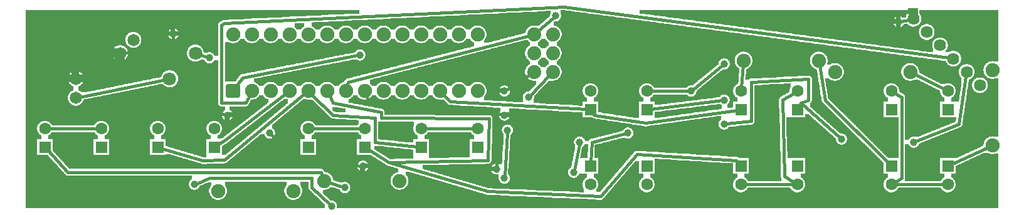
<source format=gtl>
G04 MADE WITH FRITZING*
G04 WWW.FRITZING.ORG*
G04 DOUBLE SIDED*
G04 HOLES PLATED*
G04 CONTOUR ON CENTER OF CONTOUR VECTOR*
%ASAXBY*%
%FSLAX23Y23*%
%MOIN*%
%OFA0B0*%
%SFA1.0B1.0*%
%ADD10C,0.075000*%
%ADD11C,0.039370*%
%ADD12C,0.064000*%
%ADD13C,0.065000*%
%ADD14C,0.074000*%
%ADD15C,0.070925*%
%ADD16C,0.070866*%
%ADD17C,0.062992*%
%ADD18R,0.062992X0.062992*%
%ADD19C,0.016000*%
%ADD20C,0.020000*%
%LNCOPPER1*%
G90*
G70*
G54D10*
X2540Y1029D03*
X2609Y862D03*
X1177Y824D03*
X1999Y450D03*
X2231Y389D03*
X3975Y636D03*
X4924Y1024D03*
G54D11*
X2856Y1065D03*
X2712Y633D03*
X1816Y857D03*
X1016Y841D03*
X3240Y441D03*
X824Y969D03*
X1832Y265D03*
X1336Y441D03*
X1112Y537D03*
X2584Y665D03*
X2584Y537D03*
X4680Y1033D03*
X2600Y457D03*
X2584Y201D03*
X1736Y151D03*
X3752Y489D03*
X3752Y617D03*
X4376Y409D03*
X2952Y233D03*
X2984Y393D03*
X3576Y665D03*
X3752Y809D03*
X4760Y393D03*
X1665Y53D03*
X936Y169D03*
X2542Y250D03*
G54D12*
X5112Y696D03*
X5041Y767D03*
X4970Y837D03*
X4899Y908D03*
X4829Y979D03*
X4758Y1049D03*
G54D13*
X306Y629D03*
X306Y729D03*
X306Y629D03*
X306Y729D03*
X612Y937D03*
X541Y867D03*
X612Y937D03*
X541Y867D03*
G54D14*
X2841Y967D03*
X2741Y967D03*
X2841Y867D03*
X2741Y867D03*
X2841Y767D03*
X2741Y767D03*
X2841Y967D03*
X2741Y967D03*
X2841Y867D03*
X2741Y867D03*
X2841Y767D03*
X2741Y767D03*
X2841Y967D03*
X2741Y967D03*
X2841Y867D03*
X2741Y867D03*
X2841Y767D03*
X2741Y767D03*
G54D15*
X941Y867D03*
G54D16*
X804Y730D03*
G54D10*
X3855Y827D03*
X4255Y827D03*
X1062Y134D03*
X1462Y134D03*
X5178Y777D03*
X5178Y377D03*
X4741Y767D03*
X4341Y767D03*
G54D17*
X141Y367D03*
X141Y465D03*
X1541Y367D03*
X1541Y465D03*
X4641Y567D03*
X4641Y665D03*
X3041Y567D03*
X3041Y665D03*
X3841Y567D03*
X3841Y665D03*
X441Y367D03*
X441Y465D03*
X4941Y567D03*
X4941Y665D03*
X4141Y567D03*
X4141Y665D03*
X1841Y367D03*
X1841Y465D03*
X3341Y567D03*
X3341Y665D03*
X741Y367D03*
X741Y465D03*
X2141Y367D03*
X2141Y465D03*
X4641Y267D03*
X4641Y168D03*
X3841Y267D03*
X3841Y168D03*
X3041Y267D03*
X3041Y168D03*
X1041Y367D03*
X1041Y465D03*
X4941Y267D03*
X4941Y168D03*
X4141Y267D03*
X4141Y168D03*
X2441Y367D03*
X2441Y465D03*
X3341Y267D03*
X3341Y168D03*
G54D10*
X1141Y667D03*
X1141Y967D03*
X1241Y667D03*
X1241Y967D03*
X1341Y667D03*
X1341Y967D03*
X1441Y667D03*
X1441Y967D03*
X1541Y667D03*
X1541Y967D03*
X1641Y667D03*
X1641Y967D03*
X1741Y667D03*
X1741Y967D03*
X1841Y667D03*
X1841Y967D03*
X1941Y667D03*
X1941Y967D03*
X2041Y667D03*
X2041Y967D03*
X2141Y667D03*
X2141Y967D03*
X2241Y667D03*
X2241Y967D03*
X2341Y667D03*
X2341Y967D03*
X2441Y667D03*
X2441Y967D03*
X2026Y187D03*
X1626Y187D03*
G54D18*
X141Y367D03*
X1541Y367D03*
X4641Y567D03*
X3041Y567D03*
X3841Y567D03*
X441Y367D03*
X4941Y567D03*
X4141Y567D03*
X1841Y367D03*
X3341Y567D03*
X741Y367D03*
X2141Y367D03*
X4641Y267D03*
X3841Y267D03*
X3041Y267D03*
X1041Y367D03*
X4941Y267D03*
X4141Y267D03*
X2441Y367D03*
X3341Y267D03*
G54D19*
X162Y465D02*
X420Y465D01*
D02*
X1752Y713D02*
X2716Y960D01*
D02*
X1746Y689D02*
X1752Y713D01*
D02*
X2846Y1056D02*
X2760Y983D01*
D02*
X4922Y675D02*
X4761Y756D01*
D02*
X3843Y686D02*
X3853Y804D01*
D02*
X4696Y633D02*
X4659Y654D01*
D02*
X4696Y201D02*
X4696Y633D01*
D02*
X4659Y179D02*
X4696Y201D01*
D02*
X4920Y168D02*
X4662Y168D01*
D02*
X4062Y618D02*
X4123Y654D01*
D02*
X4073Y211D02*
X4062Y618D01*
D02*
X4123Y179D02*
X4073Y211D01*
D02*
X3862Y168D02*
X4120Y168D01*
D02*
X325Y633D02*
X783Y726D01*
D02*
X2420Y465D02*
X2162Y465D01*
D02*
X1562Y465D02*
X1820Y465D01*
D02*
X2823Y748D02*
X2721Y643D01*
D02*
X1192Y737D02*
X1154Y685D01*
D02*
X1803Y855D02*
X1192Y737D01*
D02*
X2296Y609D02*
X2257Y650D01*
D02*
X3020Y568D02*
X2296Y609D01*
D02*
X1003Y845D02*
X961Y860D01*
D02*
X3064Y537D02*
X3054Y550D01*
D02*
X3335Y495D02*
X3064Y537D01*
D02*
X3820Y564D02*
X3335Y495D01*
D02*
X2904Y1113D02*
X1096Y1025D01*
D02*
X4945Y841D02*
X2904Y1113D01*
D02*
X1080Y1017D02*
X1080Y601D01*
D02*
X1096Y1025D02*
X1080Y1017D01*
D02*
X1208Y601D02*
X1231Y646D01*
D02*
X1080Y601D02*
X1208Y601D01*
D02*
X1096Y401D02*
X1423Y652D01*
D02*
X1059Y378D02*
X1096Y401D01*
D02*
X1672Y537D02*
X1557Y650D01*
D02*
X1896Y521D02*
X1672Y537D01*
D02*
X1896Y393D02*
X1896Y521D01*
D02*
X2120Y369D02*
X1896Y393D01*
D02*
X761Y360D02*
X980Y296D01*
D02*
X1095Y298D02*
X1523Y652D01*
D02*
X980Y296D02*
X1095Y298D01*
D02*
X3048Y393D02*
X3042Y288D01*
D02*
X3227Y438D02*
X3048Y393D01*
D02*
X4288Y617D02*
X4259Y804D01*
D02*
X4626Y282D02*
X4288Y617D01*
D02*
X5157Y367D02*
X4960Y276D01*
D02*
X1859Y355D02*
X1970Y285D01*
D02*
X2495Y131D02*
X3096Y105D01*
D02*
X1970Y285D02*
X2495Y131D01*
D02*
X3288Y329D02*
X3816Y297D01*
D02*
X3096Y105D02*
X3288Y329D01*
D02*
X3816Y297D02*
X3827Y283D01*
D02*
X1672Y601D02*
X1928Y553D01*
D02*
X1651Y646D02*
X1672Y601D01*
D02*
X2497Y296D02*
X1970Y285D01*
D02*
X2502Y519D02*
X2497Y296D01*
D02*
X1928Y521D02*
X2502Y519D01*
D02*
X1928Y553D02*
X1928Y521D01*
D02*
X824Y956D02*
X824Y889D01*
X824Y889D02*
X560Y868D01*
D02*
X1864Y601D02*
X2520Y553D01*
D02*
X1849Y645D02*
X1864Y601D01*
D02*
X2536Y537D02*
X2542Y263D01*
D02*
X2520Y553D02*
X2536Y537D01*
D02*
X1819Y267D02*
X1480Y313D01*
X1480Y313D02*
X1346Y432D01*
D02*
X1099Y540D02*
X1048Y553D01*
X1048Y553D02*
X824Y889D01*
D02*
X2719Y753D02*
X2595Y672D01*
D02*
X2571Y540D02*
X2520Y553D01*
D02*
X4733Y1044D02*
X4693Y1036D01*
D02*
X2599Y444D02*
X2585Y214D01*
D02*
X1723Y155D02*
X1648Y180D01*
D02*
X4200Y617D02*
X4200Y729D01*
D02*
X4160Y601D02*
X4200Y617D01*
D02*
X4151Y585D02*
X4160Y601D01*
D02*
X3896Y505D02*
X3765Y491D01*
D02*
X3896Y713D02*
X3896Y505D01*
D02*
X4200Y729D02*
X3896Y713D01*
D02*
X3739Y615D02*
X3362Y569D01*
D02*
X4366Y418D02*
X4160Y601D01*
D02*
X155Y351D02*
X264Y233D01*
D02*
X1608Y233D02*
X1618Y209D01*
D02*
X264Y233D02*
X1608Y233D01*
D02*
X2955Y246D02*
X2981Y380D01*
D02*
X3563Y665D02*
X3362Y665D01*
D02*
X3742Y801D02*
X3586Y674D01*
D02*
X5000Y489D02*
X4772Y398D01*
D02*
X5037Y741D02*
X5000Y489D01*
D02*
X1016Y201D02*
X948Y174D01*
D02*
X1560Y201D02*
X1016Y201D01*
D02*
X1560Y153D02*
X1560Y201D01*
D02*
X1655Y62D02*
X1560Y153D01*
G36*
X2802Y1091D02*
X2802Y1089D01*
X2760Y1089D01*
X2760Y1087D01*
X2720Y1087D01*
X2720Y1085D01*
X2678Y1085D01*
X2678Y1083D01*
X2638Y1083D01*
X2638Y1081D01*
X2596Y1081D01*
X2596Y1079D01*
X2554Y1079D01*
X2554Y1077D01*
X2514Y1077D01*
X2514Y1075D01*
X2472Y1075D01*
X2472Y1073D01*
X2432Y1073D01*
X2432Y1071D01*
X2390Y1071D01*
X2390Y1069D01*
X2350Y1069D01*
X2350Y1067D01*
X2308Y1067D01*
X2308Y1065D01*
X2268Y1065D01*
X2268Y1063D01*
X2226Y1063D01*
X2226Y1061D01*
X2186Y1061D01*
X2186Y1059D01*
X2144Y1059D01*
X2144Y1057D01*
X2102Y1057D01*
X2102Y1055D01*
X2062Y1055D01*
X2062Y1053D01*
X2020Y1053D01*
X2020Y1051D01*
X1980Y1051D01*
X1980Y1049D01*
X1938Y1049D01*
X1938Y1047D01*
X1898Y1047D01*
X1898Y1045D01*
X1856Y1045D01*
X1856Y1043D01*
X1816Y1043D01*
X1816Y1041D01*
X1774Y1041D01*
X1774Y1039D01*
X1734Y1039D01*
X1734Y1037D01*
X1692Y1037D01*
X1692Y1035D01*
X1650Y1035D01*
X1650Y1033D01*
X1610Y1033D01*
X1610Y1031D01*
X1568Y1031D01*
X1568Y1029D01*
X1560Y1029D01*
X1560Y1013D01*
X2454Y1013D01*
X2454Y1011D01*
X2460Y1011D01*
X2460Y1009D01*
X2464Y1009D01*
X2464Y1007D01*
X2468Y1007D01*
X2468Y1005D01*
X2470Y1005D01*
X2470Y1003D01*
X2472Y1003D01*
X2472Y1001D01*
X2474Y1001D01*
X2474Y999D01*
X2476Y999D01*
X2476Y997D01*
X2478Y997D01*
X2478Y995D01*
X2480Y995D01*
X2480Y991D01*
X2482Y991D01*
X2482Y987D01*
X2484Y987D01*
X2484Y983D01*
X2486Y983D01*
X2486Y977D01*
X2488Y977D01*
X2488Y955D01*
X2486Y955D01*
X2486Y949D01*
X2484Y949D01*
X2484Y945D01*
X2482Y945D01*
X2482Y941D01*
X2480Y941D01*
X2480Y939D01*
X2478Y939D01*
X2478Y937D01*
X2476Y937D01*
X2476Y923D01*
X2502Y923D01*
X2502Y925D01*
X2510Y925D01*
X2510Y927D01*
X2518Y927D01*
X2518Y929D01*
X2526Y929D01*
X2526Y931D01*
X2534Y931D01*
X2534Y933D01*
X2542Y933D01*
X2542Y935D01*
X2550Y935D01*
X2550Y937D01*
X2558Y937D01*
X2558Y939D01*
X2564Y939D01*
X2564Y941D01*
X2572Y941D01*
X2572Y943D01*
X2580Y943D01*
X2580Y945D01*
X2588Y945D01*
X2588Y947D01*
X2596Y947D01*
X2596Y949D01*
X2604Y949D01*
X2604Y951D01*
X2612Y951D01*
X2612Y953D01*
X2620Y953D01*
X2620Y955D01*
X2628Y955D01*
X2628Y957D01*
X2636Y957D01*
X2636Y959D01*
X2642Y959D01*
X2642Y961D01*
X2650Y961D01*
X2650Y963D01*
X2658Y963D01*
X2658Y965D01*
X2666Y965D01*
X2666Y967D01*
X2674Y967D01*
X2674Y969D01*
X2682Y969D01*
X2682Y971D01*
X2690Y971D01*
X2690Y973D01*
X2694Y973D01*
X2694Y977D01*
X2696Y977D01*
X2696Y983D01*
X2698Y983D01*
X2698Y987D01*
X2700Y987D01*
X2700Y991D01*
X2702Y991D01*
X2702Y993D01*
X2704Y993D01*
X2704Y997D01*
X2706Y997D01*
X2706Y999D01*
X2708Y999D01*
X2708Y1001D01*
X2710Y1001D01*
X2710Y1003D01*
X2712Y1003D01*
X2712Y1005D01*
X2716Y1005D01*
X2716Y1007D01*
X2720Y1007D01*
X2720Y1009D01*
X2724Y1009D01*
X2724Y1011D01*
X2730Y1011D01*
X2730Y1013D01*
X2768Y1013D01*
X2768Y1015D01*
X2772Y1015D01*
X2772Y1017D01*
X2774Y1017D01*
X2774Y1019D01*
X2776Y1019D01*
X2776Y1021D01*
X2778Y1021D01*
X2778Y1023D01*
X2780Y1023D01*
X2780Y1025D01*
X2782Y1025D01*
X2782Y1027D01*
X2786Y1027D01*
X2786Y1029D01*
X2788Y1029D01*
X2788Y1031D01*
X2790Y1031D01*
X2790Y1033D01*
X2792Y1033D01*
X2792Y1035D01*
X2794Y1035D01*
X2794Y1037D01*
X2796Y1037D01*
X2796Y1039D01*
X2800Y1039D01*
X2800Y1041D01*
X2802Y1041D01*
X2802Y1043D01*
X2804Y1043D01*
X2804Y1045D01*
X2806Y1045D01*
X2806Y1047D01*
X2808Y1047D01*
X2808Y1049D01*
X2810Y1049D01*
X2810Y1051D01*
X2814Y1051D01*
X2814Y1053D01*
X2816Y1053D01*
X2816Y1055D01*
X2818Y1055D01*
X2818Y1057D01*
X2820Y1057D01*
X2820Y1059D01*
X2822Y1059D01*
X2822Y1061D01*
X2824Y1061D01*
X2824Y1063D01*
X2826Y1063D01*
X2826Y1071D01*
X2828Y1071D01*
X2828Y1091D01*
X2802Y1091D01*
G37*
D02*
G36*
X1560Y1013D02*
X1560Y1009D01*
X1564Y1009D01*
X1564Y1007D01*
X1568Y1007D01*
X1568Y1005D01*
X1570Y1005D01*
X1570Y1003D01*
X1572Y1003D01*
X1572Y1001D01*
X1574Y1001D01*
X1574Y999D01*
X1576Y999D01*
X1576Y997D01*
X1578Y997D01*
X1578Y995D01*
X1580Y995D01*
X1580Y991D01*
X1602Y991D01*
X1602Y995D01*
X1604Y995D01*
X1604Y997D01*
X1606Y997D01*
X1606Y999D01*
X1608Y999D01*
X1608Y1001D01*
X1610Y1001D01*
X1610Y1003D01*
X1612Y1003D01*
X1612Y1005D01*
X1614Y1005D01*
X1614Y1007D01*
X1618Y1007D01*
X1618Y1009D01*
X1622Y1009D01*
X1622Y1011D01*
X1628Y1011D01*
X1628Y1013D01*
X1560Y1013D01*
G37*
D02*
G36*
X1654Y1013D02*
X1654Y1011D01*
X1660Y1011D01*
X1660Y1009D01*
X1664Y1009D01*
X1664Y1007D01*
X1668Y1007D01*
X1668Y1005D01*
X1670Y1005D01*
X1670Y1003D01*
X1672Y1003D01*
X1672Y1001D01*
X1674Y1001D01*
X1674Y999D01*
X1676Y999D01*
X1676Y997D01*
X1678Y997D01*
X1678Y995D01*
X1680Y995D01*
X1680Y991D01*
X1702Y991D01*
X1702Y995D01*
X1704Y995D01*
X1704Y997D01*
X1706Y997D01*
X1706Y999D01*
X1708Y999D01*
X1708Y1001D01*
X1710Y1001D01*
X1710Y1003D01*
X1712Y1003D01*
X1712Y1005D01*
X1714Y1005D01*
X1714Y1007D01*
X1718Y1007D01*
X1718Y1009D01*
X1722Y1009D01*
X1722Y1011D01*
X1728Y1011D01*
X1728Y1013D01*
X1654Y1013D01*
G37*
D02*
G36*
X1754Y1013D02*
X1754Y1011D01*
X1760Y1011D01*
X1760Y1009D01*
X1764Y1009D01*
X1764Y1007D01*
X1768Y1007D01*
X1768Y1005D01*
X1770Y1005D01*
X1770Y1003D01*
X1772Y1003D01*
X1772Y1001D01*
X1774Y1001D01*
X1774Y999D01*
X1776Y999D01*
X1776Y997D01*
X1778Y997D01*
X1778Y995D01*
X1780Y995D01*
X1780Y991D01*
X1802Y991D01*
X1802Y995D01*
X1804Y995D01*
X1804Y997D01*
X1806Y997D01*
X1806Y999D01*
X1808Y999D01*
X1808Y1001D01*
X1810Y1001D01*
X1810Y1003D01*
X1812Y1003D01*
X1812Y1005D01*
X1814Y1005D01*
X1814Y1007D01*
X1818Y1007D01*
X1818Y1009D01*
X1822Y1009D01*
X1822Y1011D01*
X1828Y1011D01*
X1828Y1013D01*
X1754Y1013D01*
G37*
D02*
G36*
X1854Y1013D02*
X1854Y1011D01*
X1860Y1011D01*
X1860Y1009D01*
X1864Y1009D01*
X1864Y1007D01*
X1868Y1007D01*
X1868Y1005D01*
X1870Y1005D01*
X1870Y1003D01*
X1872Y1003D01*
X1872Y1001D01*
X1874Y1001D01*
X1874Y999D01*
X1876Y999D01*
X1876Y997D01*
X1878Y997D01*
X1878Y995D01*
X1880Y995D01*
X1880Y991D01*
X1902Y991D01*
X1902Y995D01*
X1904Y995D01*
X1904Y997D01*
X1906Y997D01*
X1906Y999D01*
X1908Y999D01*
X1908Y1001D01*
X1910Y1001D01*
X1910Y1003D01*
X1912Y1003D01*
X1912Y1005D01*
X1914Y1005D01*
X1914Y1007D01*
X1918Y1007D01*
X1918Y1009D01*
X1922Y1009D01*
X1922Y1011D01*
X1928Y1011D01*
X1928Y1013D01*
X1854Y1013D01*
G37*
D02*
G36*
X1954Y1013D02*
X1954Y1011D01*
X1960Y1011D01*
X1960Y1009D01*
X1964Y1009D01*
X1964Y1007D01*
X1968Y1007D01*
X1968Y1005D01*
X1970Y1005D01*
X1970Y1003D01*
X1972Y1003D01*
X1972Y1001D01*
X1974Y1001D01*
X1974Y999D01*
X1976Y999D01*
X1976Y997D01*
X1978Y997D01*
X1978Y995D01*
X1980Y995D01*
X1980Y991D01*
X2002Y991D01*
X2002Y995D01*
X2004Y995D01*
X2004Y997D01*
X2006Y997D01*
X2006Y999D01*
X2008Y999D01*
X2008Y1001D01*
X2010Y1001D01*
X2010Y1003D01*
X2012Y1003D01*
X2012Y1005D01*
X2014Y1005D01*
X2014Y1007D01*
X2018Y1007D01*
X2018Y1009D01*
X2022Y1009D01*
X2022Y1011D01*
X2028Y1011D01*
X2028Y1013D01*
X1954Y1013D01*
G37*
D02*
G36*
X2054Y1013D02*
X2054Y1011D01*
X2060Y1011D01*
X2060Y1009D01*
X2064Y1009D01*
X2064Y1007D01*
X2068Y1007D01*
X2068Y1005D01*
X2070Y1005D01*
X2070Y1003D01*
X2072Y1003D01*
X2072Y1001D01*
X2074Y1001D01*
X2074Y999D01*
X2076Y999D01*
X2076Y997D01*
X2078Y997D01*
X2078Y995D01*
X2080Y995D01*
X2080Y991D01*
X2102Y991D01*
X2102Y995D01*
X2104Y995D01*
X2104Y997D01*
X2106Y997D01*
X2106Y999D01*
X2108Y999D01*
X2108Y1001D01*
X2110Y1001D01*
X2110Y1003D01*
X2112Y1003D01*
X2112Y1005D01*
X2114Y1005D01*
X2114Y1007D01*
X2118Y1007D01*
X2118Y1009D01*
X2122Y1009D01*
X2122Y1011D01*
X2128Y1011D01*
X2128Y1013D01*
X2054Y1013D01*
G37*
D02*
G36*
X2154Y1013D02*
X2154Y1011D01*
X2160Y1011D01*
X2160Y1009D01*
X2164Y1009D01*
X2164Y1007D01*
X2168Y1007D01*
X2168Y1005D01*
X2170Y1005D01*
X2170Y1003D01*
X2172Y1003D01*
X2172Y1001D01*
X2174Y1001D01*
X2174Y999D01*
X2176Y999D01*
X2176Y997D01*
X2178Y997D01*
X2178Y995D01*
X2180Y995D01*
X2180Y991D01*
X2202Y991D01*
X2202Y995D01*
X2204Y995D01*
X2204Y997D01*
X2206Y997D01*
X2206Y999D01*
X2208Y999D01*
X2208Y1001D01*
X2210Y1001D01*
X2210Y1003D01*
X2212Y1003D01*
X2212Y1005D01*
X2214Y1005D01*
X2214Y1007D01*
X2218Y1007D01*
X2218Y1009D01*
X2222Y1009D01*
X2222Y1011D01*
X2228Y1011D01*
X2228Y1013D01*
X2154Y1013D01*
G37*
D02*
G36*
X2254Y1013D02*
X2254Y1011D01*
X2260Y1011D01*
X2260Y1009D01*
X2264Y1009D01*
X2264Y1007D01*
X2268Y1007D01*
X2268Y1005D01*
X2270Y1005D01*
X2270Y1003D01*
X2272Y1003D01*
X2272Y1001D01*
X2274Y1001D01*
X2274Y999D01*
X2276Y999D01*
X2276Y997D01*
X2278Y997D01*
X2278Y995D01*
X2280Y995D01*
X2280Y991D01*
X2302Y991D01*
X2302Y995D01*
X2304Y995D01*
X2304Y997D01*
X2306Y997D01*
X2306Y999D01*
X2308Y999D01*
X2308Y1001D01*
X2310Y1001D01*
X2310Y1003D01*
X2312Y1003D01*
X2312Y1005D01*
X2314Y1005D01*
X2314Y1007D01*
X2318Y1007D01*
X2318Y1009D01*
X2322Y1009D01*
X2322Y1011D01*
X2328Y1011D01*
X2328Y1013D01*
X2254Y1013D01*
G37*
D02*
G36*
X2354Y1013D02*
X2354Y1011D01*
X2360Y1011D01*
X2360Y1009D01*
X2364Y1009D01*
X2364Y1007D01*
X2368Y1007D01*
X2368Y1005D01*
X2370Y1005D01*
X2370Y1003D01*
X2372Y1003D01*
X2372Y1001D01*
X2374Y1001D01*
X2374Y999D01*
X2376Y999D01*
X2376Y997D01*
X2378Y997D01*
X2378Y995D01*
X2380Y995D01*
X2380Y991D01*
X2402Y991D01*
X2402Y995D01*
X2404Y995D01*
X2404Y997D01*
X2406Y997D01*
X2406Y999D01*
X2408Y999D01*
X2408Y1001D01*
X2410Y1001D01*
X2410Y1003D01*
X2412Y1003D01*
X2412Y1005D01*
X2414Y1005D01*
X2414Y1007D01*
X2418Y1007D01*
X2418Y1009D01*
X2422Y1009D01*
X2422Y1011D01*
X2428Y1011D01*
X2428Y1013D01*
X2354Y1013D01*
G37*
D02*
G36*
X1486Y1027D02*
X1486Y1025D01*
X1468Y1025D01*
X1468Y1005D01*
X1470Y1005D01*
X1470Y1003D01*
X1472Y1003D01*
X1472Y1001D01*
X1474Y1001D01*
X1474Y999D01*
X1476Y999D01*
X1476Y997D01*
X1478Y997D01*
X1478Y995D01*
X1480Y995D01*
X1480Y991D01*
X1502Y991D01*
X1502Y995D01*
X1504Y995D01*
X1504Y997D01*
X1506Y997D01*
X1506Y999D01*
X1508Y999D01*
X1508Y1001D01*
X1510Y1001D01*
X1510Y1003D01*
X1512Y1003D01*
X1512Y1005D01*
X1514Y1005D01*
X1514Y1007D01*
X1518Y1007D01*
X1518Y1027D01*
X1486Y1027D01*
G37*
D02*
G36*
X2780Y943D02*
X2780Y939D01*
X2778Y939D01*
X2778Y937D01*
X2776Y937D01*
X2776Y935D01*
X2774Y935D01*
X2774Y933D01*
X2772Y933D01*
X2772Y931D01*
X2770Y931D01*
X2770Y929D01*
X2768Y929D01*
X2768Y927D01*
X2764Y927D01*
X2764Y907D01*
X2766Y907D01*
X2766Y905D01*
X2768Y905D01*
X2768Y903D01*
X2772Y903D01*
X2772Y901D01*
X2774Y901D01*
X2774Y899D01*
X2776Y899D01*
X2776Y897D01*
X2778Y897D01*
X2778Y893D01*
X2780Y893D01*
X2780Y891D01*
X2802Y891D01*
X2802Y893D01*
X2804Y893D01*
X2804Y897D01*
X2806Y897D01*
X2806Y899D01*
X2808Y899D01*
X2808Y901D01*
X2810Y901D01*
X2810Y903D01*
X2812Y903D01*
X2812Y905D01*
X2816Y905D01*
X2816Y907D01*
X2818Y907D01*
X2818Y927D01*
X2814Y927D01*
X2814Y929D01*
X2812Y929D01*
X2812Y931D01*
X2810Y931D01*
X2810Y933D01*
X2808Y933D01*
X2808Y935D01*
X2806Y935D01*
X2806Y937D01*
X2804Y937D01*
X2804Y939D01*
X2802Y939D01*
X2802Y943D01*
X2780Y943D01*
G37*
D02*
G36*
X2686Y935D02*
X2686Y933D01*
X2678Y933D01*
X2678Y931D01*
X2672Y931D01*
X2672Y929D01*
X2664Y929D01*
X2664Y927D01*
X2656Y927D01*
X2656Y925D01*
X2648Y925D01*
X2648Y923D01*
X2640Y923D01*
X2640Y921D01*
X2632Y921D01*
X2632Y919D01*
X2624Y919D01*
X2624Y917D01*
X2616Y917D01*
X2616Y915D01*
X2608Y915D01*
X2608Y913D01*
X2600Y913D01*
X2600Y911D01*
X2592Y911D01*
X2592Y909D01*
X2586Y909D01*
X2586Y907D01*
X2578Y907D01*
X2578Y905D01*
X2570Y905D01*
X2570Y903D01*
X2562Y903D01*
X2562Y901D01*
X2554Y901D01*
X2554Y899D01*
X2546Y899D01*
X2546Y897D01*
X2538Y897D01*
X2538Y895D01*
X2530Y895D01*
X2530Y893D01*
X2522Y893D01*
X2522Y891D01*
X2514Y891D01*
X2514Y889D01*
X2508Y889D01*
X2508Y887D01*
X2500Y887D01*
X2500Y885D01*
X2492Y885D01*
X2492Y883D01*
X2484Y883D01*
X2484Y881D01*
X2476Y881D01*
X2476Y879D01*
X2468Y879D01*
X2468Y877D01*
X2460Y877D01*
X2460Y875D01*
X2452Y875D01*
X2452Y873D01*
X2444Y873D01*
X2444Y871D01*
X2436Y871D01*
X2436Y869D01*
X2430Y869D01*
X2430Y867D01*
X2422Y867D01*
X2422Y865D01*
X2414Y865D01*
X2414Y863D01*
X2406Y863D01*
X2406Y861D01*
X2398Y861D01*
X2398Y859D01*
X2390Y859D01*
X2390Y857D01*
X2382Y857D01*
X2382Y855D01*
X2374Y855D01*
X2374Y853D01*
X2366Y853D01*
X2366Y851D01*
X2358Y851D01*
X2358Y849D01*
X2352Y849D01*
X2352Y847D01*
X2344Y847D01*
X2344Y845D01*
X2336Y845D01*
X2336Y843D01*
X2328Y843D01*
X2328Y841D01*
X2320Y841D01*
X2320Y839D01*
X2312Y839D01*
X2312Y837D01*
X2304Y837D01*
X2304Y835D01*
X2296Y835D01*
X2296Y833D01*
X2288Y833D01*
X2288Y831D01*
X2280Y831D01*
X2280Y829D01*
X2274Y829D01*
X2274Y827D01*
X2266Y827D01*
X2266Y825D01*
X2258Y825D01*
X2258Y823D01*
X2250Y823D01*
X2250Y821D01*
X2242Y821D01*
X2242Y819D01*
X2234Y819D01*
X2234Y817D01*
X2226Y817D01*
X2226Y815D01*
X2218Y815D01*
X2218Y813D01*
X2210Y813D01*
X2210Y811D01*
X2202Y811D01*
X2202Y809D01*
X2196Y809D01*
X2196Y807D01*
X2188Y807D01*
X2188Y805D01*
X2180Y805D01*
X2180Y803D01*
X2172Y803D01*
X2172Y801D01*
X2164Y801D01*
X2164Y799D01*
X2156Y799D01*
X2156Y797D01*
X2148Y797D01*
X2148Y795D01*
X2140Y795D01*
X2140Y793D01*
X2132Y793D01*
X2132Y791D01*
X2124Y791D01*
X2124Y789D01*
X2118Y789D01*
X2118Y787D01*
X2110Y787D01*
X2110Y785D01*
X2102Y785D01*
X2102Y783D01*
X2094Y783D01*
X2094Y781D01*
X2086Y781D01*
X2086Y779D01*
X2078Y779D01*
X2078Y777D01*
X2070Y777D01*
X2070Y775D01*
X2062Y775D01*
X2062Y773D01*
X2054Y773D01*
X2054Y771D01*
X2046Y771D01*
X2046Y769D01*
X2040Y769D01*
X2040Y767D01*
X2032Y767D01*
X2032Y765D01*
X2024Y765D01*
X2024Y763D01*
X2016Y763D01*
X2016Y761D01*
X2008Y761D01*
X2008Y759D01*
X2000Y759D01*
X2000Y757D01*
X1992Y757D01*
X1992Y755D01*
X1984Y755D01*
X1984Y753D01*
X1976Y753D01*
X1976Y751D01*
X1968Y751D01*
X1968Y749D01*
X1962Y749D01*
X1962Y747D01*
X1954Y747D01*
X1954Y745D01*
X1946Y745D01*
X1946Y743D01*
X1938Y743D01*
X1938Y741D01*
X1930Y741D01*
X1930Y739D01*
X1922Y739D01*
X1922Y737D01*
X1914Y737D01*
X1914Y735D01*
X1906Y735D01*
X1906Y733D01*
X1898Y733D01*
X1898Y731D01*
X1890Y731D01*
X1890Y729D01*
X1884Y729D01*
X1884Y727D01*
X1876Y727D01*
X1876Y725D01*
X1868Y725D01*
X1868Y713D01*
X2454Y713D01*
X2454Y711D01*
X2460Y711D01*
X2460Y709D01*
X2464Y709D01*
X2464Y707D01*
X2468Y707D01*
X2468Y705D01*
X2470Y705D01*
X2470Y703D01*
X2472Y703D01*
X2472Y701D01*
X2474Y701D01*
X2474Y699D01*
X2476Y699D01*
X2476Y697D01*
X2478Y697D01*
X2478Y695D01*
X2590Y695D01*
X2590Y693D01*
X2596Y693D01*
X2596Y691D01*
X2600Y691D01*
X2600Y689D01*
X2602Y689D01*
X2602Y687D01*
X2604Y687D01*
X2604Y685D01*
X2606Y685D01*
X2606Y683D01*
X2608Y683D01*
X2608Y681D01*
X2610Y681D01*
X2610Y677D01*
X2612Y677D01*
X2612Y671D01*
X2614Y671D01*
X2614Y659D01*
X2612Y659D01*
X2612Y653D01*
X2610Y653D01*
X2610Y649D01*
X2608Y649D01*
X2608Y647D01*
X2606Y647D01*
X2606Y645D01*
X2604Y645D01*
X2604Y643D01*
X2602Y643D01*
X2602Y641D01*
X2600Y641D01*
X2600Y639D01*
X2596Y639D01*
X2596Y637D01*
X2590Y637D01*
X2590Y635D01*
X2682Y635D01*
X2682Y639D01*
X2684Y639D01*
X2684Y645D01*
X2686Y645D01*
X2686Y649D01*
X2688Y649D01*
X2688Y651D01*
X2690Y651D01*
X2690Y653D01*
X2692Y653D01*
X2692Y655D01*
X2694Y655D01*
X2694Y657D01*
X2696Y657D01*
X2696Y659D01*
X2700Y659D01*
X2700Y661D01*
X2706Y661D01*
X2706Y663D01*
X2716Y663D01*
X2716Y665D01*
X2718Y665D01*
X2718Y667D01*
X2720Y667D01*
X2720Y669D01*
X2722Y669D01*
X2722Y671D01*
X2724Y671D01*
X2724Y673D01*
X2726Y673D01*
X2726Y675D01*
X2728Y675D01*
X2728Y677D01*
X2730Y677D01*
X2730Y679D01*
X2732Y679D01*
X2732Y681D01*
X2734Y681D01*
X2734Y683D01*
X2736Y683D01*
X2736Y685D01*
X2738Y685D01*
X2738Y687D01*
X2740Y687D01*
X2740Y689D01*
X2742Y689D01*
X2742Y691D01*
X2744Y691D01*
X2744Y693D01*
X2746Y693D01*
X2746Y695D01*
X2748Y695D01*
X2748Y697D01*
X2750Y697D01*
X2750Y699D01*
X2752Y699D01*
X2752Y701D01*
X2754Y701D01*
X2754Y719D01*
X2734Y719D01*
X2734Y721D01*
X2726Y721D01*
X2726Y723D01*
X2722Y723D01*
X2722Y725D01*
X2718Y725D01*
X2718Y727D01*
X2714Y727D01*
X2714Y729D01*
X2712Y729D01*
X2712Y731D01*
X2710Y731D01*
X2710Y733D01*
X2708Y733D01*
X2708Y735D01*
X2706Y735D01*
X2706Y737D01*
X2704Y737D01*
X2704Y739D01*
X2702Y739D01*
X2702Y743D01*
X2700Y743D01*
X2700Y745D01*
X2698Y745D01*
X2698Y751D01*
X2696Y751D01*
X2696Y757D01*
X2694Y757D01*
X2694Y777D01*
X2696Y777D01*
X2696Y783D01*
X2698Y783D01*
X2698Y787D01*
X2700Y787D01*
X2700Y791D01*
X2702Y791D01*
X2702Y793D01*
X2704Y793D01*
X2704Y797D01*
X2706Y797D01*
X2706Y799D01*
X2708Y799D01*
X2708Y801D01*
X2710Y801D01*
X2710Y803D01*
X2712Y803D01*
X2712Y805D01*
X2716Y805D01*
X2716Y807D01*
X2718Y807D01*
X2718Y827D01*
X2714Y827D01*
X2714Y829D01*
X2712Y829D01*
X2712Y831D01*
X2710Y831D01*
X2710Y833D01*
X2708Y833D01*
X2708Y835D01*
X2706Y835D01*
X2706Y837D01*
X2704Y837D01*
X2704Y839D01*
X2702Y839D01*
X2702Y843D01*
X2700Y843D01*
X2700Y845D01*
X2698Y845D01*
X2698Y851D01*
X2696Y851D01*
X2696Y857D01*
X2694Y857D01*
X2694Y877D01*
X2696Y877D01*
X2696Y883D01*
X2698Y883D01*
X2698Y887D01*
X2700Y887D01*
X2700Y891D01*
X2702Y891D01*
X2702Y893D01*
X2704Y893D01*
X2704Y897D01*
X2706Y897D01*
X2706Y899D01*
X2708Y899D01*
X2708Y901D01*
X2710Y901D01*
X2710Y903D01*
X2712Y903D01*
X2712Y905D01*
X2716Y905D01*
X2716Y907D01*
X2718Y907D01*
X2718Y927D01*
X2714Y927D01*
X2714Y929D01*
X2712Y929D01*
X2712Y931D01*
X2710Y931D01*
X2710Y933D01*
X2708Y933D01*
X2708Y935D01*
X2686Y935D01*
G37*
D02*
G36*
X1868Y713D02*
X1868Y705D01*
X1870Y705D01*
X1870Y703D01*
X1872Y703D01*
X1872Y701D01*
X1874Y701D01*
X1874Y699D01*
X1876Y699D01*
X1876Y697D01*
X1878Y697D01*
X1878Y695D01*
X1880Y695D01*
X1880Y691D01*
X1902Y691D01*
X1902Y695D01*
X1904Y695D01*
X1904Y697D01*
X1906Y697D01*
X1906Y699D01*
X1908Y699D01*
X1908Y701D01*
X1910Y701D01*
X1910Y703D01*
X1912Y703D01*
X1912Y705D01*
X1914Y705D01*
X1914Y707D01*
X1918Y707D01*
X1918Y709D01*
X1922Y709D01*
X1922Y711D01*
X1928Y711D01*
X1928Y713D01*
X1868Y713D01*
G37*
D02*
G36*
X1954Y713D02*
X1954Y711D01*
X1960Y711D01*
X1960Y709D01*
X1964Y709D01*
X1964Y707D01*
X1968Y707D01*
X1968Y705D01*
X1970Y705D01*
X1970Y703D01*
X1972Y703D01*
X1972Y701D01*
X1974Y701D01*
X1974Y699D01*
X1976Y699D01*
X1976Y697D01*
X1978Y697D01*
X1978Y695D01*
X1980Y695D01*
X1980Y691D01*
X2002Y691D01*
X2002Y695D01*
X2004Y695D01*
X2004Y697D01*
X2006Y697D01*
X2006Y699D01*
X2008Y699D01*
X2008Y701D01*
X2010Y701D01*
X2010Y703D01*
X2012Y703D01*
X2012Y705D01*
X2014Y705D01*
X2014Y707D01*
X2018Y707D01*
X2018Y709D01*
X2022Y709D01*
X2022Y711D01*
X2028Y711D01*
X2028Y713D01*
X1954Y713D01*
G37*
D02*
G36*
X2054Y713D02*
X2054Y711D01*
X2060Y711D01*
X2060Y709D01*
X2064Y709D01*
X2064Y707D01*
X2068Y707D01*
X2068Y705D01*
X2070Y705D01*
X2070Y703D01*
X2072Y703D01*
X2072Y701D01*
X2074Y701D01*
X2074Y699D01*
X2076Y699D01*
X2076Y697D01*
X2078Y697D01*
X2078Y695D01*
X2080Y695D01*
X2080Y691D01*
X2102Y691D01*
X2102Y695D01*
X2104Y695D01*
X2104Y697D01*
X2106Y697D01*
X2106Y699D01*
X2108Y699D01*
X2108Y701D01*
X2110Y701D01*
X2110Y703D01*
X2112Y703D01*
X2112Y705D01*
X2114Y705D01*
X2114Y707D01*
X2118Y707D01*
X2118Y709D01*
X2122Y709D01*
X2122Y711D01*
X2128Y711D01*
X2128Y713D01*
X2054Y713D01*
G37*
D02*
G36*
X2154Y713D02*
X2154Y711D01*
X2160Y711D01*
X2160Y709D01*
X2164Y709D01*
X2164Y707D01*
X2168Y707D01*
X2168Y705D01*
X2170Y705D01*
X2170Y703D01*
X2172Y703D01*
X2172Y701D01*
X2174Y701D01*
X2174Y699D01*
X2176Y699D01*
X2176Y697D01*
X2178Y697D01*
X2178Y695D01*
X2180Y695D01*
X2180Y691D01*
X2202Y691D01*
X2202Y695D01*
X2204Y695D01*
X2204Y697D01*
X2206Y697D01*
X2206Y699D01*
X2208Y699D01*
X2208Y701D01*
X2210Y701D01*
X2210Y703D01*
X2212Y703D01*
X2212Y705D01*
X2214Y705D01*
X2214Y707D01*
X2218Y707D01*
X2218Y709D01*
X2222Y709D01*
X2222Y711D01*
X2228Y711D01*
X2228Y713D01*
X2154Y713D01*
G37*
D02*
G36*
X2254Y713D02*
X2254Y711D01*
X2260Y711D01*
X2260Y709D01*
X2264Y709D01*
X2264Y707D01*
X2268Y707D01*
X2268Y705D01*
X2270Y705D01*
X2270Y703D01*
X2272Y703D01*
X2272Y701D01*
X2274Y701D01*
X2274Y699D01*
X2276Y699D01*
X2276Y697D01*
X2278Y697D01*
X2278Y695D01*
X2280Y695D01*
X2280Y691D01*
X2302Y691D01*
X2302Y695D01*
X2304Y695D01*
X2304Y697D01*
X2306Y697D01*
X2306Y699D01*
X2308Y699D01*
X2308Y701D01*
X2310Y701D01*
X2310Y703D01*
X2312Y703D01*
X2312Y705D01*
X2314Y705D01*
X2314Y707D01*
X2318Y707D01*
X2318Y709D01*
X2322Y709D01*
X2322Y711D01*
X2328Y711D01*
X2328Y713D01*
X2254Y713D01*
G37*
D02*
G36*
X2354Y713D02*
X2354Y711D01*
X2360Y711D01*
X2360Y709D01*
X2364Y709D01*
X2364Y707D01*
X2368Y707D01*
X2368Y705D01*
X2370Y705D01*
X2370Y703D01*
X2372Y703D01*
X2372Y701D01*
X2374Y701D01*
X2374Y699D01*
X2376Y699D01*
X2376Y697D01*
X2378Y697D01*
X2378Y695D01*
X2380Y695D01*
X2380Y691D01*
X2402Y691D01*
X2402Y695D01*
X2404Y695D01*
X2404Y697D01*
X2406Y697D01*
X2406Y699D01*
X2408Y699D01*
X2408Y701D01*
X2410Y701D01*
X2410Y703D01*
X2412Y703D01*
X2412Y705D01*
X2414Y705D01*
X2414Y707D01*
X2418Y707D01*
X2418Y709D01*
X2422Y709D01*
X2422Y711D01*
X2428Y711D01*
X2428Y713D01*
X2354Y713D01*
G37*
D02*
G36*
X2480Y695D02*
X2480Y691D01*
X2482Y691D01*
X2482Y687D01*
X2484Y687D01*
X2484Y683D01*
X2486Y683D01*
X2486Y677D01*
X2488Y677D01*
X2488Y655D01*
X2486Y655D01*
X2486Y649D01*
X2484Y649D01*
X2484Y645D01*
X2482Y645D01*
X2482Y641D01*
X2480Y641D01*
X2480Y639D01*
X2478Y639D01*
X2478Y637D01*
X2476Y637D01*
X2476Y635D01*
X2578Y635D01*
X2578Y637D01*
X2572Y637D01*
X2572Y639D01*
X2568Y639D01*
X2568Y641D01*
X2566Y641D01*
X2566Y643D01*
X2564Y643D01*
X2564Y645D01*
X2562Y645D01*
X2562Y647D01*
X2560Y647D01*
X2560Y649D01*
X2558Y649D01*
X2558Y653D01*
X2556Y653D01*
X2556Y659D01*
X2554Y659D01*
X2554Y671D01*
X2556Y671D01*
X2556Y677D01*
X2558Y677D01*
X2558Y681D01*
X2560Y681D01*
X2560Y683D01*
X2562Y683D01*
X2562Y685D01*
X2564Y685D01*
X2564Y687D01*
X2566Y687D01*
X2566Y689D01*
X2568Y689D01*
X2568Y691D01*
X2572Y691D01*
X2572Y693D01*
X2578Y693D01*
X2578Y695D01*
X2480Y695D01*
G37*
D02*
G36*
X2476Y635D02*
X2476Y633D01*
X2682Y633D01*
X2682Y635D01*
X2476Y635D01*
G37*
D02*
G36*
X2476Y635D02*
X2476Y633D01*
X2682Y633D01*
X2682Y635D01*
X2476Y635D01*
G37*
D02*
G36*
X2476Y633D02*
X2476Y617D01*
X2490Y617D01*
X2490Y615D01*
X2524Y615D01*
X2524Y613D01*
X2560Y613D01*
X2560Y611D01*
X2594Y611D01*
X2594Y609D01*
X2630Y609D01*
X2630Y607D01*
X2664Y607D01*
X2664Y605D01*
X2684Y605D01*
X2684Y627D01*
X2682Y627D01*
X2682Y633D01*
X2476Y633D01*
G37*
D02*
G36*
X2780Y843D02*
X2780Y839D01*
X2778Y839D01*
X2778Y837D01*
X2776Y837D01*
X2776Y835D01*
X2774Y835D01*
X2774Y833D01*
X2772Y833D01*
X2772Y831D01*
X2770Y831D01*
X2770Y829D01*
X2768Y829D01*
X2768Y827D01*
X2764Y827D01*
X2764Y807D01*
X2766Y807D01*
X2766Y805D01*
X2768Y805D01*
X2768Y803D01*
X2772Y803D01*
X2772Y801D01*
X2774Y801D01*
X2774Y799D01*
X2776Y799D01*
X2776Y797D01*
X2778Y797D01*
X2778Y793D01*
X2780Y793D01*
X2780Y791D01*
X2802Y791D01*
X2802Y793D01*
X2804Y793D01*
X2804Y797D01*
X2806Y797D01*
X2806Y799D01*
X2808Y799D01*
X2808Y801D01*
X2810Y801D01*
X2810Y803D01*
X2812Y803D01*
X2812Y805D01*
X2816Y805D01*
X2816Y807D01*
X2818Y807D01*
X2818Y827D01*
X2814Y827D01*
X2814Y829D01*
X2812Y829D01*
X2812Y831D01*
X2810Y831D01*
X2810Y833D01*
X2808Y833D01*
X2808Y835D01*
X2806Y835D01*
X2806Y837D01*
X2804Y837D01*
X2804Y839D01*
X2802Y839D01*
X2802Y843D01*
X2780Y843D01*
G37*
D02*
G36*
X1180Y941D02*
X1180Y939D01*
X1178Y939D01*
X1178Y937D01*
X1176Y937D01*
X1176Y933D01*
X1174Y933D01*
X1174Y931D01*
X1170Y931D01*
X1170Y929D01*
X1168Y929D01*
X1168Y927D01*
X1166Y927D01*
X1166Y925D01*
X1162Y925D01*
X1162Y923D01*
X1156Y923D01*
X1156Y921D01*
X1150Y921D01*
X1150Y919D01*
X1232Y919D01*
X1232Y921D01*
X1224Y921D01*
X1224Y923D01*
X1220Y923D01*
X1220Y925D01*
X1216Y925D01*
X1216Y927D01*
X1214Y927D01*
X1214Y929D01*
X1210Y929D01*
X1210Y931D01*
X1208Y931D01*
X1208Y933D01*
X1206Y933D01*
X1206Y935D01*
X1204Y935D01*
X1204Y939D01*
X1202Y939D01*
X1202Y941D01*
X1180Y941D01*
G37*
D02*
G36*
X1280Y941D02*
X1280Y939D01*
X1278Y939D01*
X1278Y937D01*
X1276Y937D01*
X1276Y933D01*
X1274Y933D01*
X1274Y931D01*
X1270Y931D01*
X1270Y929D01*
X1268Y929D01*
X1268Y927D01*
X1266Y927D01*
X1266Y925D01*
X1262Y925D01*
X1262Y923D01*
X1256Y923D01*
X1256Y921D01*
X1250Y921D01*
X1250Y919D01*
X1332Y919D01*
X1332Y921D01*
X1324Y921D01*
X1324Y923D01*
X1320Y923D01*
X1320Y925D01*
X1316Y925D01*
X1316Y927D01*
X1314Y927D01*
X1314Y929D01*
X1310Y929D01*
X1310Y931D01*
X1308Y931D01*
X1308Y933D01*
X1306Y933D01*
X1306Y935D01*
X1304Y935D01*
X1304Y939D01*
X1302Y939D01*
X1302Y941D01*
X1280Y941D01*
G37*
D02*
G36*
X1380Y941D02*
X1380Y939D01*
X1378Y939D01*
X1378Y937D01*
X1376Y937D01*
X1376Y933D01*
X1374Y933D01*
X1374Y931D01*
X1370Y931D01*
X1370Y929D01*
X1368Y929D01*
X1368Y927D01*
X1366Y927D01*
X1366Y925D01*
X1362Y925D01*
X1362Y923D01*
X1356Y923D01*
X1356Y921D01*
X1350Y921D01*
X1350Y919D01*
X1432Y919D01*
X1432Y921D01*
X1424Y921D01*
X1424Y923D01*
X1420Y923D01*
X1420Y925D01*
X1416Y925D01*
X1416Y927D01*
X1414Y927D01*
X1414Y929D01*
X1410Y929D01*
X1410Y931D01*
X1408Y931D01*
X1408Y933D01*
X1406Y933D01*
X1406Y935D01*
X1404Y935D01*
X1404Y939D01*
X1402Y939D01*
X1402Y941D01*
X1380Y941D01*
G37*
D02*
G36*
X1480Y941D02*
X1480Y939D01*
X1478Y939D01*
X1478Y937D01*
X1476Y937D01*
X1476Y933D01*
X1474Y933D01*
X1474Y931D01*
X1470Y931D01*
X1470Y929D01*
X1468Y929D01*
X1468Y927D01*
X1466Y927D01*
X1466Y925D01*
X1462Y925D01*
X1462Y923D01*
X1456Y923D01*
X1456Y921D01*
X1450Y921D01*
X1450Y919D01*
X1532Y919D01*
X1532Y921D01*
X1524Y921D01*
X1524Y923D01*
X1520Y923D01*
X1520Y925D01*
X1516Y925D01*
X1516Y927D01*
X1514Y927D01*
X1514Y929D01*
X1510Y929D01*
X1510Y931D01*
X1508Y931D01*
X1508Y933D01*
X1506Y933D01*
X1506Y935D01*
X1504Y935D01*
X1504Y939D01*
X1502Y939D01*
X1502Y941D01*
X1480Y941D01*
G37*
D02*
G36*
X1580Y941D02*
X1580Y939D01*
X1578Y939D01*
X1578Y937D01*
X1576Y937D01*
X1576Y933D01*
X1574Y933D01*
X1574Y931D01*
X1570Y931D01*
X1570Y929D01*
X1568Y929D01*
X1568Y927D01*
X1566Y927D01*
X1566Y925D01*
X1562Y925D01*
X1562Y923D01*
X1556Y923D01*
X1556Y921D01*
X1550Y921D01*
X1550Y919D01*
X1632Y919D01*
X1632Y921D01*
X1624Y921D01*
X1624Y923D01*
X1620Y923D01*
X1620Y925D01*
X1616Y925D01*
X1616Y927D01*
X1614Y927D01*
X1614Y929D01*
X1610Y929D01*
X1610Y931D01*
X1608Y931D01*
X1608Y933D01*
X1606Y933D01*
X1606Y935D01*
X1604Y935D01*
X1604Y939D01*
X1602Y939D01*
X1602Y941D01*
X1580Y941D01*
G37*
D02*
G36*
X1680Y941D02*
X1680Y939D01*
X1678Y939D01*
X1678Y937D01*
X1676Y937D01*
X1676Y933D01*
X1674Y933D01*
X1674Y931D01*
X1670Y931D01*
X1670Y929D01*
X1668Y929D01*
X1668Y927D01*
X1666Y927D01*
X1666Y925D01*
X1662Y925D01*
X1662Y923D01*
X1656Y923D01*
X1656Y921D01*
X1650Y921D01*
X1650Y919D01*
X1732Y919D01*
X1732Y921D01*
X1724Y921D01*
X1724Y923D01*
X1720Y923D01*
X1720Y925D01*
X1716Y925D01*
X1716Y927D01*
X1714Y927D01*
X1714Y929D01*
X1710Y929D01*
X1710Y931D01*
X1708Y931D01*
X1708Y933D01*
X1706Y933D01*
X1706Y935D01*
X1704Y935D01*
X1704Y939D01*
X1702Y939D01*
X1702Y941D01*
X1680Y941D01*
G37*
D02*
G36*
X1780Y941D02*
X1780Y939D01*
X1778Y939D01*
X1778Y937D01*
X1776Y937D01*
X1776Y933D01*
X1774Y933D01*
X1774Y931D01*
X1770Y931D01*
X1770Y929D01*
X1768Y929D01*
X1768Y927D01*
X1766Y927D01*
X1766Y925D01*
X1762Y925D01*
X1762Y923D01*
X1756Y923D01*
X1756Y921D01*
X1750Y921D01*
X1750Y919D01*
X1832Y919D01*
X1832Y921D01*
X1824Y921D01*
X1824Y923D01*
X1820Y923D01*
X1820Y925D01*
X1816Y925D01*
X1816Y927D01*
X1814Y927D01*
X1814Y929D01*
X1810Y929D01*
X1810Y931D01*
X1808Y931D01*
X1808Y933D01*
X1806Y933D01*
X1806Y935D01*
X1804Y935D01*
X1804Y939D01*
X1802Y939D01*
X1802Y941D01*
X1780Y941D01*
G37*
D02*
G36*
X1880Y941D02*
X1880Y939D01*
X1878Y939D01*
X1878Y937D01*
X1876Y937D01*
X1876Y933D01*
X1874Y933D01*
X1874Y931D01*
X1870Y931D01*
X1870Y929D01*
X1868Y929D01*
X1868Y927D01*
X1866Y927D01*
X1866Y925D01*
X1862Y925D01*
X1862Y923D01*
X1856Y923D01*
X1856Y921D01*
X1850Y921D01*
X1850Y919D01*
X1932Y919D01*
X1932Y921D01*
X1924Y921D01*
X1924Y923D01*
X1920Y923D01*
X1920Y925D01*
X1916Y925D01*
X1916Y927D01*
X1914Y927D01*
X1914Y929D01*
X1910Y929D01*
X1910Y931D01*
X1908Y931D01*
X1908Y933D01*
X1906Y933D01*
X1906Y935D01*
X1904Y935D01*
X1904Y939D01*
X1902Y939D01*
X1902Y941D01*
X1880Y941D01*
G37*
D02*
G36*
X1980Y941D02*
X1980Y939D01*
X1978Y939D01*
X1978Y937D01*
X1976Y937D01*
X1976Y933D01*
X1974Y933D01*
X1974Y931D01*
X1970Y931D01*
X1970Y929D01*
X1968Y929D01*
X1968Y927D01*
X1966Y927D01*
X1966Y925D01*
X1962Y925D01*
X1962Y923D01*
X1956Y923D01*
X1956Y921D01*
X1950Y921D01*
X1950Y919D01*
X2032Y919D01*
X2032Y921D01*
X2024Y921D01*
X2024Y923D01*
X2020Y923D01*
X2020Y925D01*
X2016Y925D01*
X2016Y927D01*
X2014Y927D01*
X2014Y929D01*
X2010Y929D01*
X2010Y931D01*
X2008Y931D01*
X2008Y933D01*
X2006Y933D01*
X2006Y935D01*
X2004Y935D01*
X2004Y939D01*
X2002Y939D01*
X2002Y941D01*
X1980Y941D01*
G37*
D02*
G36*
X2080Y941D02*
X2080Y939D01*
X2078Y939D01*
X2078Y937D01*
X2076Y937D01*
X2076Y933D01*
X2074Y933D01*
X2074Y931D01*
X2070Y931D01*
X2070Y929D01*
X2068Y929D01*
X2068Y927D01*
X2066Y927D01*
X2066Y925D01*
X2062Y925D01*
X2062Y923D01*
X2056Y923D01*
X2056Y921D01*
X2050Y921D01*
X2050Y919D01*
X2132Y919D01*
X2132Y921D01*
X2124Y921D01*
X2124Y923D01*
X2120Y923D01*
X2120Y925D01*
X2116Y925D01*
X2116Y927D01*
X2114Y927D01*
X2114Y929D01*
X2110Y929D01*
X2110Y931D01*
X2108Y931D01*
X2108Y933D01*
X2106Y933D01*
X2106Y935D01*
X2104Y935D01*
X2104Y939D01*
X2102Y939D01*
X2102Y941D01*
X2080Y941D01*
G37*
D02*
G36*
X2180Y941D02*
X2180Y939D01*
X2178Y939D01*
X2178Y937D01*
X2176Y937D01*
X2176Y933D01*
X2174Y933D01*
X2174Y931D01*
X2170Y931D01*
X2170Y929D01*
X2168Y929D01*
X2168Y927D01*
X2166Y927D01*
X2166Y925D01*
X2162Y925D01*
X2162Y923D01*
X2156Y923D01*
X2156Y921D01*
X2150Y921D01*
X2150Y919D01*
X2232Y919D01*
X2232Y921D01*
X2224Y921D01*
X2224Y923D01*
X2220Y923D01*
X2220Y925D01*
X2216Y925D01*
X2216Y927D01*
X2214Y927D01*
X2214Y929D01*
X2210Y929D01*
X2210Y931D01*
X2208Y931D01*
X2208Y933D01*
X2206Y933D01*
X2206Y935D01*
X2204Y935D01*
X2204Y939D01*
X2202Y939D01*
X2202Y941D01*
X2180Y941D01*
G37*
D02*
G36*
X2280Y941D02*
X2280Y939D01*
X2278Y939D01*
X2278Y937D01*
X2276Y937D01*
X2276Y933D01*
X2274Y933D01*
X2274Y931D01*
X2270Y931D01*
X2270Y929D01*
X2268Y929D01*
X2268Y927D01*
X2266Y927D01*
X2266Y925D01*
X2262Y925D01*
X2262Y923D01*
X2256Y923D01*
X2256Y921D01*
X2250Y921D01*
X2250Y919D01*
X2332Y919D01*
X2332Y921D01*
X2324Y921D01*
X2324Y923D01*
X2320Y923D01*
X2320Y925D01*
X2316Y925D01*
X2316Y927D01*
X2314Y927D01*
X2314Y929D01*
X2310Y929D01*
X2310Y931D01*
X2308Y931D01*
X2308Y933D01*
X2306Y933D01*
X2306Y935D01*
X2304Y935D01*
X2304Y939D01*
X2302Y939D01*
X2302Y941D01*
X2280Y941D01*
G37*
D02*
G36*
X2380Y941D02*
X2380Y939D01*
X2378Y939D01*
X2378Y937D01*
X2376Y937D01*
X2376Y933D01*
X2374Y933D01*
X2374Y931D01*
X2370Y931D01*
X2370Y929D01*
X2368Y929D01*
X2368Y927D01*
X2366Y927D01*
X2366Y925D01*
X2362Y925D01*
X2362Y923D01*
X2356Y923D01*
X2356Y921D01*
X2350Y921D01*
X2350Y919D01*
X2424Y919D01*
X2424Y923D01*
X2420Y923D01*
X2420Y925D01*
X2416Y925D01*
X2416Y927D01*
X2414Y927D01*
X2414Y929D01*
X2410Y929D01*
X2410Y931D01*
X2408Y931D01*
X2408Y933D01*
X2406Y933D01*
X2406Y935D01*
X2404Y935D01*
X2404Y939D01*
X2402Y939D01*
X2402Y941D01*
X2380Y941D01*
G37*
D02*
G36*
X1098Y925D02*
X1098Y919D01*
X1132Y919D01*
X1132Y921D01*
X1124Y921D01*
X1124Y923D01*
X1120Y923D01*
X1120Y925D01*
X1098Y925D01*
G37*
D02*
G36*
X1098Y919D02*
X1098Y917D01*
X2424Y917D01*
X2424Y919D01*
X1098Y919D01*
G37*
D02*
G36*
X1098Y919D02*
X1098Y917D01*
X2424Y917D01*
X2424Y919D01*
X1098Y919D01*
G37*
D02*
G36*
X1098Y919D02*
X1098Y917D01*
X2424Y917D01*
X2424Y919D01*
X1098Y919D01*
G37*
D02*
G36*
X1098Y919D02*
X1098Y917D01*
X2424Y917D01*
X2424Y919D01*
X1098Y919D01*
G37*
D02*
G36*
X1098Y919D02*
X1098Y917D01*
X2424Y917D01*
X2424Y919D01*
X1098Y919D01*
G37*
D02*
G36*
X1098Y919D02*
X1098Y917D01*
X2424Y917D01*
X2424Y919D01*
X1098Y919D01*
G37*
D02*
G36*
X1098Y919D02*
X1098Y917D01*
X2424Y917D01*
X2424Y919D01*
X1098Y919D01*
G37*
D02*
G36*
X1098Y919D02*
X1098Y917D01*
X2424Y917D01*
X2424Y919D01*
X1098Y919D01*
G37*
D02*
G36*
X1098Y919D02*
X1098Y917D01*
X2424Y917D01*
X2424Y919D01*
X1098Y919D01*
G37*
D02*
G36*
X1098Y919D02*
X1098Y917D01*
X2424Y917D01*
X2424Y919D01*
X1098Y919D01*
G37*
D02*
G36*
X1098Y919D02*
X1098Y917D01*
X2424Y917D01*
X2424Y919D01*
X1098Y919D01*
G37*
D02*
G36*
X1098Y919D02*
X1098Y917D01*
X2424Y917D01*
X2424Y919D01*
X1098Y919D01*
G37*
D02*
G36*
X1098Y919D02*
X1098Y917D01*
X2424Y917D01*
X2424Y919D01*
X1098Y919D01*
G37*
D02*
G36*
X1098Y919D02*
X1098Y917D01*
X2424Y917D01*
X2424Y919D01*
X1098Y919D01*
G37*
D02*
G36*
X1098Y917D02*
X1098Y887D01*
X1822Y887D01*
X1822Y885D01*
X1828Y885D01*
X1828Y883D01*
X1832Y883D01*
X1832Y881D01*
X1834Y881D01*
X1834Y879D01*
X1836Y879D01*
X1836Y877D01*
X1838Y877D01*
X1838Y875D01*
X1840Y875D01*
X1840Y873D01*
X1842Y873D01*
X1842Y869D01*
X1844Y869D01*
X1844Y863D01*
X1846Y863D01*
X1846Y851D01*
X1844Y851D01*
X1844Y845D01*
X1842Y845D01*
X1842Y841D01*
X1840Y841D01*
X1840Y839D01*
X1838Y839D01*
X1838Y837D01*
X1836Y837D01*
X1836Y835D01*
X1834Y835D01*
X1834Y833D01*
X1832Y833D01*
X1832Y831D01*
X1828Y831D01*
X1828Y829D01*
X1822Y829D01*
X1822Y827D01*
X2128Y827D01*
X2128Y829D01*
X2136Y829D01*
X2136Y831D01*
X2144Y831D01*
X2144Y833D01*
X2152Y833D01*
X2152Y835D01*
X2160Y835D01*
X2160Y837D01*
X2168Y837D01*
X2168Y839D01*
X2174Y839D01*
X2174Y841D01*
X2182Y841D01*
X2182Y843D01*
X2190Y843D01*
X2190Y845D01*
X2198Y845D01*
X2198Y847D01*
X2206Y847D01*
X2206Y849D01*
X2214Y849D01*
X2214Y851D01*
X2222Y851D01*
X2222Y853D01*
X2230Y853D01*
X2230Y855D01*
X2238Y855D01*
X2238Y857D01*
X2246Y857D01*
X2246Y859D01*
X2252Y859D01*
X2252Y861D01*
X2260Y861D01*
X2260Y863D01*
X2268Y863D01*
X2268Y865D01*
X2276Y865D01*
X2276Y867D01*
X2284Y867D01*
X2284Y869D01*
X2292Y869D01*
X2292Y871D01*
X2300Y871D01*
X2300Y873D01*
X2308Y873D01*
X2308Y875D01*
X2316Y875D01*
X2316Y877D01*
X2324Y877D01*
X2324Y879D01*
X2330Y879D01*
X2330Y881D01*
X2338Y881D01*
X2338Y883D01*
X2346Y883D01*
X2346Y885D01*
X2354Y885D01*
X2354Y887D01*
X2362Y887D01*
X2362Y889D01*
X2370Y889D01*
X2370Y891D01*
X2378Y891D01*
X2378Y893D01*
X2386Y893D01*
X2386Y895D01*
X2394Y895D01*
X2394Y897D01*
X2402Y897D01*
X2402Y899D01*
X2408Y899D01*
X2408Y901D01*
X2416Y901D01*
X2416Y903D01*
X2424Y903D01*
X2424Y917D01*
X1098Y917D01*
G37*
D02*
G36*
X1098Y887D02*
X1098Y715D01*
X1154Y715D01*
X1154Y717D01*
X1156Y717D01*
X1156Y719D01*
X1158Y719D01*
X1158Y723D01*
X1160Y723D01*
X1160Y725D01*
X1162Y725D01*
X1162Y727D01*
X1164Y727D01*
X1164Y731D01*
X1166Y731D01*
X1166Y733D01*
X1168Y733D01*
X1168Y735D01*
X1170Y735D01*
X1170Y739D01*
X1172Y739D01*
X1172Y741D01*
X1174Y741D01*
X1174Y745D01*
X1176Y745D01*
X1176Y747D01*
X1178Y747D01*
X1178Y749D01*
X1180Y749D01*
X1180Y751D01*
X1182Y751D01*
X1182Y753D01*
X1186Y753D01*
X1186Y755D01*
X1196Y755D01*
X1196Y757D01*
X1206Y757D01*
X1206Y759D01*
X1216Y759D01*
X1216Y761D01*
X1226Y761D01*
X1226Y763D01*
X1236Y763D01*
X1236Y765D01*
X1248Y765D01*
X1248Y767D01*
X1258Y767D01*
X1258Y769D01*
X1268Y769D01*
X1268Y771D01*
X1278Y771D01*
X1278Y773D01*
X1288Y773D01*
X1288Y775D01*
X1300Y775D01*
X1300Y777D01*
X1310Y777D01*
X1310Y779D01*
X1320Y779D01*
X1320Y781D01*
X1330Y781D01*
X1330Y783D01*
X1340Y783D01*
X1340Y785D01*
X1352Y785D01*
X1352Y787D01*
X1362Y787D01*
X1362Y789D01*
X1372Y789D01*
X1372Y791D01*
X1382Y791D01*
X1382Y793D01*
X1394Y793D01*
X1394Y795D01*
X1404Y795D01*
X1404Y797D01*
X1414Y797D01*
X1414Y799D01*
X1424Y799D01*
X1424Y801D01*
X1434Y801D01*
X1434Y803D01*
X1446Y803D01*
X1446Y805D01*
X1456Y805D01*
X1456Y807D01*
X1466Y807D01*
X1466Y809D01*
X1476Y809D01*
X1476Y811D01*
X1486Y811D01*
X1486Y813D01*
X1498Y813D01*
X1498Y815D01*
X1508Y815D01*
X1508Y817D01*
X1518Y817D01*
X1518Y819D01*
X1528Y819D01*
X1528Y821D01*
X1538Y821D01*
X1538Y823D01*
X1550Y823D01*
X1550Y825D01*
X1560Y825D01*
X1560Y827D01*
X1570Y827D01*
X1570Y829D01*
X1580Y829D01*
X1580Y831D01*
X1590Y831D01*
X1590Y833D01*
X1602Y833D01*
X1602Y835D01*
X1612Y835D01*
X1612Y837D01*
X1622Y837D01*
X1622Y839D01*
X1632Y839D01*
X1632Y841D01*
X1642Y841D01*
X1642Y843D01*
X1654Y843D01*
X1654Y845D01*
X1664Y845D01*
X1664Y847D01*
X1674Y847D01*
X1674Y849D01*
X1684Y849D01*
X1684Y851D01*
X1694Y851D01*
X1694Y853D01*
X1706Y853D01*
X1706Y855D01*
X1716Y855D01*
X1716Y857D01*
X1726Y857D01*
X1726Y859D01*
X1736Y859D01*
X1736Y861D01*
X1746Y861D01*
X1746Y863D01*
X1758Y863D01*
X1758Y865D01*
X1768Y865D01*
X1768Y867D01*
X1778Y867D01*
X1778Y869D01*
X1788Y869D01*
X1788Y871D01*
X1790Y871D01*
X1790Y873D01*
X1792Y873D01*
X1792Y875D01*
X1794Y875D01*
X1794Y877D01*
X1796Y877D01*
X1796Y879D01*
X1798Y879D01*
X1798Y881D01*
X1800Y881D01*
X1800Y883D01*
X1804Y883D01*
X1804Y885D01*
X1810Y885D01*
X1810Y887D01*
X1098Y887D01*
G37*
D02*
G36*
X1770Y831D02*
X1770Y829D01*
X1760Y829D01*
X1760Y827D01*
X1810Y827D01*
X1810Y829D01*
X1804Y829D01*
X1804Y831D01*
X1770Y831D01*
G37*
D02*
G36*
X1750Y827D02*
X1750Y825D01*
X2120Y825D01*
X2120Y827D01*
X1750Y827D01*
G37*
D02*
G36*
X1750Y827D02*
X1750Y825D01*
X2120Y825D01*
X2120Y827D01*
X1750Y827D01*
G37*
D02*
G36*
X1740Y825D02*
X1740Y823D01*
X1730Y823D01*
X1730Y821D01*
X1718Y821D01*
X1718Y819D01*
X1708Y819D01*
X1708Y817D01*
X1698Y817D01*
X1698Y815D01*
X1688Y815D01*
X1688Y813D01*
X1678Y813D01*
X1678Y811D01*
X1666Y811D01*
X1666Y809D01*
X1656Y809D01*
X1656Y807D01*
X1646Y807D01*
X1646Y805D01*
X1636Y805D01*
X1636Y803D01*
X1626Y803D01*
X1626Y801D01*
X1614Y801D01*
X1614Y799D01*
X1604Y799D01*
X1604Y797D01*
X1594Y797D01*
X1594Y795D01*
X1584Y795D01*
X1584Y793D01*
X1574Y793D01*
X1574Y791D01*
X1562Y791D01*
X1562Y789D01*
X1552Y789D01*
X1552Y787D01*
X1542Y787D01*
X1542Y785D01*
X1532Y785D01*
X1532Y783D01*
X1522Y783D01*
X1522Y781D01*
X1510Y781D01*
X1510Y779D01*
X1500Y779D01*
X1500Y777D01*
X1490Y777D01*
X1490Y775D01*
X1480Y775D01*
X1480Y773D01*
X1470Y773D01*
X1470Y771D01*
X1458Y771D01*
X1458Y769D01*
X1448Y769D01*
X1448Y767D01*
X1438Y767D01*
X1438Y765D01*
X1428Y765D01*
X1428Y763D01*
X1418Y763D01*
X1418Y761D01*
X1406Y761D01*
X1406Y759D01*
X1396Y759D01*
X1396Y757D01*
X1386Y757D01*
X1386Y755D01*
X1376Y755D01*
X1376Y753D01*
X1366Y753D01*
X1366Y751D01*
X1354Y751D01*
X1354Y749D01*
X1344Y749D01*
X1344Y747D01*
X1334Y747D01*
X1334Y745D01*
X1324Y745D01*
X1324Y743D01*
X1314Y743D01*
X1314Y741D01*
X1302Y741D01*
X1302Y739D01*
X1292Y739D01*
X1292Y737D01*
X1282Y737D01*
X1282Y735D01*
X1272Y735D01*
X1272Y733D01*
X1262Y733D01*
X1262Y731D01*
X1254Y731D01*
X1254Y713D01*
X1654Y713D01*
X1654Y711D01*
X1660Y711D01*
X1660Y709D01*
X1664Y709D01*
X1664Y707D01*
X1668Y707D01*
X1668Y705D01*
X1670Y705D01*
X1670Y703D01*
X1672Y703D01*
X1672Y701D01*
X1674Y701D01*
X1674Y699D01*
X1676Y699D01*
X1676Y697D01*
X1678Y697D01*
X1678Y695D01*
X1680Y695D01*
X1680Y691D01*
X1702Y691D01*
X1702Y695D01*
X1704Y695D01*
X1704Y697D01*
X1706Y697D01*
X1706Y699D01*
X1708Y699D01*
X1708Y701D01*
X1710Y701D01*
X1710Y703D01*
X1712Y703D01*
X1712Y705D01*
X1714Y705D01*
X1714Y707D01*
X1718Y707D01*
X1718Y709D01*
X1722Y709D01*
X1722Y711D01*
X1728Y711D01*
X1728Y713D01*
X1734Y713D01*
X1734Y719D01*
X1736Y719D01*
X1736Y723D01*
X1738Y723D01*
X1738Y725D01*
X1740Y725D01*
X1740Y727D01*
X1742Y727D01*
X1742Y729D01*
X1746Y729D01*
X1746Y731D01*
X1754Y731D01*
X1754Y733D01*
X1762Y733D01*
X1762Y735D01*
X1770Y735D01*
X1770Y737D01*
X1776Y737D01*
X1776Y739D01*
X1784Y739D01*
X1784Y741D01*
X1792Y741D01*
X1792Y743D01*
X1800Y743D01*
X1800Y745D01*
X1808Y745D01*
X1808Y747D01*
X1816Y747D01*
X1816Y749D01*
X1824Y749D01*
X1824Y751D01*
X1832Y751D01*
X1832Y753D01*
X1840Y753D01*
X1840Y755D01*
X1848Y755D01*
X1848Y757D01*
X1856Y757D01*
X1856Y759D01*
X1862Y759D01*
X1862Y761D01*
X1870Y761D01*
X1870Y763D01*
X1878Y763D01*
X1878Y765D01*
X1886Y765D01*
X1886Y767D01*
X1894Y767D01*
X1894Y769D01*
X1902Y769D01*
X1902Y771D01*
X1910Y771D01*
X1910Y773D01*
X1918Y773D01*
X1918Y775D01*
X1926Y775D01*
X1926Y777D01*
X1934Y777D01*
X1934Y779D01*
X1940Y779D01*
X1940Y781D01*
X1948Y781D01*
X1948Y783D01*
X1956Y783D01*
X1956Y785D01*
X1964Y785D01*
X1964Y787D01*
X1972Y787D01*
X1972Y789D01*
X1980Y789D01*
X1980Y791D01*
X1988Y791D01*
X1988Y793D01*
X1996Y793D01*
X1996Y795D01*
X2004Y795D01*
X2004Y797D01*
X2012Y797D01*
X2012Y799D01*
X2018Y799D01*
X2018Y801D01*
X2026Y801D01*
X2026Y803D01*
X2034Y803D01*
X2034Y805D01*
X2042Y805D01*
X2042Y807D01*
X2050Y807D01*
X2050Y809D01*
X2058Y809D01*
X2058Y811D01*
X2066Y811D01*
X2066Y813D01*
X2074Y813D01*
X2074Y815D01*
X2082Y815D01*
X2082Y817D01*
X2090Y817D01*
X2090Y819D01*
X2096Y819D01*
X2096Y821D01*
X2104Y821D01*
X2104Y823D01*
X2112Y823D01*
X2112Y825D01*
X1740Y825D01*
G37*
D02*
G36*
X1254Y713D02*
X1254Y711D01*
X1260Y711D01*
X1260Y709D01*
X1264Y709D01*
X1264Y707D01*
X1268Y707D01*
X1268Y705D01*
X1270Y705D01*
X1270Y703D01*
X1272Y703D01*
X1272Y701D01*
X1274Y701D01*
X1274Y699D01*
X1276Y699D01*
X1276Y697D01*
X1278Y697D01*
X1278Y695D01*
X1280Y695D01*
X1280Y691D01*
X1302Y691D01*
X1302Y695D01*
X1304Y695D01*
X1304Y697D01*
X1306Y697D01*
X1306Y699D01*
X1308Y699D01*
X1308Y701D01*
X1310Y701D01*
X1310Y703D01*
X1312Y703D01*
X1312Y705D01*
X1314Y705D01*
X1314Y707D01*
X1318Y707D01*
X1318Y709D01*
X1322Y709D01*
X1322Y711D01*
X1328Y711D01*
X1328Y713D01*
X1254Y713D01*
G37*
D02*
G36*
X1354Y713D02*
X1354Y711D01*
X1360Y711D01*
X1360Y709D01*
X1364Y709D01*
X1364Y707D01*
X1368Y707D01*
X1368Y705D01*
X1370Y705D01*
X1370Y703D01*
X1372Y703D01*
X1372Y701D01*
X1374Y701D01*
X1374Y699D01*
X1376Y699D01*
X1376Y697D01*
X1378Y697D01*
X1378Y695D01*
X1380Y695D01*
X1380Y691D01*
X1402Y691D01*
X1402Y695D01*
X1404Y695D01*
X1404Y697D01*
X1406Y697D01*
X1406Y699D01*
X1408Y699D01*
X1408Y701D01*
X1410Y701D01*
X1410Y703D01*
X1412Y703D01*
X1412Y705D01*
X1414Y705D01*
X1414Y707D01*
X1418Y707D01*
X1418Y709D01*
X1422Y709D01*
X1422Y711D01*
X1428Y711D01*
X1428Y713D01*
X1354Y713D01*
G37*
D02*
G36*
X1454Y713D02*
X1454Y711D01*
X1460Y711D01*
X1460Y709D01*
X1464Y709D01*
X1464Y707D01*
X1468Y707D01*
X1468Y705D01*
X1470Y705D01*
X1470Y703D01*
X1472Y703D01*
X1472Y701D01*
X1474Y701D01*
X1474Y699D01*
X1476Y699D01*
X1476Y697D01*
X1478Y697D01*
X1478Y695D01*
X1480Y695D01*
X1480Y691D01*
X1502Y691D01*
X1502Y695D01*
X1504Y695D01*
X1504Y697D01*
X1506Y697D01*
X1506Y699D01*
X1508Y699D01*
X1508Y701D01*
X1510Y701D01*
X1510Y703D01*
X1512Y703D01*
X1512Y705D01*
X1514Y705D01*
X1514Y707D01*
X1518Y707D01*
X1518Y709D01*
X1522Y709D01*
X1522Y711D01*
X1528Y711D01*
X1528Y713D01*
X1454Y713D01*
G37*
D02*
G36*
X1554Y713D02*
X1554Y711D01*
X1560Y711D01*
X1560Y709D01*
X1564Y709D01*
X1564Y707D01*
X1568Y707D01*
X1568Y705D01*
X1570Y705D01*
X1570Y703D01*
X1572Y703D01*
X1572Y701D01*
X1574Y701D01*
X1574Y699D01*
X1576Y699D01*
X1576Y697D01*
X1578Y697D01*
X1578Y695D01*
X1580Y695D01*
X1580Y691D01*
X1602Y691D01*
X1602Y695D01*
X1604Y695D01*
X1604Y697D01*
X1606Y697D01*
X1606Y699D01*
X1608Y699D01*
X1608Y701D01*
X1610Y701D01*
X1610Y703D01*
X1612Y703D01*
X1612Y705D01*
X1614Y705D01*
X1614Y707D01*
X1618Y707D01*
X1618Y709D01*
X1622Y709D01*
X1622Y711D01*
X1628Y711D01*
X1628Y713D01*
X1554Y713D01*
G37*
D02*
G36*
X1410Y621D02*
X1410Y619D01*
X1408Y619D01*
X1408Y617D01*
X1404Y617D01*
X1404Y615D01*
X1402Y615D01*
X1402Y613D01*
X1400Y613D01*
X1400Y611D01*
X1396Y611D01*
X1396Y609D01*
X1394Y609D01*
X1394Y607D01*
X1392Y607D01*
X1392Y605D01*
X1390Y605D01*
X1390Y603D01*
X1386Y603D01*
X1386Y601D01*
X1384Y601D01*
X1384Y599D01*
X1382Y599D01*
X1382Y597D01*
X1378Y597D01*
X1378Y595D01*
X1376Y595D01*
X1376Y593D01*
X1374Y593D01*
X1374Y591D01*
X1370Y591D01*
X1370Y589D01*
X1368Y589D01*
X1368Y587D01*
X1366Y587D01*
X1366Y585D01*
X1364Y585D01*
X1364Y583D01*
X1360Y583D01*
X1360Y581D01*
X1358Y581D01*
X1358Y579D01*
X1356Y579D01*
X1356Y577D01*
X1352Y577D01*
X1352Y575D01*
X1350Y575D01*
X1350Y573D01*
X1348Y573D01*
X1348Y571D01*
X1346Y571D01*
X1346Y569D01*
X1342Y569D01*
X1342Y567D01*
X1340Y567D01*
X1340Y565D01*
X1338Y565D01*
X1338Y563D01*
X1334Y563D01*
X1334Y561D01*
X1332Y561D01*
X1332Y559D01*
X1330Y559D01*
X1330Y557D01*
X1326Y557D01*
X1326Y555D01*
X1324Y555D01*
X1324Y553D01*
X1322Y553D01*
X1322Y551D01*
X1320Y551D01*
X1320Y549D01*
X1316Y549D01*
X1316Y547D01*
X1314Y547D01*
X1314Y545D01*
X1312Y545D01*
X1312Y543D01*
X1308Y543D01*
X1308Y541D01*
X1306Y541D01*
X1306Y539D01*
X1304Y539D01*
X1304Y537D01*
X1300Y537D01*
X1300Y535D01*
X1298Y535D01*
X1298Y533D01*
X1296Y533D01*
X1296Y531D01*
X1294Y531D01*
X1294Y529D01*
X1290Y529D01*
X1290Y527D01*
X1288Y527D01*
X1288Y525D01*
X1286Y525D01*
X1286Y523D01*
X1282Y523D01*
X1282Y521D01*
X1280Y521D01*
X1280Y519D01*
X1278Y519D01*
X1278Y517D01*
X1274Y517D01*
X1274Y515D01*
X1272Y515D01*
X1272Y513D01*
X1270Y513D01*
X1270Y511D01*
X1268Y511D01*
X1268Y509D01*
X1264Y509D01*
X1264Y507D01*
X1262Y507D01*
X1262Y505D01*
X1260Y505D01*
X1260Y503D01*
X1256Y503D01*
X1256Y501D01*
X1254Y501D01*
X1254Y499D01*
X1252Y499D01*
X1252Y497D01*
X1248Y497D01*
X1248Y495D01*
X1246Y495D01*
X1246Y493D01*
X1244Y493D01*
X1244Y491D01*
X1242Y491D01*
X1242Y489D01*
X1238Y489D01*
X1238Y487D01*
X1236Y487D01*
X1236Y485D01*
X1234Y485D01*
X1234Y483D01*
X1230Y483D01*
X1230Y481D01*
X1228Y481D01*
X1228Y479D01*
X1226Y479D01*
X1226Y477D01*
X1222Y477D01*
X1222Y475D01*
X1220Y475D01*
X1220Y473D01*
X1218Y473D01*
X1218Y471D01*
X1216Y471D01*
X1216Y469D01*
X1212Y469D01*
X1212Y467D01*
X1210Y467D01*
X1210Y465D01*
X1208Y465D01*
X1208Y463D01*
X1204Y463D01*
X1204Y461D01*
X1202Y461D01*
X1202Y459D01*
X1200Y459D01*
X1200Y457D01*
X1196Y457D01*
X1196Y455D01*
X1194Y455D01*
X1194Y453D01*
X1192Y453D01*
X1192Y451D01*
X1190Y451D01*
X1190Y449D01*
X1186Y449D01*
X1186Y447D01*
X1184Y447D01*
X1184Y445D01*
X1182Y445D01*
X1182Y443D01*
X1178Y443D01*
X1178Y441D01*
X1176Y441D01*
X1176Y439D01*
X1174Y439D01*
X1174Y437D01*
X1170Y437D01*
X1170Y435D01*
X1168Y435D01*
X1168Y433D01*
X1166Y433D01*
X1166Y431D01*
X1164Y431D01*
X1164Y429D01*
X1160Y429D01*
X1160Y427D01*
X1158Y427D01*
X1158Y425D01*
X1156Y425D01*
X1156Y423D01*
X1152Y423D01*
X1152Y421D01*
X1150Y421D01*
X1150Y419D01*
X1148Y419D01*
X1148Y417D01*
X1144Y417D01*
X1144Y415D01*
X1142Y415D01*
X1142Y413D01*
X1140Y413D01*
X1140Y411D01*
X1138Y411D01*
X1138Y409D01*
X1134Y409D01*
X1134Y407D01*
X1132Y407D01*
X1132Y405D01*
X1130Y405D01*
X1130Y403D01*
X1126Y403D01*
X1126Y401D01*
X1124Y401D01*
X1124Y399D01*
X1122Y399D01*
X1122Y397D01*
X1118Y397D01*
X1118Y395D01*
X1116Y395D01*
X1116Y393D01*
X1114Y393D01*
X1114Y391D01*
X1112Y391D01*
X1112Y389D01*
X1108Y389D01*
X1108Y387D01*
X1106Y387D01*
X1106Y385D01*
X1102Y385D01*
X1102Y383D01*
X1100Y383D01*
X1100Y381D01*
X1096Y381D01*
X1096Y379D01*
X1094Y379D01*
X1094Y377D01*
X1090Y377D01*
X1090Y375D01*
X1086Y375D01*
X1086Y373D01*
X1084Y373D01*
X1084Y371D01*
X1082Y371D01*
X1082Y325D01*
X1102Y325D01*
X1102Y327D01*
X1104Y327D01*
X1104Y329D01*
X1106Y329D01*
X1106Y331D01*
X1108Y331D01*
X1108Y333D01*
X1110Y333D01*
X1110Y335D01*
X1114Y335D01*
X1114Y337D01*
X1116Y337D01*
X1116Y339D01*
X1118Y339D01*
X1118Y341D01*
X1120Y341D01*
X1120Y343D01*
X1122Y343D01*
X1122Y345D01*
X1126Y345D01*
X1126Y347D01*
X1128Y347D01*
X1128Y349D01*
X1130Y349D01*
X1130Y351D01*
X1132Y351D01*
X1132Y353D01*
X1134Y353D01*
X1134Y355D01*
X1138Y355D01*
X1138Y357D01*
X1140Y357D01*
X1140Y359D01*
X1142Y359D01*
X1142Y361D01*
X1144Y361D01*
X1144Y363D01*
X1146Y363D01*
X1146Y365D01*
X1150Y365D01*
X1150Y367D01*
X1152Y367D01*
X1152Y369D01*
X1154Y369D01*
X1154Y371D01*
X1156Y371D01*
X1156Y373D01*
X1160Y373D01*
X1160Y375D01*
X1162Y375D01*
X1162Y377D01*
X1164Y377D01*
X1164Y379D01*
X1166Y379D01*
X1166Y381D01*
X1168Y381D01*
X1168Y383D01*
X1172Y383D01*
X1172Y385D01*
X1174Y385D01*
X1174Y387D01*
X1176Y387D01*
X1176Y389D01*
X1178Y389D01*
X1178Y391D01*
X1180Y391D01*
X1180Y393D01*
X1184Y393D01*
X1184Y395D01*
X1186Y395D01*
X1186Y397D01*
X1188Y397D01*
X1188Y399D01*
X1190Y399D01*
X1190Y401D01*
X1192Y401D01*
X1192Y403D01*
X1196Y403D01*
X1196Y405D01*
X1198Y405D01*
X1198Y407D01*
X1200Y407D01*
X1200Y409D01*
X1202Y409D01*
X1202Y411D01*
X1204Y411D01*
X1204Y413D01*
X1208Y413D01*
X1208Y415D01*
X1210Y415D01*
X1210Y417D01*
X1212Y417D01*
X1212Y419D01*
X1214Y419D01*
X1214Y421D01*
X1218Y421D01*
X1218Y423D01*
X1220Y423D01*
X1220Y425D01*
X1222Y425D01*
X1222Y427D01*
X1224Y427D01*
X1224Y429D01*
X1226Y429D01*
X1226Y431D01*
X1230Y431D01*
X1230Y433D01*
X1232Y433D01*
X1232Y435D01*
X1234Y435D01*
X1234Y437D01*
X1236Y437D01*
X1236Y439D01*
X1238Y439D01*
X1238Y441D01*
X1242Y441D01*
X1242Y443D01*
X1244Y443D01*
X1244Y445D01*
X1246Y445D01*
X1246Y447D01*
X1248Y447D01*
X1248Y449D01*
X1250Y449D01*
X1250Y451D01*
X1254Y451D01*
X1254Y453D01*
X1256Y453D01*
X1256Y455D01*
X1258Y455D01*
X1258Y457D01*
X1260Y457D01*
X1260Y459D01*
X1262Y459D01*
X1262Y461D01*
X1266Y461D01*
X1266Y463D01*
X1268Y463D01*
X1268Y465D01*
X1270Y465D01*
X1270Y467D01*
X1272Y467D01*
X1272Y469D01*
X1276Y469D01*
X1276Y471D01*
X1278Y471D01*
X1278Y473D01*
X1280Y473D01*
X1280Y475D01*
X1282Y475D01*
X1282Y477D01*
X1284Y477D01*
X1284Y479D01*
X1288Y479D01*
X1288Y481D01*
X1290Y481D01*
X1290Y483D01*
X1292Y483D01*
X1292Y485D01*
X1294Y485D01*
X1294Y487D01*
X1296Y487D01*
X1296Y489D01*
X1300Y489D01*
X1300Y491D01*
X1302Y491D01*
X1302Y493D01*
X1304Y493D01*
X1304Y495D01*
X1306Y495D01*
X1306Y497D01*
X1308Y497D01*
X1308Y499D01*
X1312Y499D01*
X1312Y501D01*
X1314Y501D01*
X1314Y503D01*
X1316Y503D01*
X1316Y505D01*
X1318Y505D01*
X1318Y507D01*
X1322Y507D01*
X1322Y509D01*
X1324Y509D01*
X1324Y511D01*
X1326Y511D01*
X1326Y513D01*
X1328Y513D01*
X1328Y515D01*
X1330Y515D01*
X1330Y517D01*
X1334Y517D01*
X1334Y519D01*
X1336Y519D01*
X1336Y521D01*
X1338Y521D01*
X1338Y523D01*
X1340Y523D01*
X1340Y525D01*
X1342Y525D01*
X1342Y527D01*
X1346Y527D01*
X1346Y529D01*
X1348Y529D01*
X1348Y531D01*
X1350Y531D01*
X1350Y533D01*
X1352Y533D01*
X1352Y535D01*
X1354Y535D01*
X1354Y537D01*
X1358Y537D01*
X1358Y539D01*
X1360Y539D01*
X1360Y541D01*
X1362Y541D01*
X1362Y543D01*
X1364Y543D01*
X1364Y545D01*
X1366Y545D01*
X1366Y547D01*
X1370Y547D01*
X1370Y549D01*
X1372Y549D01*
X1372Y551D01*
X1374Y551D01*
X1374Y553D01*
X1376Y553D01*
X1376Y555D01*
X1380Y555D01*
X1380Y557D01*
X1382Y557D01*
X1382Y559D01*
X1384Y559D01*
X1384Y561D01*
X1386Y561D01*
X1386Y563D01*
X1388Y563D01*
X1388Y565D01*
X1392Y565D01*
X1392Y567D01*
X1394Y567D01*
X1394Y569D01*
X1396Y569D01*
X1396Y571D01*
X1398Y571D01*
X1398Y573D01*
X1400Y573D01*
X1400Y575D01*
X1404Y575D01*
X1404Y577D01*
X1406Y577D01*
X1406Y579D01*
X1408Y579D01*
X1408Y581D01*
X1410Y581D01*
X1410Y583D01*
X1412Y583D01*
X1412Y585D01*
X1416Y585D01*
X1416Y587D01*
X1418Y587D01*
X1418Y589D01*
X1420Y589D01*
X1420Y591D01*
X1422Y591D01*
X1422Y593D01*
X1424Y593D01*
X1424Y595D01*
X1428Y595D01*
X1428Y597D01*
X1430Y597D01*
X1430Y599D01*
X1432Y599D01*
X1432Y621D01*
X1410Y621D01*
G37*
D02*
G36*
X3712Y595D02*
X3712Y593D01*
X3696Y593D01*
X3696Y591D01*
X3680Y591D01*
X3680Y589D01*
X3664Y589D01*
X3664Y587D01*
X3648Y587D01*
X3648Y585D01*
X3630Y585D01*
X3630Y583D01*
X3614Y583D01*
X3614Y581D01*
X3598Y581D01*
X3598Y579D01*
X3582Y579D01*
X3582Y577D01*
X3566Y577D01*
X3566Y575D01*
X3550Y575D01*
X3550Y573D01*
X3534Y573D01*
X3534Y571D01*
X3516Y571D01*
X3516Y569D01*
X3500Y569D01*
X3500Y567D01*
X3484Y567D01*
X3484Y565D01*
X3468Y565D01*
X3468Y563D01*
X3452Y563D01*
X3452Y561D01*
X3436Y561D01*
X3436Y559D01*
X3420Y559D01*
X3420Y557D01*
X3402Y557D01*
X3402Y555D01*
X3386Y555D01*
X3386Y553D01*
X3382Y553D01*
X3382Y523D01*
X3410Y523D01*
X3410Y525D01*
X3424Y525D01*
X3424Y527D01*
X3438Y527D01*
X3438Y529D01*
X3452Y529D01*
X3452Y531D01*
X3466Y531D01*
X3466Y533D01*
X3480Y533D01*
X3480Y535D01*
X3494Y535D01*
X3494Y537D01*
X3510Y537D01*
X3510Y539D01*
X3524Y539D01*
X3524Y541D01*
X3538Y541D01*
X3538Y543D01*
X3552Y543D01*
X3552Y545D01*
X3566Y545D01*
X3566Y547D01*
X3580Y547D01*
X3580Y549D01*
X3594Y549D01*
X3594Y551D01*
X3608Y551D01*
X3608Y553D01*
X3622Y553D01*
X3622Y555D01*
X3636Y555D01*
X3636Y557D01*
X3652Y557D01*
X3652Y559D01*
X3666Y559D01*
X3666Y561D01*
X3680Y561D01*
X3680Y563D01*
X3694Y563D01*
X3694Y565D01*
X3708Y565D01*
X3708Y567D01*
X3722Y567D01*
X3722Y569D01*
X3736Y569D01*
X3736Y571D01*
X3740Y571D01*
X3740Y591D01*
X3736Y591D01*
X3736Y593D01*
X3734Y593D01*
X3734Y595D01*
X3712Y595D01*
G37*
D02*
G36*
X1670Y579D02*
X1670Y563D01*
X1672Y563D01*
X1672Y561D01*
X1674Y561D01*
X1674Y559D01*
X1676Y559D01*
X1676Y557D01*
X1678Y557D01*
X1678Y555D01*
X1686Y555D01*
X1686Y553D01*
X1714Y553D01*
X1714Y551D01*
X1740Y551D01*
X1740Y571D01*
X1730Y571D01*
X1730Y573D01*
X1718Y573D01*
X1718Y575D01*
X1708Y575D01*
X1708Y577D01*
X1698Y577D01*
X1698Y579D01*
X1670Y579D01*
G37*
D02*
G36*
X1914Y503D02*
X1914Y409D01*
X1924Y409D01*
X1924Y407D01*
X1944Y407D01*
X1944Y405D01*
X1962Y405D01*
X1962Y403D01*
X1980Y403D01*
X1980Y401D01*
X1998Y401D01*
X1998Y399D01*
X2018Y399D01*
X2018Y397D01*
X2036Y397D01*
X2036Y395D01*
X2054Y395D01*
X2054Y393D01*
X2072Y393D01*
X2072Y391D01*
X2100Y391D01*
X2100Y409D01*
X2122Y409D01*
X2122Y429D01*
X2118Y429D01*
X2118Y431D01*
X2116Y431D01*
X2116Y433D01*
X2114Y433D01*
X2114Y435D01*
X2112Y435D01*
X2112Y437D01*
X2110Y437D01*
X2110Y439D01*
X2108Y439D01*
X2108Y441D01*
X2106Y441D01*
X2106Y445D01*
X2104Y445D01*
X2104Y449D01*
X2102Y449D01*
X2102Y455D01*
X2100Y455D01*
X2100Y475D01*
X2102Y475D01*
X2102Y481D01*
X2104Y481D01*
X2104Y503D01*
X1914Y503D01*
G37*
D02*
G36*
X2178Y447D02*
X2178Y445D01*
X2176Y445D01*
X2176Y441D01*
X2174Y441D01*
X2174Y439D01*
X2172Y439D01*
X2172Y437D01*
X2170Y437D01*
X2170Y435D01*
X2168Y435D01*
X2168Y433D01*
X2166Y433D01*
X2166Y431D01*
X2162Y431D01*
X2162Y429D01*
X2160Y429D01*
X2160Y409D01*
X2182Y409D01*
X2182Y309D01*
X2290Y309D01*
X2290Y311D01*
X2386Y311D01*
X2386Y313D01*
X2400Y313D01*
X2400Y409D01*
X2422Y409D01*
X2422Y429D01*
X2418Y429D01*
X2418Y431D01*
X2416Y431D01*
X2416Y433D01*
X2414Y433D01*
X2414Y435D01*
X2412Y435D01*
X2412Y437D01*
X2410Y437D01*
X2410Y439D01*
X2408Y439D01*
X2408Y441D01*
X2406Y441D01*
X2406Y445D01*
X2404Y445D01*
X2404Y447D01*
X2178Y447D01*
G37*
D02*
G36*
X4068Y705D02*
X4068Y703D01*
X4030Y703D01*
X4030Y701D01*
X3992Y701D01*
X3992Y699D01*
X3954Y699D01*
X3954Y697D01*
X3916Y697D01*
X3916Y695D01*
X3914Y695D01*
X3914Y499D01*
X3912Y499D01*
X3912Y495D01*
X3910Y495D01*
X3910Y493D01*
X3908Y493D01*
X3908Y491D01*
X3906Y491D01*
X3906Y489D01*
X3902Y489D01*
X3902Y487D01*
X3888Y487D01*
X3888Y485D01*
X3870Y485D01*
X3870Y483D01*
X3852Y483D01*
X3852Y481D01*
X3834Y481D01*
X3834Y479D01*
X3816Y479D01*
X3816Y477D01*
X3798Y477D01*
X3798Y475D01*
X3780Y475D01*
X3780Y473D01*
X3776Y473D01*
X3776Y471D01*
X3774Y471D01*
X3774Y469D01*
X3772Y469D01*
X3772Y467D01*
X3770Y467D01*
X3770Y465D01*
X3768Y465D01*
X3768Y463D01*
X3764Y463D01*
X3764Y461D01*
X3758Y461D01*
X3758Y459D01*
X4048Y459D01*
X4048Y497D01*
X4046Y497D01*
X4046Y573D01*
X4044Y573D01*
X4044Y623D01*
X4046Y623D01*
X4046Y627D01*
X4048Y627D01*
X4048Y631D01*
X4050Y631D01*
X4050Y633D01*
X4054Y633D01*
X4054Y635D01*
X4058Y635D01*
X4058Y637D01*
X4060Y637D01*
X4060Y639D01*
X4064Y639D01*
X4064Y641D01*
X4068Y641D01*
X4068Y643D01*
X4070Y643D01*
X4070Y645D01*
X4074Y645D01*
X4074Y647D01*
X4078Y647D01*
X4078Y649D01*
X4080Y649D01*
X4080Y651D01*
X4084Y651D01*
X4084Y653D01*
X4088Y653D01*
X4088Y655D01*
X4090Y655D01*
X4090Y657D01*
X4094Y657D01*
X4094Y659D01*
X4098Y659D01*
X4098Y661D01*
X4100Y661D01*
X4100Y675D01*
X4102Y675D01*
X4102Y681D01*
X4104Y681D01*
X4104Y685D01*
X4106Y685D01*
X4106Y705D01*
X4068Y705D01*
G37*
D02*
G36*
X1780Y641D02*
X1780Y639D01*
X1778Y639D01*
X1778Y637D01*
X1776Y637D01*
X1776Y633D01*
X1774Y633D01*
X1774Y631D01*
X1770Y631D01*
X1770Y629D01*
X1768Y629D01*
X1768Y627D01*
X1766Y627D01*
X1766Y625D01*
X1762Y625D01*
X1762Y623D01*
X1756Y623D01*
X1756Y619D01*
X1832Y619D01*
X1832Y621D01*
X1824Y621D01*
X1824Y623D01*
X1820Y623D01*
X1820Y625D01*
X1816Y625D01*
X1816Y627D01*
X1814Y627D01*
X1814Y629D01*
X1810Y629D01*
X1810Y631D01*
X1808Y631D01*
X1808Y633D01*
X1806Y633D01*
X1806Y635D01*
X1804Y635D01*
X1804Y639D01*
X1802Y639D01*
X1802Y641D01*
X1780Y641D01*
G37*
D02*
G36*
X1880Y641D02*
X1880Y639D01*
X1878Y639D01*
X1878Y637D01*
X1876Y637D01*
X1876Y633D01*
X1874Y633D01*
X1874Y631D01*
X1870Y631D01*
X1870Y629D01*
X1868Y629D01*
X1868Y627D01*
X1866Y627D01*
X1866Y625D01*
X1862Y625D01*
X1862Y623D01*
X1856Y623D01*
X1856Y621D01*
X1850Y621D01*
X1850Y619D01*
X1932Y619D01*
X1932Y621D01*
X1924Y621D01*
X1924Y623D01*
X1920Y623D01*
X1920Y625D01*
X1916Y625D01*
X1916Y627D01*
X1914Y627D01*
X1914Y629D01*
X1910Y629D01*
X1910Y631D01*
X1908Y631D01*
X1908Y633D01*
X1906Y633D01*
X1906Y635D01*
X1904Y635D01*
X1904Y639D01*
X1902Y639D01*
X1902Y641D01*
X1880Y641D01*
G37*
D02*
G36*
X1980Y641D02*
X1980Y639D01*
X1978Y639D01*
X1978Y637D01*
X1976Y637D01*
X1976Y633D01*
X1974Y633D01*
X1974Y631D01*
X1970Y631D01*
X1970Y629D01*
X1968Y629D01*
X1968Y627D01*
X1966Y627D01*
X1966Y625D01*
X1962Y625D01*
X1962Y623D01*
X1956Y623D01*
X1956Y621D01*
X1950Y621D01*
X1950Y619D01*
X2032Y619D01*
X2032Y621D01*
X2024Y621D01*
X2024Y623D01*
X2020Y623D01*
X2020Y625D01*
X2016Y625D01*
X2016Y627D01*
X2014Y627D01*
X2014Y629D01*
X2010Y629D01*
X2010Y631D01*
X2008Y631D01*
X2008Y633D01*
X2006Y633D01*
X2006Y635D01*
X2004Y635D01*
X2004Y639D01*
X2002Y639D01*
X2002Y641D01*
X1980Y641D01*
G37*
D02*
G36*
X2080Y641D02*
X2080Y639D01*
X2078Y639D01*
X2078Y637D01*
X2076Y637D01*
X2076Y633D01*
X2074Y633D01*
X2074Y631D01*
X2070Y631D01*
X2070Y629D01*
X2068Y629D01*
X2068Y627D01*
X2066Y627D01*
X2066Y625D01*
X2062Y625D01*
X2062Y623D01*
X2056Y623D01*
X2056Y621D01*
X2050Y621D01*
X2050Y619D01*
X2132Y619D01*
X2132Y621D01*
X2124Y621D01*
X2124Y623D01*
X2120Y623D01*
X2120Y625D01*
X2116Y625D01*
X2116Y627D01*
X2114Y627D01*
X2114Y629D01*
X2110Y629D01*
X2110Y631D01*
X2108Y631D01*
X2108Y633D01*
X2106Y633D01*
X2106Y635D01*
X2104Y635D01*
X2104Y639D01*
X2102Y639D01*
X2102Y641D01*
X2080Y641D01*
G37*
D02*
G36*
X2180Y641D02*
X2180Y639D01*
X2178Y639D01*
X2178Y637D01*
X2176Y637D01*
X2176Y633D01*
X2174Y633D01*
X2174Y631D01*
X2170Y631D01*
X2170Y629D01*
X2168Y629D01*
X2168Y627D01*
X2166Y627D01*
X2166Y625D01*
X2162Y625D01*
X2162Y623D01*
X2156Y623D01*
X2156Y621D01*
X2150Y621D01*
X2150Y619D01*
X2232Y619D01*
X2232Y621D01*
X2224Y621D01*
X2224Y623D01*
X2220Y623D01*
X2220Y625D01*
X2216Y625D01*
X2216Y627D01*
X2214Y627D01*
X2214Y629D01*
X2210Y629D01*
X2210Y631D01*
X2208Y631D01*
X2208Y633D01*
X2206Y633D01*
X2206Y635D01*
X2204Y635D01*
X2204Y639D01*
X2202Y639D01*
X2202Y641D01*
X2180Y641D01*
G37*
D02*
G36*
X1756Y619D02*
X1756Y617D01*
X2262Y617D01*
X2262Y619D01*
X1756Y619D01*
G37*
D02*
G36*
X1756Y619D02*
X1756Y617D01*
X2262Y617D01*
X2262Y619D01*
X1756Y619D01*
G37*
D02*
G36*
X1756Y619D02*
X1756Y617D01*
X2262Y617D01*
X2262Y619D01*
X1756Y619D01*
G37*
D02*
G36*
X1756Y619D02*
X1756Y617D01*
X2262Y617D01*
X2262Y619D01*
X1756Y619D01*
G37*
D02*
G36*
X1756Y619D02*
X1756Y617D01*
X2262Y617D01*
X2262Y619D01*
X1756Y619D01*
G37*
D02*
G36*
X1756Y617D02*
X1756Y603D01*
X1764Y603D01*
X1764Y601D01*
X1776Y601D01*
X1776Y599D01*
X1786Y599D01*
X1786Y597D01*
X1796Y597D01*
X1796Y595D01*
X1808Y595D01*
X1808Y593D01*
X1818Y593D01*
X1818Y591D01*
X1828Y591D01*
X1828Y589D01*
X1840Y589D01*
X1840Y587D01*
X1850Y587D01*
X1850Y585D01*
X1860Y585D01*
X1860Y583D01*
X1872Y583D01*
X1872Y581D01*
X1882Y581D01*
X1882Y579D01*
X1892Y579D01*
X1892Y577D01*
X1904Y577D01*
X1904Y575D01*
X1914Y575D01*
X1914Y573D01*
X1924Y573D01*
X1924Y571D01*
X1934Y571D01*
X1934Y569D01*
X1938Y569D01*
X1938Y567D01*
X1940Y567D01*
X1940Y565D01*
X1942Y565D01*
X1942Y563D01*
X1944Y563D01*
X1944Y559D01*
X1946Y559D01*
X1946Y539D01*
X2214Y539D01*
X2214Y537D01*
X2508Y537D01*
X2508Y535D01*
X2512Y535D01*
X2512Y533D01*
X2514Y533D01*
X2514Y531D01*
X2516Y531D01*
X2516Y529D01*
X2518Y529D01*
X2518Y523D01*
X2520Y523D01*
X2520Y507D01*
X2578Y507D01*
X2578Y509D01*
X2572Y509D01*
X2572Y511D01*
X2568Y511D01*
X2568Y513D01*
X2566Y513D01*
X2566Y515D01*
X2564Y515D01*
X2564Y517D01*
X2562Y517D01*
X2562Y519D01*
X2560Y519D01*
X2560Y521D01*
X2558Y521D01*
X2558Y525D01*
X2556Y525D01*
X2556Y531D01*
X2554Y531D01*
X2554Y543D01*
X2556Y543D01*
X2556Y549D01*
X2558Y549D01*
X2558Y553D01*
X2560Y553D01*
X2560Y555D01*
X2562Y555D01*
X2562Y575D01*
X2558Y575D01*
X2558Y577D01*
X2524Y577D01*
X2524Y579D01*
X2488Y579D01*
X2488Y581D01*
X2454Y581D01*
X2454Y583D01*
X2418Y583D01*
X2418Y585D01*
X2384Y585D01*
X2384Y587D01*
X2348Y587D01*
X2348Y589D01*
X2314Y589D01*
X2314Y591D01*
X2290Y591D01*
X2290Y593D01*
X2286Y593D01*
X2286Y595D01*
X2284Y595D01*
X2284Y597D01*
X2282Y597D01*
X2282Y599D01*
X2280Y599D01*
X2280Y601D01*
X2278Y601D01*
X2278Y603D01*
X2276Y603D01*
X2276Y605D01*
X2274Y605D01*
X2274Y607D01*
X2272Y607D01*
X2272Y609D01*
X2270Y609D01*
X2270Y611D01*
X2268Y611D01*
X2268Y613D01*
X2266Y613D01*
X2266Y615D01*
X2264Y615D01*
X2264Y617D01*
X1756Y617D01*
G37*
D02*
G36*
X2608Y573D02*
X2608Y553D01*
X2610Y553D01*
X2610Y549D01*
X2612Y549D01*
X2612Y543D01*
X2614Y543D01*
X2614Y531D01*
X2612Y531D01*
X2612Y525D01*
X2610Y525D01*
X2610Y521D01*
X2608Y521D01*
X2608Y519D01*
X2606Y519D01*
X2606Y517D01*
X2604Y517D01*
X2604Y515D01*
X2602Y515D01*
X2602Y513D01*
X2600Y513D01*
X2600Y511D01*
X2596Y511D01*
X2596Y509D01*
X2590Y509D01*
X2590Y507D01*
X3134Y507D01*
X3134Y509D01*
X3122Y509D01*
X3122Y511D01*
X3108Y511D01*
X3108Y513D01*
X3096Y513D01*
X3096Y515D01*
X3082Y515D01*
X3082Y517D01*
X3070Y517D01*
X3070Y519D01*
X3058Y519D01*
X3058Y521D01*
X3054Y521D01*
X3054Y523D01*
X3052Y523D01*
X3052Y525D01*
X3000Y525D01*
X3000Y551D01*
X2980Y551D01*
X2980Y553D01*
X2944Y553D01*
X2944Y555D01*
X2908Y555D01*
X2908Y557D01*
X2874Y557D01*
X2874Y559D01*
X2838Y559D01*
X2838Y561D01*
X2804Y561D01*
X2804Y563D01*
X2768Y563D01*
X2768Y565D01*
X2734Y565D01*
X2734Y567D01*
X2698Y567D01*
X2698Y569D01*
X2664Y569D01*
X2664Y571D01*
X2628Y571D01*
X2628Y573D01*
X2608Y573D01*
G37*
D02*
G36*
X3710Y531D02*
X3710Y529D01*
X3696Y529D01*
X3696Y527D01*
X3682Y527D01*
X3682Y525D01*
X3668Y525D01*
X3668Y523D01*
X3654Y523D01*
X3654Y521D01*
X3640Y521D01*
X3640Y519D01*
X3626Y519D01*
X3626Y517D01*
X3612Y517D01*
X3612Y515D01*
X3596Y515D01*
X3596Y513D01*
X3582Y513D01*
X3582Y511D01*
X3568Y511D01*
X3568Y509D01*
X3554Y509D01*
X3554Y507D01*
X3540Y507D01*
X3540Y505D01*
X3526Y505D01*
X3526Y503D01*
X3512Y503D01*
X3512Y501D01*
X3498Y501D01*
X3498Y499D01*
X3484Y499D01*
X3484Y497D01*
X3470Y497D01*
X3470Y495D01*
X3454Y495D01*
X3454Y493D01*
X3440Y493D01*
X3440Y491D01*
X3426Y491D01*
X3426Y489D01*
X3412Y489D01*
X3412Y487D01*
X3398Y487D01*
X3398Y485D01*
X3384Y485D01*
X3384Y483D01*
X3370Y483D01*
X3370Y481D01*
X3356Y481D01*
X3356Y479D01*
X3342Y479D01*
X3342Y477D01*
X3724Y477D01*
X3724Y483D01*
X3722Y483D01*
X3722Y495D01*
X3724Y495D01*
X3724Y501D01*
X3726Y501D01*
X3726Y505D01*
X3728Y505D01*
X3728Y507D01*
X3730Y507D01*
X3730Y509D01*
X3732Y509D01*
X3732Y511D01*
X3734Y511D01*
X3734Y513D01*
X3736Y513D01*
X3736Y531D01*
X3710Y531D01*
G37*
D02*
G36*
X2520Y507D02*
X2520Y505D01*
X3148Y505D01*
X3148Y507D01*
X2520Y507D01*
G37*
D02*
G36*
X2520Y507D02*
X2520Y505D01*
X3148Y505D01*
X3148Y507D01*
X2520Y507D01*
G37*
D02*
G36*
X2520Y505D02*
X2520Y489D01*
X2518Y489D01*
X2518Y487D01*
X2606Y487D01*
X2606Y485D01*
X2612Y485D01*
X2612Y483D01*
X2616Y483D01*
X2616Y481D01*
X2618Y481D01*
X2618Y479D01*
X2620Y479D01*
X2620Y477D01*
X3330Y477D01*
X3330Y479D01*
X3316Y479D01*
X3316Y481D01*
X3304Y481D01*
X3304Y483D01*
X3290Y483D01*
X3290Y485D01*
X3278Y485D01*
X3278Y487D01*
X3264Y487D01*
X3264Y489D01*
X3252Y489D01*
X3252Y491D01*
X3238Y491D01*
X3238Y493D01*
X3226Y493D01*
X3226Y495D01*
X3212Y495D01*
X3212Y497D01*
X3200Y497D01*
X3200Y499D01*
X3186Y499D01*
X3186Y501D01*
X3174Y501D01*
X3174Y503D01*
X3160Y503D01*
X3160Y505D01*
X2520Y505D01*
G37*
D02*
G36*
X2518Y487D02*
X2518Y381D01*
X2516Y381D01*
X2516Y293D01*
X2514Y293D01*
X2514Y287D01*
X2512Y287D01*
X2512Y285D01*
X2510Y285D01*
X2510Y283D01*
X2508Y283D01*
X2508Y281D01*
X2506Y281D01*
X2506Y279D01*
X2550Y279D01*
X2550Y277D01*
X2570Y277D01*
X2570Y283D01*
X2572Y283D01*
X2572Y315D01*
X2574Y315D01*
X2574Y347D01*
X2576Y347D01*
X2576Y379D01*
X2578Y379D01*
X2578Y411D01*
X2580Y411D01*
X2580Y437D01*
X2578Y437D01*
X2578Y439D01*
X2576Y439D01*
X2576Y441D01*
X2574Y441D01*
X2574Y445D01*
X2572Y445D01*
X2572Y451D01*
X2570Y451D01*
X2570Y463D01*
X2572Y463D01*
X2572Y469D01*
X2574Y469D01*
X2574Y473D01*
X2576Y473D01*
X2576Y475D01*
X2578Y475D01*
X2578Y477D01*
X2580Y477D01*
X2580Y479D01*
X2582Y479D01*
X2582Y481D01*
X2584Y481D01*
X2584Y483D01*
X2588Y483D01*
X2588Y485D01*
X2594Y485D01*
X2594Y487D01*
X2518Y487D01*
G37*
D02*
G36*
X2622Y477D02*
X2622Y475D01*
X3726Y475D01*
X3726Y477D01*
X2622Y477D01*
G37*
D02*
G36*
X2622Y477D02*
X2622Y475D01*
X3726Y475D01*
X3726Y477D01*
X2622Y477D01*
G37*
D02*
G36*
X2624Y475D02*
X2624Y473D01*
X2626Y473D01*
X2626Y471D01*
X3246Y471D01*
X3246Y469D01*
X3252Y469D01*
X3252Y467D01*
X3256Y467D01*
X3256Y465D01*
X3258Y465D01*
X3258Y463D01*
X3260Y463D01*
X3260Y461D01*
X3262Y461D01*
X3262Y459D01*
X3746Y459D01*
X3746Y461D01*
X3740Y461D01*
X3740Y463D01*
X3736Y463D01*
X3736Y465D01*
X3734Y465D01*
X3734Y467D01*
X3732Y467D01*
X3732Y469D01*
X3730Y469D01*
X3730Y471D01*
X3728Y471D01*
X3728Y473D01*
X3726Y473D01*
X3726Y475D01*
X2624Y475D01*
G37*
D02*
G36*
X2626Y471D02*
X2626Y469D01*
X2628Y469D01*
X2628Y463D01*
X2630Y463D01*
X2630Y451D01*
X2628Y451D01*
X2628Y445D01*
X2626Y445D01*
X2626Y441D01*
X2624Y441D01*
X2624Y439D01*
X2622Y439D01*
X2622Y437D01*
X2620Y437D01*
X2620Y435D01*
X2618Y435D01*
X2618Y433D01*
X2616Y433D01*
X2616Y423D01*
X2990Y423D01*
X2990Y421D01*
X2996Y421D01*
X2996Y419D01*
X3000Y419D01*
X3000Y417D01*
X3002Y417D01*
X3002Y415D01*
X3004Y415D01*
X3004Y413D01*
X3006Y413D01*
X3006Y411D01*
X3008Y411D01*
X3008Y409D01*
X3010Y409D01*
X3010Y405D01*
X3012Y405D01*
X3012Y399D01*
X3032Y399D01*
X3032Y403D01*
X3034Y403D01*
X3034Y405D01*
X3036Y405D01*
X3036Y407D01*
X3038Y407D01*
X3038Y409D01*
X3042Y409D01*
X3042Y411D01*
X3050Y411D01*
X3050Y413D01*
X3058Y413D01*
X3058Y415D01*
X3066Y415D01*
X3066Y417D01*
X3074Y417D01*
X3074Y419D01*
X3082Y419D01*
X3082Y421D01*
X3090Y421D01*
X3090Y423D01*
X3098Y423D01*
X3098Y425D01*
X3106Y425D01*
X3106Y427D01*
X3114Y427D01*
X3114Y429D01*
X3122Y429D01*
X3122Y431D01*
X3130Y431D01*
X3130Y433D01*
X3138Y433D01*
X3138Y435D01*
X3146Y435D01*
X3146Y437D01*
X3154Y437D01*
X3154Y439D01*
X3162Y439D01*
X3162Y441D01*
X3170Y441D01*
X3170Y443D01*
X3178Y443D01*
X3178Y445D01*
X3186Y445D01*
X3186Y447D01*
X3194Y447D01*
X3194Y449D01*
X3202Y449D01*
X3202Y451D01*
X3210Y451D01*
X3210Y453D01*
X3214Y453D01*
X3214Y457D01*
X3216Y457D01*
X3216Y459D01*
X3218Y459D01*
X3218Y461D01*
X3220Y461D01*
X3220Y463D01*
X3222Y463D01*
X3222Y465D01*
X3224Y465D01*
X3224Y467D01*
X3228Y467D01*
X3228Y469D01*
X3234Y469D01*
X3234Y471D01*
X2626Y471D01*
G37*
D02*
G36*
X3264Y459D02*
X3264Y457D01*
X4048Y457D01*
X4048Y459D01*
X3264Y459D01*
G37*
D02*
G36*
X3264Y459D02*
X3264Y457D01*
X4048Y457D01*
X4048Y459D01*
X3264Y459D01*
G37*
D02*
G36*
X3266Y457D02*
X3266Y453D01*
X3268Y453D01*
X3268Y447D01*
X3270Y447D01*
X3270Y435D01*
X3268Y435D01*
X3268Y429D01*
X3266Y429D01*
X3266Y425D01*
X3264Y425D01*
X3264Y423D01*
X3262Y423D01*
X3262Y421D01*
X3260Y421D01*
X3260Y419D01*
X3258Y419D01*
X3258Y417D01*
X3256Y417D01*
X3256Y415D01*
X3252Y415D01*
X3252Y413D01*
X3246Y413D01*
X3246Y411D01*
X4050Y411D01*
X4050Y421D01*
X4048Y421D01*
X4048Y457D01*
X3266Y457D01*
G37*
D02*
G36*
X2616Y423D02*
X2616Y409D01*
X2614Y409D01*
X2614Y377D01*
X2612Y377D01*
X2612Y345D01*
X2610Y345D01*
X2610Y315D01*
X2608Y315D01*
X2608Y283D01*
X2606Y283D01*
X2606Y251D01*
X2604Y251D01*
X2604Y221D01*
X2606Y221D01*
X2606Y219D01*
X2608Y219D01*
X2608Y217D01*
X2610Y217D01*
X2610Y213D01*
X2612Y213D01*
X2612Y205D01*
X2614Y205D01*
X2614Y203D01*
X2946Y203D01*
X2946Y205D01*
X2940Y205D01*
X2940Y207D01*
X2936Y207D01*
X2936Y209D01*
X2934Y209D01*
X2934Y211D01*
X2932Y211D01*
X2932Y213D01*
X2930Y213D01*
X2930Y215D01*
X2928Y215D01*
X2928Y217D01*
X2926Y217D01*
X2926Y221D01*
X2924Y221D01*
X2924Y227D01*
X2922Y227D01*
X2922Y239D01*
X2924Y239D01*
X2924Y245D01*
X2926Y245D01*
X2926Y249D01*
X2928Y249D01*
X2928Y251D01*
X2930Y251D01*
X2930Y253D01*
X2932Y253D01*
X2932Y255D01*
X2934Y255D01*
X2934Y257D01*
X2936Y257D01*
X2936Y259D01*
X2940Y259D01*
X2940Y269D01*
X2942Y269D01*
X2942Y279D01*
X2944Y279D01*
X2944Y289D01*
X2946Y289D01*
X2946Y299D01*
X2948Y299D01*
X2948Y309D01*
X2950Y309D01*
X2950Y319D01*
X2952Y319D01*
X2952Y329D01*
X2954Y329D01*
X2954Y339D01*
X2956Y339D01*
X2956Y349D01*
X2958Y349D01*
X2958Y381D01*
X2956Y381D01*
X2956Y387D01*
X2954Y387D01*
X2954Y399D01*
X2956Y399D01*
X2956Y405D01*
X2958Y405D01*
X2958Y409D01*
X2960Y409D01*
X2960Y411D01*
X2962Y411D01*
X2962Y413D01*
X2964Y413D01*
X2964Y415D01*
X2966Y415D01*
X2966Y417D01*
X2968Y417D01*
X2968Y419D01*
X2972Y419D01*
X2972Y421D01*
X2978Y421D01*
X2978Y423D01*
X2616Y423D01*
G37*
D02*
G36*
X3206Y415D02*
X3206Y413D01*
X3198Y413D01*
X3198Y411D01*
X3234Y411D01*
X3234Y413D01*
X3228Y413D01*
X3228Y415D01*
X3206Y415D01*
G37*
D02*
G36*
X3190Y411D02*
X3190Y409D01*
X4050Y409D01*
X4050Y411D01*
X3190Y411D01*
G37*
D02*
G36*
X3190Y411D02*
X3190Y409D01*
X4050Y409D01*
X4050Y411D01*
X3190Y411D01*
G37*
D02*
G36*
X3182Y409D02*
X3182Y407D01*
X3174Y407D01*
X3174Y405D01*
X3166Y405D01*
X3166Y403D01*
X3158Y403D01*
X3158Y401D01*
X3150Y401D01*
X3150Y399D01*
X3142Y399D01*
X3142Y397D01*
X3134Y397D01*
X3134Y395D01*
X3126Y395D01*
X3126Y393D01*
X3118Y393D01*
X3118Y391D01*
X3110Y391D01*
X3110Y389D01*
X3102Y389D01*
X3102Y387D01*
X3094Y387D01*
X3094Y385D01*
X3086Y385D01*
X3086Y383D01*
X3078Y383D01*
X3078Y381D01*
X3070Y381D01*
X3070Y379D01*
X3066Y379D01*
X3066Y375D01*
X3064Y375D01*
X3064Y347D01*
X3306Y347D01*
X3306Y345D01*
X3338Y345D01*
X3338Y343D01*
X3372Y343D01*
X3372Y341D01*
X3404Y341D01*
X3404Y339D01*
X3438Y339D01*
X3438Y337D01*
X3470Y337D01*
X3470Y335D01*
X3504Y335D01*
X3504Y333D01*
X3536Y333D01*
X3536Y331D01*
X3570Y331D01*
X3570Y329D01*
X3602Y329D01*
X3602Y327D01*
X3636Y327D01*
X3636Y325D01*
X3668Y325D01*
X3668Y323D01*
X3702Y323D01*
X3702Y321D01*
X3734Y321D01*
X3734Y319D01*
X3768Y319D01*
X3768Y317D01*
X3800Y317D01*
X3800Y315D01*
X3822Y315D01*
X3822Y313D01*
X3826Y313D01*
X3826Y311D01*
X3828Y311D01*
X3828Y309D01*
X3882Y309D01*
X3882Y225D01*
X3858Y225D01*
X3858Y205D01*
X3862Y205D01*
X3862Y203D01*
X3864Y203D01*
X3864Y201D01*
X3868Y201D01*
X3868Y199D01*
X3870Y199D01*
X3870Y197D01*
X3872Y197D01*
X3872Y193D01*
X3874Y193D01*
X3874Y191D01*
X3876Y191D01*
X3876Y189D01*
X3878Y189D01*
X3878Y187D01*
X4056Y187D01*
X4056Y207D01*
X4054Y207D01*
X4054Y271D01*
X4052Y271D01*
X4052Y347D01*
X4050Y347D01*
X4050Y409D01*
X3182Y409D01*
G37*
D02*
G36*
X3064Y347D02*
X3064Y339D01*
X3062Y339D01*
X3062Y309D01*
X3082Y309D01*
X3082Y225D01*
X3058Y225D01*
X3058Y205D01*
X3062Y205D01*
X3062Y203D01*
X3064Y203D01*
X3064Y201D01*
X3068Y201D01*
X3068Y199D01*
X3070Y199D01*
X3070Y197D01*
X3072Y197D01*
X3072Y193D01*
X3074Y193D01*
X3074Y191D01*
X3076Y191D01*
X3076Y189D01*
X3078Y189D01*
X3078Y185D01*
X3080Y185D01*
X3080Y177D01*
X3082Y177D01*
X3082Y159D01*
X3080Y159D01*
X3080Y151D01*
X3078Y151D01*
X3078Y149D01*
X3076Y149D01*
X3076Y145D01*
X3074Y145D01*
X3074Y129D01*
X3094Y129D01*
X3094Y131D01*
X3096Y131D01*
X3096Y133D01*
X3098Y133D01*
X3098Y137D01*
X3100Y137D01*
X3100Y139D01*
X3102Y139D01*
X3102Y141D01*
X3104Y141D01*
X3104Y143D01*
X3106Y143D01*
X3106Y145D01*
X3108Y145D01*
X3108Y147D01*
X3110Y147D01*
X3110Y151D01*
X3112Y151D01*
X3112Y153D01*
X3114Y153D01*
X3114Y155D01*
X3116Y155D01*
X3116Y157D01*
X3118Y157D01*
X3118Y159D01*
X3120Y159D01*
X3120Y161D01*
X3122Y161D01*
X3122Y165D01*
X3124Y165D01*
X3124Y167D01*
X3126Y167D01*
X3126Y169D01*
X3128Y169D01*
X3128Y171D01*
X3130Y171D01*
X3130Y173D01*
X3132Y173D01*
X3132Y175D01*
X3134Y175D01*
X3134Y179D01*
X3136Y179D01*
X3136Y181D01*
X3138Y181D01*
X3138Y183D01*
X3140Y183D01*
X3140Y185D01*
X3142Y185D01*
X3142Y187D01*
X3144Y187D01*
X3144Y189D01*
X3146Y189D01*
X3146Y193D01*
X3148Y193D01*
X3148Y195D01*
X3150Y195D01*
X3150Y197D01*
X3152Y197D01*
X3152Y199D01*
X3154Y199D01*
X3154Y201D01*
X3156Y201D01*
X3156Y203D01*
X3158Y203D01*
X3158Y207D01*
X3160Y207D01*
X3160Y209D01*
X3162Y209D01*
X3162Y211D01*
X3164Y211D01*
X3164Y213D01*
X3166Y213D01*
X3166Y215D01*
X3168Y215D01*
X3168Y217D01*
X3170Y217D01*
X3170Y221D01*
X3172Y221D01*
X3172Y223D01*
X3174Y223D01*
X3174Y225D01*
X3176Y225D01*
X3176Y227D01*
X3178Y227D01*
X3178Y229D01*
X3180Y229D01*
X3180Y231D01*
X3182Y231D01*
X3182Y235D01*
X3184Y235D01*
X3184Y237D01*
X3186Y237D01*
X3186Y239D01*
X3188Y239D01*
X3188Y241D01*
X3190Y241D01*
X3190Y243D01*
X3192Y243D01*
X3192Y245D01*
X3194Y245D01*
X3194Y249D01*
X3196Y249D01*
X3196Y251D01*
X3198Y251D01*
X3198Y253D01*
X3200Y253D01*
X3200Y255D01*
X3202Y255D01*
X3202Y257D01*
X3204Y257D01*
X3204Y259D01*
X3206Y259D01*
X3206Y263D01*
X3208Y263D01*
X3208Y265D01*
X3210Y265D01*
X3210Y267D01*
X3212Y267D01*
X3212Y269D01*
X3214Y269D01*
X3214Y271D01*
X3216Y271D01*
X3216Y273D01*
X3218Y273D01*
X3218Y277D01*
X3220Y277D01*
X3220Y279D01*
X3222Y279D01*
X3222Y281D01*
X3224Y281D01*
X3224Y283D01*
X3226Y283D01*
X3226Y285D01*
X3228Y285D01*
X3228Y287D01*
X3230Y287D01*
X3230Y291D01*
X3232Y291D01*
X3232Y293D01*
X3234Y293D01*
X3234Y295D01*
X3236Y295D01*
X3236Y297D01*
X3238Y297D01*
X3238Y299D01*
X3240Y299D01*
X3240Y301D01*
X3242Y301D01*
X3242Y305D01*
X3244Y305D01*
X3244Y307D01*
X3246Y307D01*
X3246Y309D01*
X3248Y309D01*
X3248Y311D01*
X3250Y311D01*
X3250Y313D01*
X3252Y313D01*
X3252Y315D01*
X3254Y315D01*
X3254Y319D01*
X3256Y319D01*
X3256Y321D01*
X3258Y321D01*
X3258Y323D01*
X3260Y323D01*
X3260Y325D01*
X3262Y325D01*
X3262Y327D01*
X3264Y327D01*
X3264Y329D01*
X3266Y329D01*
X3266Y333D01*
X3268Y333D01*
X3268Y335D01*
X3270Y335D01*
X3270Y337D01*
X3272Y337D01*
X3272Y339D01*
X3274Y339D01*
X3274Y341D01*
X3276Y341D01*
X3276Y343D01*
X3278Y343D01*
X3278Y345D01*
X3282Y345D01*
X3282Y347D01*
X3064Y347D01*
G37*
D02*
G36*
X2484Y279D02*
X2484Y277D01*
X2388Y277D01*
X2388Y275D01*
X2290Y275D01*
X2290Y273D01*
X2194Y273D01*
X2194Y271D01*
X2148Y271D01*
X2148Y251D01*
X2154Y251D01*
X2154Y249D01*
X2160Y249D01*
X2160Y247D01*
X2168Y247D01*
X2168Y245D01*
X2174Y245D01*
X2174Y243D01*
X2182Y243D01*
X2182Y241D01*
X2188Y241D01*
X2188Y239D01*
X2194Y239D01*
X2194Y237D01*
X2202Y237D01*
X2202Y235D01*
X2208Y235D01*
X2208Y233D01*
X2216Y233D01*
X2216Y231D01*
X2222Y231D01*
X2222Y229D01*
X2228Y229D01*
X2228Y227D01*
X2236Y227D01*
X2236Y225D01*
X2242Y225D01*
X2242Y223D01*
X2250Y223D01*
X2250Y221D01*
X2256Y221D01*
X2256Y219D01*
X2262Y219D01*
X2262Y217D01*
X2270Y217D01*
X2270Y215D01*
X2276Y215D01*
X2276Y213D01*
X2284Y213D01*
X2284Y211D01*
X2290Y211D01*
X2290Y209D01*
X2296Y209D01*
X2296Y207D01*
X2304Y207D01*
X2304Y205D01*
X2310Y205D01*
X2310Y203D01*
X2318Y203D01*
X2318Y201D01*
X2324Y201D01*
X2324Y199D01*
X2330Y199D01*
X2330Y197D01*
X2338Y197D01*
X2338Y195D01*
X2344Y195D01*
X2344Y193D01*
X2352Y193D01*
X2352Y191D01*
X2358Y191D01*
X2358Y189D01*
X2364Y189D01*
X2364Y187D01*
X2372Y187D01*
X2372Y185D01*
X2378Y185D01*
X2378Y183D01*
X2386Y183D01*
X2386Y181D01*
X2392Y181D01*
X2392Y179D01*
X2398Y179D01*
X2398Y177D01*
X2406Y177D01*
X2406Y175D01*
X2412Y175D01*
X2412Y173D01*
X2420Y173D01*
X2420Y171D01*
X2578Y171D01*
X2578Y173D01*
X2572Y173D01*
X2572Y175D01*
X2568Y175D01*
X2568Y177D01*
X2566Y177D01*
X2566Y179D01*
X2562Y179D01*
X2562Y183D01*
X2560Y183D01*
X2560Y185D01*
X2558Y185D01*
X2558Y189D01*
X2556Y189D01*
X2556Y195D01*
X2554Y195D01*
X2554Y221D01*
X2532Y221D01*
X2532Y223D01*
X2528Y223D01*
X2528Y225D01*
X2524Y225D01*
X2524Y227D01*
X2522Y227D01*
X2522Y229D01*
X2520Y229D01*
X2520Y231D01*
X2518Y231D01*
X2518Y233D01*
X2516Y233D01*
X2516Y237D01*
X2514Y237D01*
X2514Y243D01*
X2512Y243D01*
X2512Y255D01*
X2514Y255D01*
X2514Y263D01*
X2516Y263D01*
X2516Y265D01*
X2518Y265D01*
X2518Y269D01*
X2520Y269D01*
X2520Y271D01*
X2522Y271D01*
X2522Y273D01*
X2526Y273D01*
X2526Y275D01*
X2528Y275D01*
X2528Y277D01*
X2534Y277D01*
X2534Y279D01*
X2484Y279D01*
G37*
D02*
G36*
X2980Y227D02*
X2980Y221D01*
X2978Y221D01*
X2978Y217D01*
X2976Y217D01*
X2976Y215D01*
X2974Y215D01*
X2974Y213D01*
X2972Y213D01*
X2972Y211D01*
X2970Y211D01*
X2970Y209D01*
X2968Y209D01*
X2968Y207D01*
X2964Y207D01*
X2964Y205D01*
X2958Y205D01*
X2958Y203D01*
X3020Y203D01*
X3020Y205D01*
X3024Y205D01*
X3024Y225D01*
X3000Y225D01*
X3000Y227D01*
X2980Y227D01*
G37*
D02*
G36*
X2614Y203D02*
X2614Y201D01*
X3018Y201D01*
X3018Y203D01*
X2614Y203D01*
G37*
D02*
G36*
X2614Y203D02*
X2614Y201D01*
X3018Y201D01*
X3018Y203D01*
X2614Y203D01*
G37*
D02*
G36*
X2614Y201D02*
X2614Y197D01*
X2612Y197D01*
X2612Y189D01*
X2610Y189D01*
X2610Y185D01*
X2608Y185D01*
X2608Y183D01*
X2606Y183D01*
X2606Y181D01*
X2604Y181D01*
X2604Y179D01*
X2602Y179D01*
X2602Y177D01*
X2600Y177D01*
X2600Y175D01*
X2596Y175D01*
X2596Y173D01*
X2590Y173D01*
X2590Y171D01*
X3000Y171D01*
X3000Y179D01*
X3002Y179D01*
X3002Y185D01*
X3004Y185D01*
X3004Y189D01*
X3006Y189D01*
X3006Y191D01*
X3008Y191D01*
X3008Y195D01*
X3010Y195D01*
X3010Y197D01*
X3012Y197D01*
X3012Y199D01*
X3014Y199D01*
X3014Y201D01*
X2614Y201D01*
G37*
D02*
G36*
X2426Y171D02*
X2426Y169D01*
X3000Y169D01*
X3000Y171D01*
X2426Y171D01*
G37*
D02*
G36*
X2426Y171D02*
X2426Y169D01*
X3000Y169D01*
X3000Y171D01*
X2426Y171D01*
G37*
D02*
G36*
X2432Y169D02*
X2432Y167D01*
X2440Y167D01*
X2440Y165D01*
X2446Y165D01*
X2446Y163D01*
X2454Y163D01*
X2454Y161D01*
X2460Y161D01*
X2460Y159D01*
X2466Y159D01*
X2466Y157D01*
X2474Y157D01*
X2474Y155D01*
X2480Y155D01*
X2480Y153D01*
X2488Y153D01*
X2488Y151D01*
X2494Y151D01*
X2494Y149D01*
X2518Y149D01*
X2518Y147D01*
X2564Y147D01*
X2564Y145D01*
X2610Y145D01*
X2610Y143D01*
X2656Y143D01*
X2656Y141D01*
X2704Y141D01*
X2704Y139D01*
X2750Y139D01*
X2750Y137D01*
X2796Y137D01*
X2796Y135D01*
X2842Y135D01*
X2842Y133D01*
X2888Y133D01*
X2888Y131D01*
X2934Y131D01*
X2934Y129D01*
X2980Y129D01*
X2980Y127D01*
X3006Y127D01*
X3006Y147D01*
X3004Y147D01*
X3004Y151D01*
X3002Y151D01*
X3002Y157D01*
X3000Y157D01*
X3000Y169D01*
X2432Y169D01*
G37*
D02*
G36*
X3010Y381D02*
X3010Y377D01*
X3008Y377D01*
X3008Y375D01*
X3006Y375D01*
X3006Y373D01*
X3004Y373D01*
X3004Y371D01*
X3002Y371D01*
X3002Y369D01*
X3000Y369D01*
X3000Y367D01*
X2996Y367D01*
X2996Y357D01*
X2994Y357D01*
X2994Y347D01*
X2992Y347D01*
X2992Y337D01*
X2990Y337D01*
X2990Y327D01*
X2988Y327D01*
X2988Y317D01*
X2986Y317D01*
X2986Y309D01*
X3026Y309D01*
X3026Y341D01*
X3028Y341D01*
X3028Y375D01*
X3030Y375D01*
X3030Y381D01*
X3010Y381D01*
G37*
D02*
G36*
X1892Y373D02*
X1892Y355D01*
X1894Y355D01*
X1894Y353D01*
X1898Y353D01*
X1898Y351D01*
X1902Y351D01*
X1902Y349D01*
X1904Y349D01*
X1904Y347D01*
X1908Y347D01*
X1908Y345D01*
X1910Y345D01*
X1910Y343D01*
X1914Y343D01*
X1914Y341D01*
X1916Y341D01*
X1916Y339D01*
X1920Y339D01*
X1920Y337D01*
X1924Y337D01*
X1924Y335D01*
X1926Y335D01*
X1926Y333D01*
X1930Y333D01*
X1930Y331D01*
X1932Y331D01*
X1932Y329D01*
X1936Y329D01*
X1936Y327D01*
X1940Y327D01*
X1940Y325D01*
X1942Y325D01*
X1942Y323D01*
X1946Y323D01*
X1946Y321D01*
X1948Y321D01*
X1948Y319D01*
X1952Y319D01*
X1952Y317D01*
X1956Y317D01*
X1956Y315D01*
X1958Y315D01*
X1958Y313D01*
X1962Y313D01*
X1962Y311D01*
X1964Y311D01*
X1964Y309D01*
X1968Y309D01*
X1968Y307D01*
X1972Y307D01*
X1972Y305D01*
X1974Y305D01*
X1974Y303D01*
X2000Y303D01*
X2000Y305D01*
X2098Y305D01*
X2098Y307D01*
X2100Y307D01*
X2100Y353D01*
X2090Y353D01*
X2090Y355D01*
X2070Y355D01*
X2070Y357D01*
X2052Y357D01*
X2052Y359D01*
X2034Y359D01*
X2034Y361D01*
X2016Y361D01*
X2016Y363D01*
X1996Y363D01*
X1996Y365D01*
X1978Y365D01*
X1978Y367D01*
X1960Y367D01*
X1960Y369D01*
X1942Y369D01*
X1942Y371D01*
X1922Y371D01*
X1922Y373D01*
X1892Y373D01*
G37*
D02*
G36*
X40Y1097D02*
X40Y1095D01*
X1814Y1095D01*
X1814Y1097D01*
X40Y1097D01*
G37*
D02*
G36*
X3302Y1097D02*
X3302Y1077D01*
X3318Y1077D01*
X3318Y1075D01*
X3332Y1075D01*
X3332Y1073D01*
X3348Y1073D01*
X3348Y1071D01*
X3362Y1071D01*
X3362Y1069D01*
X3378Y1069D01*
X3378Y1067D01*
X3392Y1067D01*
X3392Y1065D01*
X3408Y1065D01*
X3408Y1063D01*
X4686Y1063D01*
X4686Y1061D01*
X4692Y1061D01*
X4692Y1059D01*
X4696Y1059D01*
X4696Y1057D01*
X4718Y1057D01*
X4718Y1065D01*
X4720Y1065D01*
X4720Y1069D01*
X4722Y1069D01*
X4722Y1073D01*
X4724Y1073D01*
X4724Y1075D01*
X4726Y1075D01*
X4726Y1077D01*
X4728Y1077D01*
X4728Y1097D01*
X3302Y1097D01*
G37*
D02*
G36*
X4788Y1097D02*
X4788Y1077D01*
X4790Y1077D01*
X4790Y1075D01*
X4792Y1075D01*
X4792Y1073D01*
X4794Y1073D01*
X4794Y1069D01*
X4796Y1069D01*
X4796Y1065D01*
X4798Y1065D01*
X4798Y1059D01*
X4800Y1059D01*
X4800Y1041D01*
X4798Y1041D01*
X4798Y1033D01*
X4796Y1033D01*
X4796Y1029D01*
X4794Y1029D01*
X4794Y1027D01*
X4792Y1027D01*
X4792Y1023D01*
X4790Y1023D01*
X4790Y1021D01*
X4836Y1021D01*
X4836Y1019D01*
X4844Y1019D01*
X4844Y1017D01*
X4848Y1017D01*
X4848Y1015D01*
X4852Y1015D01*
X4852Y1013D01*
X4854Y1013D01*
X4854Y1011D01*
X4856Y1011D01*
X4856Y1009D01*
X4858Y1009D01*
X4858Y1007D01*
X4860Y1007D01*
X4860Y1005D01*
X4862Y1005D01*
X4862Y1003D01*
X4864Y1003D01*
X4864Y999D01*
X4866Y999D01*
X4866Y995D01*
X4868Y995D01*
X4868Y989D01*
X4870Y989D01*
X4870Y967D01*
X4868Y967D01*
X4868Y961D01*
X4866Y961D01*
X4866Y957D01*
X4864Y957D01*
X4864Y955D01*
X4862Y955D01*
X4862Y951D01*
X4860Y951D01*
X4860Y949D01*
X4912Y949D01*
X4912Y947D01*
X4916Y947D01*
X4916Y945D01*
X4920Y945D01*
X4920Y943D01*
X4924Y943D01*
X4924Y941D01*
X4926Y941D01*
X4926Y939D01*
X4928Y939D01*
X4928Y937D01*
X4930Y937D01*
X4930Y935D01*
X4932Y935D01*
X4932Y933D01*
X4934Y933D01*
X4934Y931D01*
X4936Y931D01*
X4936Y927D01*
X4938Y927D01*
X4938Y921D01*
X4940Y921D01*
X4940Y913D01*
X4942Y913D01*
X4942Y903D01*
X4940Y903D01*
X4940Y895D01*
X4938Y895D01*
X4938Y889D01*
X4936Y889D01*
X4936Y885D01*
X4934Y885D01*
X4934Y883D01*
X4932Y883D01*
X4932Y881D01*
X4930Y881D01*
X4930Y879D01*
X4980Y879D01*
X4980Y877D01*
X4986Y877D01*
X4986Y875D01*
X4990Y875D01*
X4990Y873D01*
X4994Y873D01*
X4994Y871D01*
X4996Y871D01*
X4996Y869D01*
X4998Y869D01*
X4998Y867D01*
X5000Y867D01*
X5000Y865D01*
X5002Y865D01*
X5002Y863D01*
X5004Y863D01*
X5004Y861D01*
X5006Y861D01*
X5006Y857D01*
X5008Y857D01*
X5008Y853D01*
X5010Y853D01*
X5010Y847D01*
X5012Y847D01*
X5012Y829D01*
X5010Y829D01*
X5010Y825D01*
X5180Y825D01*
X5180Y823D01*
X5208Y823D01*
X5208Y1097D01*
X4788Y1097D01*
G37*
D02*
G36*
X40Y1095D02*
X40Y999D01*
X830Y999D01*
X830Y997D01*
X836Y997D01*
X836Y995D01*
X840Y995D01*
X840Y993D01*
X842Y993D01*
X842Y991D01*
X844Y991D01*
X844Y989D01*
X846Y989D01*
X846Y987D01*
X848Y987D01*
X848Y985D01*
X850Y985D01*
X850Y981D01*
X852Y981D01*
X852Y975D01*
X854Y975D01*
X854Y963D01*
X852Y963D01*
X852Y957D01*
X850Y957D01*
X850Y953D01*
X848Y953D01*
X848Y951D01*
X846Y951D01*
X846Y949D01*
X844Y949D01*
X844Y947D01*
X842Y947D01*
X842Y945D01*
X840Y945D01*
X840Y943D01*
X836Y943D01*
X836Y941D01*
X830Y941D01*
X830Y939D01*
X1062Y939D01*
X1062Y1023D01*
X1064Y1023D01*
X1064Y1027D01*
X1066Y1027D01*
X1066Y1029D01*
X1068Y1029D01*
X1068Y1031D01*
X1070Y1031D01*
X1070Y1033D01*
X1074Y1033D01*
X1074Y1035D01*
X1078Y1035D01*
X1078Y1037D01*
X1082Y1037D01*
X1082Y1039D01*
X1086Y1039D01*
X1086Y1041D01*
X1090Y1041D01*
X1090Y1043D01*
X1116Y1043D01*
X1116Y1045D01*
X1158Y1045D01*
X1158Y1047D01*
X1198Y1047D01*
X1198Y1049D01*
X1240Y1049D01*
X1240Y1051D01*
X1280Y1051D01*
X1280Y1053D01*
X1322Y1053D01*
X1322Y1055D01*
X1362Y1055D01*
X1362Y1057D01*
X1404Y1057D01*
X1404Y1059D01*
X1444Y1059D01*
X1444Y1061D01*
X1486Y1061D01*
X1486Y1063D01*
X1528Y1063D01*
X1528Y1065D01*
X1568Y1065D01*
X1568Y1067D01*
X1610Y1067D01*
X1610Y1069D01*
X1650Y1069D01*
X1650Y1071D01*
X1692Y1071D01*
X1692Y1073D01*
X1732Y1073D01*
X1732Y1075D01*
X1774Y1075D01*
X1774Y1077D01*
X1814Y1077D01*
X1814Y1095D01*
X40Y1095D01*
G37*
D02*
G36*
X2884Y1095D02*
X2884Y1071D01*
X2886Y1071D01*
X2886Y1059D01*
X2884Y1059D01*
X2884Y1053D01*
X2882Y1053D01*
X2882Y1049D01*
X2880Y1049D01*
X2880Y1047D01*
X2878Y1047D01*
X2878Y1045D01*
X2876Y1045D01*
X2876Y1043D01*
X2874Y1043D01*
X2874Y1041D01*
X2872Y1041D01*
X2872Y1039D01*
X2868Y1039D01*
X2868Y1037D01*
X2862Y1037D01*
X2862Y1035D01*
X2848Y1035D01*
X2848Y1033D01*
X2846Y1033D01*
X2846Y1013D01*
X2852Y1013D01*
X2852Y1011D01*
X2858Y1011D01*
X2858Y1009D01*
X2862Y1009D01*
X2862Y1007D01*
X2866Y1007D01*
X2866Y1005D01*
X2868Y1005D01*
X2868Y1003D01*
X2872Y1003D01*
X2872Y1001D01*
X2874Y1001D01*
X2874Y999D01*
X2876Y999D01*
X2876Y997D01*
X2878Y997D01*
X2878Y993D01*
X2880Y993D01*
X2880Y991D01*
X2882Y991D01*
X2882Y987D01*
X2884Y987D01*
X2884Y983D01*
X2886Y983D01*
X2886Y975D01*
X2888Y975D01*
X2888Y959D01*
X2886Y959D01*
X2886Y951D01*
X2884Y951D01*
X2884Y947D01*
X2882Y947D01*
X2882Y943D01*
X2880Y943D01*
X2880Y939D01*
X2878Y939D01*
X2878Y937D01*
X2876Y937D01*
X2876Y935D01*
X2874Y935D01*
X2874Y933D01*
X2872Y933D01*
X2872Y931D01*
X2870Y931D01*
X2870Y929D01*
X2868Y929D01*
X2868Y927D01*
X2864Y927D01*
X2864Y907D01*
X2866Y907D01*
X2866Y905D01*
X2868Y905D01*
X2868Y903D01*
X2872Y903D01*
X2872Y901D01*
X2874Y901D01*
X2874Y899D01*
X2876Y899D01*
X2876Y897D01*
X2878Y897D01*
X2878Y893D01*
X2880Y893D01*
X2880Y891D01*
X2882Y891D01*
X2882Y887D01*
X2884Y887D01*
X2884Y883D01*
X2886Y883D01*
X2886Y875D01*
X4260Y875D01*
X4260Y873D01*
X4268Y873D01*
X4268Y871D01*
X4274Y871D01*
X4274Y869D01*
X4278Y869D01*
X4278Y867D01*
X4282Y867D01*
X4282Y865D01*
X4284Y865D01*
X4284Y863D01*
X4286Y863D01*
X4286Y861D01*
X4288Y861D01*
X4288Y859D01*
X4290Y859D01*
X4290Y857D01*
X4292Y857D01*
X4292Y855D01*
X4294Y855D01*
X4294Y853D01*
X4296Y853D01*
X4296Y849D01*
X4298Y849D01*
X4298Y845D01*
X4300Y845D01*
X4300Y837D01*
X4302Y837D01*
X4302Y815D01*
X4300Y815D01*
X4300Y813D01*
X4754Y813D01*
X4754Y811D01*
X4760Y811D01*
X4760Y809D01*
X4764Y809D01*
X4764Y807D01*
X4768Y807D01*
X4768Y805D01*
X4770Y805D01*
X4770Y803D01*
X4772Y803D01*
X4772Y801D01*
X4774Y801D01*
X4774Y799D01*
X4776Y799D01*
X4776Y797D01*
X4778Y797D01*
X4778Y795D01*
X4962Y795D01*
X4962Y797D01*
X4956Y797D01*
X4956Y799D01*
X4952Y799D01*
X4952Y801D01*
X4948Y801D01*
X4948Y803D01*
X4944Y803D01*
X4944Y805D01*
X4942Y805D01*
X4942Y807D01*
X4940Y807D01*
X4940Y809D01*
X4938Y809D01*
X4938Y811D01*
X4936Y811D01*
X4936Y815D01*
X4934Y815D01*
X4934Y819D01*
X4932Y819D01*
X4932Y823D01*
X4930Y823D01*
X4930Y825D01*
X4918Y825D01*
X4918Y827D01*
X4904Y827D01*
X4904Y829D01*
X4888Y829D01*
X4888Y831D01*
X4874Y831D01*
X4874Y833D01*
X4858Y833D01*
X4858Y835D01*
X4844Y835D01*
X4844Y837D01*
X4828Y837D01*
X4828Y839D01*
X4814Y839D01*
X4814Y841D01*
X4798Y841D01*
X4798Y843D01*
X4784Y843D01*
X4784Y845D01*
X4768Y845D01*
X4768Y847D01*
X4754Y847D01*
X4754Y849D01*
X4738Y849D01*
X4738Y851D01*
X4724Y851D01*
X4724Y853D01*
X4708Y853D01*
X4708Y855D01*
X4694Y855D01*
X4694Y857D01*
X4678Y857D01*
X4678Y859D01*
X4664Y859D01*
X4664Y861D01*
X4648Y861D01*
X4648Y863D01*
X4634Y863D01*
X4634Y865D01*
X4618Y865D01*
X4618Y867D01*
X4604Y867D01*
X4604Y869D01*
X4588Y869D01*
X4588Y871D01*
X4574Y871D01*
X4574Y873D01*
X4558Y873D01*
X4558Y875D01*
X4544Y875D01*
X4544Y877D01*
X4528Y877D01*
X4528Y879D01*
X4514Y879D01*
X4514Y881D01*
X4498Y881D01*
X4498Y883D01*
X4484Y883D01*
X4484Y885D01*
X4468Y885D01*
X4468Y887D01*
X4454Y887D01*
X4454Y889D01*
X4438Y889D01*
X4438Y891D01*
X4424Y891D01*
X4424Y893D01*
X4408Y893D01*
X4408Y895D01*
X4394Y895D01*
X4394Y897D01*
X4378Y897D01*
X4378Y899D01*
X4364Y899D01*
X4364Y901D01*
X4348Y901D01*
X4348Y903D01*
X4334Y903D01*
X4334Y905D01*
X4318Y905D01*
X4318Y907D01*
X4304Y907D01*
X4304Y909D01*
X4288Y909D01*
X4288Y911D01*
X4274Y911D01*
X4274Y913D01*
X4258Y913D01*
X4258Y915D01*
X4244Y915D01*
X4244Y917D01*
X4228Y917D01*
X4228Y919D01*
X4214Y919D01*
X4214Y921D01*
X4198Y921D01*
X4198Y923D01*
X4184Y923D01*
X4184Y925D01*
X4168Y925D01*
X4168Y927D01*
X4154Y927D01*
X4154Y929D01*
X4138Y929D01*
X4138Y931D01*
X4124Y931D01*
X4124Y933D01*
X4108Y933D01*
X4108Y935D01*
X4094Y935D01*
X4094Y937D01*
X4080Y937D01*
X4080Y939D01*
X4064Y939D01*
X4064Y941D01*
X4050Y941D01*
X4050Y943D01*
X4034Y943D01*
X4034Y945D01*
X4020Y945D01*
X4020Y947D01*
X4004Y947D01*
X4004Y949D01*
X3990Y949D01*
X3990Y951D01*
X3974Y951D01*
X3974Y953D01*
X3960Y953D01*
X3960Y955D01*
X3944Y955D01*
X3944Y957D01*
X3930Y957D01*
X3930Y959D01*
X3914Y959D01*
X3914Y961D01*
X3900Y961D01*
X3900Y963D01*
X3884Y963D01*
X3884Y965D01*
X3870Y965D01*
X3870Y967D01*
X3854Y967D01*
X3854Y969D01*
X3840Y969D01*
X3840Y971D01*
X3824Y971D01*
X3824Y973D01*
X3810Y973D01*
X3810Y975D01*
X3794Y975D01*
X3794Y977D01*
X3780Y977D01*
X3780Y979D01*
X3764Y979D01*
X3764Y981D01*
X3750Y981D01*
X3750Y983D01*
X3734Y983D01*
X3734Y985D01*
X3720Y985D01*
X3720Y987D01*
X3704Y987D01*
X3704Y989D01*
X3690Y989D01*
X3690Y991D01*
X3674Y991D01*
X3674Y993D01*
X3660Y993D01*
X3660Y995D01*
X3644Y995D01*
X3644Y997D01*
X3630Y997D01*
X3630Y999D01*
X3614Y999D01*
X3614Y1001D01*
X3600Y1001D01*
X3600Y1003D01*
X3584Y1003D01*
X3584Y1005D01*
X3570Y1005D01*
X3570Y1007D01*
X3554Y1007D01*
X3554Y1009D01*
X3540Y1009D01*
X3540Y1011D01*
X3524Y1011D01*
X3524Y1013D01*
X3510Y1013D01*
X3510Y1015D01*
X3494Y1015D01*
X3494Y1017D01*
X3480Y1017D01*
X3480Y1019D01*
X3464Y1019D01*
X3464Y1021D01*
X3450Y1021D01*
X3450Y1023D01*
X3434Y1023D01*
X3434Y1025D01*
X3420Y1025D01*
X3420Y1027D01*
X3404Y1027D01*
X3404Y1029D01*
X3390Y1029D01*
X3390Y1031D01*
X3374Y1031D01*
X3374Y1033D01*
X3360Y1033D01*
X3360Y1035D01*
X3344Y1035D01*
X3344Y1037D01*
X3330Y1037D01*
X3330Y1039D01*
X3314Y1039D01*
X3314Y1041D01*
X3300Y1041D01*
X3300Y1043D01*
X3284Y1043D01*
X3284Y1045D01*
X3270Y1045D01*
X3270Y1047D01*
X3254Y1047D01*
X3254Y1049D01*
X3240Y1049D01*
X3240Y1051D01*
X3224Y1051D01*
X3224Y1053D01*
X3210Y1053D01*
X3210Y1055D01*
X3194Y1055D01*
X3194Y1057D01*
X3180Y1057D01*
X3180Y1059D01*
X3166Y1059D01*
X3166Y1061D01*
X3150Y1061D01*
X3150Y1063D01*
X3136Y1063D01*
X3136Y1065D01*
X3120Y1065D01*
X3120Y1067D01*
X3106Y1067D01*
X3106Y1069D01*
X3090Y1069D01*
X3090Y1071D01*
X3076Y1071D01*
X3076Y1073D01*
X3060Y1073D01*
X3060Y1075D01*
X3046Y1075D01*
X3046Y1077D01*
X3030Y1077D01*
X3030Y1079D01*
X3016Y1079D01*
X3016Y1081D01*
X3000Y1081D01*
X3000Y1083D01*
X2986Y1083D01*
X2986Y1085D01*
X2970Y1085D01*
X2970Y1087D01*
X2956Y1087D01*
X2956Y1089D01*
X2940Y1089D01*
X2940Y1091D01*
X2926Y1091D01*
X2926Y1093D01*
X2910Y1093D01*
X2910Y1095D01*
X2884Y1095D01*
G37*
D02*
G36*
X3422Y1063D02*
X3422Y1061D01*
X3438Y1061D01*
X3438Y1059D01*
X3452Y1059D01*
X3452Y1057D01*
X3468Y1057D01*
X3468Y1055D01*
X3482Y1055D01*
X3482Y1053D01*
X3498Y1053D01*
X3498Y1051D01*
X3512Y1051D01*
X3512Y1049D01*
X3528Y1049D01*
X3528Y1047D01*
X3542Y1047D01*
X3542Y1045D01*
X3558Y1045D01*
X3558Y1043D01*
X3572Y1043D01*
X3572Y1041D01*
X3588Y1041D01*
X3588Y1039D01*
X3602Y1039D01*
X3602Y1037D01*
X3616Y1037D01*
X3616Y1035D01*
X3632Y1035D01*
X3632Y1033D01*
X3646Y1033D01*
X3646Y1031D01*
X3662Y1031D01*
X3662Y1029D01*
X3676Y1029D01*
X3676Y1027D01*
X3692Y1027D01*
X3692Y1025D01*
X3706Y1025D01*
X3706Y1023D01*
X3722Y1023D01*
X3722Y1021D01*
X3736Y1021D01*
X3736Y1019D01*
X3752Y1019D01*
X3752Y1017D01*
X3766Y1017D01*
X3766Y1015D01*
X3782Y1015D01*
X3782Y1013D01*
X3796Y1013D01*
X3796Y1011D01*
X3812Y1011D01*
X3812Y1009D01*
X3826Y1009D01*
X3826Y1007D01*
X3842Y1007D01*
X3842Y1005D01*
X3856Y1005D01*
X3856Y1003D01*
X4674Y1003D01*
X4674Y1005D01*
X4668Y1005D01*
X4668Y1007D01*
X4664Y1007D01*
X4664Y1009D01*
X4662Y1009D01*
X4662Y1011D01*
X4660Y1011D01*
X4660Y1013D01*
X4658Y1013D01*
X4658Y1015D01*
X4656Y1015D01*
X4656Y1017D01*
X4654Y1017D01*
X4654Y1021D01*
X4652Y1021D01*
X4652Y1027D01*
X4650Y1027D01*
X4650Y1039D01*
X4652Y1039D01*
X4652Y1045D01*
X4654Y1045D01*
X4654Y1049D01*
X4656Y1049D01*
X4656Y1051D01*
X4658Y1051D01*
X4658Y1053D01*
X4660Y1053D01*
X4660Y1055D01*
X4662Y1055D01*
X4662Y1057D01*
X4664Y1057D01*
X4664Y1059D01*
X4668Y1059D01*
X4668Y1061D01*
X4674Y1061D01*
X4674Y1063D01*
X3422Y1063D01*
G37*
D02*
G36*
X4706Y1021D02*
X4706Y1017D01*
X4704Y1017D01*
X4704Y1015D01*
X4702Y1015D01*
X4702Y1013D01*
X4700Y1013D01*
X4700Y1011D01*
X4698Y1011D01*
X4698Y1009D01*
X4696Y1009D01*
X4696Y1007D01*
X4752Y1007D01*
X4752Y1009D01*
X4744Y1009D01*
X4744Y1011D01*
X4740Y1011D01*
X4740Y1013D01*
X4736Y1013D01*
X4736Y1015D01*
X4732Y1015D01*
X4732Y1017D01*
X4730Y1017D01*
X4730Y1019D01*
X4728Y1019D01*
X4728Y1021D01*
X4706Y1021D01*
G37*
D02*
G36*
X4788Y1021D02*
X4788Y1019D01*
X4786Y1019D01*
X4786Y1017D01*
X4784Y1017D01*
X4784Y1015D01*
X4780Y1015D01*
X4780Y1013D01*
X4776Y1013D01*
X4776Y1011D01*
X4772Y1011D01*
X4772Y1009D01*
X4764Y1009D01*
X4764Y1007D01*
X4798Y1007D01*
X4798Y1009D01*
X4800Y1009D01*
X4800Y1011D01*
X4804Y1011D01*
X4804Y1013D01*
X4806Y1013D01*
X4806Y1015D01*
X4810Y1015D01*
X4810Y1017D01*
X4814Y1017D01*
X4814Y1019D01*
X4822Y1019D01*
X4822Y1021D01*
X4788Y1021D01*
G37*
D02*
G36*
X4692Y1007D02*
X4692Y1005D01*
X4796Y1005D01*
X4796Y1007D01*
X4692Y1007D01*
G37*
D02*
G36*
X4692Y1007D02*
X4692Y1005D01*
X4796Y1005D01*
X4796Y1007D01*
X4692Y1007D01*
G37*
D02*
G36*
X4686Y1005D02*
X4686Y1003D01*
X4796Y1003D01*
X4796Y1005D01*
X4686Y1005D01*
G37*
D02*
G36*
X3872Y1003D02*
X3872Y1001D01*
X4794Y1001D01*
X4794Y1003D01*
X3872Y1003D01*
G37*
D02*
G36*
X3872Y1003D02*
X3872Y1001D01*
X4794Y1001D01*
X4794Y1003D01*
X3872Y1003D01*
G37*
D02*
G36*
X3886Y1001D02*
X3886Y999D01*
X3902Y999D01*
X3902Y997D01*
X3916Y997D01*
X3916Y995D01*
X3932Y995D01*
X3932Y993D01*
X3946Y993D01*
X3946Y991D01*
X3962Y991D01*
X3962Y989D01*
X3976Y989D01*
X3976Y987D01*
X3992Y987D01*
X3992Y985D01*
X4006Y985D01*
X4006Y983D01*
X4022Y983D01*
X4022Y981D01*
X4036Y981D01*
X4036Y979D01*
X4052Y979D01*
X4052Y977D01*
X4066Y977D01*
X4066Y975D01*
X4082Y975D01*
X4082Y973D01*
X4096Y973D01*
X4096Y971D01*
X4112Y971D01*
X4112Y969D01*
X4126Y969D01*
X4126Y967D01*
X4142Y967D01*
X4142Y965D01*
X4156Y965D01*
X4156Y963D01*
X4172Y963D01*
X4172Y961D01*
X4186Y961D01*
X4186Y959D01*
X4202Y959D01*
X4202Y957D01*
X4216Y957D01*
X4216Y955D01*
X4232Y955D01*
X4232Y953D01*
X4246Y953D01*
X4246Y951D01*
X4262Y951D01*
X4262Y949D01*
X4276Y949D01*
X4276Y947D01*
X4292Y947D01*
X4292Y945D01*
X4306Y945D01*
X4306Y943D01*
X4322Y943D01*
X4322Y941D01*
X4336Y941D01*
X4336Y939D01*
X4352Y939D01*
X4352Y937D01*
X4818Y937D01*
X4818Y939D01*
X4812Y939D01*
X4812Y941D01*
X4808Y941D01*
X4808Y943D01*
X4806Y943D01*
X4806Y945D01*
X4802Y945D01*
X4802Y947D01*
X4800Y947D01*
X4800Y949D01*
X4798Y949D01*
X4798Y951D01*
X4796Y951D01*
X4796Y953D01*
X4794Y953D01*
X4794Y957D01*
X4792Y957D01*
X4792Y961D01*
X4790Y961D01*
X4790Y965D01*
X4788Y965D01*
X4788Y977D01*
X4786Y977D01*
X4786Y981D01*
X4788Y981D01*
X4788Y991D01*
X4790Y991D01*
X4790Y997D01*
X4792Y997D01*
X4792Y1001D01*
X3886Y1001D01*
G37*
D02*
G36*
X40Y999D02*
X40Y979D01*
X622Y979D01*
X622Y977D01*
X628Y977D01*
X628Y975D01*
X632Y975D01*
X632Y973D01*
X636Y973D01*
X636Y971D01*
X638Y971D01*
X638Y969D01*
X640Y969D01*
X640Y967D01*
X642Y967D01*
X642Y965D01*
X644Y965D01*
X644Y963D01*
X646Y963D01*
X646Y961D01*
X648Y961D01*
X648Y957D01*
X650Y957D01*
X650Y953D01*
X652Y953D01*
X652Y947D01*
X654Y947D01*
X654Y939D01*
X818Y939D01*
X818Y941D01*
X812Y941D01*
X812Y943D01*
X808Y943D01*
X808Y945D01*
X806Y945D01*
X806Y947D01*
X804Y947D01*
X804Y949D01*
X802Y949D01*
X802Y951D01*
X800Y951D01*
X800Y953D01*
X798Y953D01*
X798Y957D01*
X796Y957D01*
X796Y963D01*
X794Y963D01*
X794Y975D01*
X796Y975D01*
X796Y981D01*
X798Y981D01*
X798Y985D01*
X800Y985D01*
X800Y987D01*
X802Y987D01*
X802Y989D01*
X804Y989D01*
X804Y991D01*
X806Y991D01*
X806Y993D01*
X808Y993D01*
X808Y995D01*
X812Y995D01*
X812Y997D01*
X818Y997D01*
X818Y999D01*
X40Y999D01*
G37*
D02*
G36*
X40Y979D02*
X40Y909D01*
X550Y909D01*
X550Y907D01*
X556Y907D01*
X556Y905D01*
X560Y905D01*
X560Y903D01*
X564Y903D01*
X564Y901D01*
X566Y901D01*
X566Y899D01*
X570Y899D01*
X570Y897D01*
X572Y897D01*
X572Y895D01*
X602Y895D01*
X602Y897D01*
X596Y897D01*
X596Y899D01*
X592Y899D01*
X592Y901D01*
X588Y901D01*
X588Y903D01*
X586Y903D01*
X586Y905D01*
X582Y905D01*
X582Y907D01*
X580Y907D01*
X580Y911D01*
X578Y911D01*
X578Y913D01*
X576Y913D01*
X576Y917D01*
X574Y917D01*
X574Y919D01*
X572Y919D01*
X572Y925D01*
X570Y925D01*
X570Y949D01*
X572Y949D01*
X572Y955D01*
X574Y955D01*
X574Y959D01*
X576Y959D01*
X576Y961D01*
X578Y961D01*
X578Y965D01*
X580Y965D01*
X580Y967D01*
X582Y967D01*
X582Y969D01*
X584Y969D01*
X584Y971D01*
X588Y971D01*
X588Y973D01*
X590Y973D01*
X590Y975D01*
X594Y975D01*
X594Y977D01*
X600Y977D01*
X600Y979D01*
X40Y979D01*
G37*
D02*
G36*
X4858Y949D02*
X4858Y947D01*
X4856Y947D01*
X4856Y945D01*
X4852Y945D01*
X4852Y943D01*
X4848Y943D01*
X4848Y941D01*
X4846Y941D01*
X4846Y939D01*
X4838Y939D01*
X4838Y937D01*
X4870Y937D01*
X4870Y939D01*
X4872Y939D01*
X4872Y941D01*
X4876Y941D01*
X4876Y943D01*
X4878Y943D01*
X4878Y945D01*
X4882Y945D01*
X4882Y947D01*
X4888Y947D01*
X4888Y949D01*
X4858Y949D01*
G37*
D02*
G36*
X654Y939D02*
X654Y937D01*
X1062Y937D01*
X1062Y939D01*
X654Y939D01*
G37*
D02*
G36*
X654Y939D02*
X654Y937D01*
X1062Y937D01*
X1062Y939D01*
X654Y939D01*
G37*
D02*
G36*
X654Y937D02*
X654Y929D01*
X652Y929D01*
X652Y921D01*
X650Y921D01*
X650Y917D01*
X648Y917D01*
X648Y913D01*
X646Y913D01*
X646Y911D01*
X954Y911D01*
X954Y909D01*
X960Y909D01*
X960Y907D01*
X962Y907D01*
X962Y905D01*
X966Y905D01*
X966Y903D01*
X970Y903D01*
X970Y901D01*
X972Y901D01*
X972Y899D01*
X974Y899D01*
X974Y897D01*
X976Y897D01*
X976Y893D01*
X978Y893D01*
X978Y891D01*
X980Y891D01*
X980Y887D01*
X982Y887D01*
X982Y883D01*
X984Y883D01*
X984Y877D01*
X986Y877D01*
X986Y871D01*
X1022Y871D01*
X1022Y869D01*
X1028Y869D01*
X1028Y867D01*
X1032Y867D01*
X1032Y865D01*
X1034Y865D01*
X1034Y863D01*
X1036Y863D01*
X1036Y861D01*
X1038Y861D01*
X1038Y859D01*
X1040Y859D01*
X1040Y857D01*
X1042Y857D01*
X1042Y853D01*
X1062Y853D01*
X1062Y937D01*
X654Y937D01*
G37*
D02*
G36*
X4366Y937D02*
X4366Y935D01*
X4868Y935D01*
X4868Y937D01*
X4366Y937D01*
G37*
D02*
G36*
X4366Y937D02*
X4366Y935D01*
X4868Y935D01*
X4868Y937D01*
X4366Y937D01*
G37*
D02*
G36*
X4382Y935D02*
X4382Y933D01*
X4396Y933D01*
X4396Y931D01*
X4412Y931D01*
X4412Y929D01*
X4426Y929D01*
X4426Y927D01*
X4442Y927D01*
X4442Y925D01*
X4456Y925D01*
X4456Y923D01*
X4472Y923D01*
X4472Y921D01*
X4486Y921D01*
X4486Y919D01*
X4502Y919D01*
X4502Y917D01*
X4516Y917D01*
X4516Y915D01*
X4532Y915D01*
X4532Y913D01*
X4546Y913D01*
X4546Y911D01*
X4560Y911D01*
X4560Y909D01*
X4576Y909D01*
X4576Y907D01*
X4590Y907D01*
X4590Y905D01*
X4606Y905D01*
X4606Y903D01*
X4620Y903D01*
X4620Y901D01*
X4636Y901D01*
X4636Y899D01*
X4650Y899D01*
X4650Y897D01*
X4666Y897D01*
X4666Y895D01*
X4680Y895D01*
X4680Y893D01*
X4696Y893D01*
X4696Y891D01*
X4710Y891D01*
X4710Y889D01*
X4726Y889D01*
X4726Y887D01*
X4740Y887D01*
X4740Y885D01*
X4756Y885D01*
X4756Y883D01*
X4770Y883D01*
X4770Y881D01*
X4786Y881D01*
X4786Y879D01*
X4800Y879D01*
X4800Y877D01*
X4816Y877D01*
X4816Y875D01*
X4830Y875D01*
X4830Y873D01*
X4862Y873D01*
X4862Y891D01*
X4860Y891D01*
X4860Y897D01*
X4858Y897D01*
X4858Y919D01*
X4860Y919D01*
X4860Y925D01*
X4862Y925D01*
X4862Y929D01*
X4864Y929D01*
X4864Y931D01*
X4866Y931D01*
X4866Y935D01*
X4382Y935D01*
G37*
D02*
G36*
X644Y911D02*
X644Y909D01*
X642Y909D01*
X642Y907D01*
X640Y907D01*
X640Y905D01*
X638Y905D01*
X638Y903D01*
X636Y903D01*
X636Y901D01*
X632Y901D01*
X632Y899D01*
X628Y899D01*
X628Y897D01*
X622Y897D01*
X622Y895D01*
X906Y895D01*
X906Y897D01*
X908Y897D01*
X908Y899D01*
X910Y899D01*
X910Y901D01*
X912Y901D01*
X912Y903D01*
X916Y903D01*
X916Y905D01*
X918Y905D01*
X918Y907D01*
X922Y907D01*
X922Y909D01*
X928Y909D01*
X928Y911D01*
X644Y911D01*
G37*
D02*
G36*
X40Y909D02*
X40Y825D01*
X528Y825D01*
X528Y827D01*
X524Y827D01*
X524Y829D01*
X520Y829D01*
X520Y831D01*
X516Y831D01*
X516Y833D01*
X514Y833D01*
X514Y835D01*
X512Y835D01*
X512Y837D01*
X510Y837D01*
X510Y839D01*
X508Y839D01*
X508Y841D01*
X506Y841D01*
X506Y845D01*
X504Y845D01*
X504Y847D01*
X502Y847D01*
X502Y853D01*
X500Y853D01*
X500Y861D01*
X498Y861D01*
X498Y873D01*
X500Y873D01*
X500Y881D01*
X502Y881D01*
X502Y885D01*
X504Y885D01*
X504Y889D01*
X506Y889D01*
X506Y891D01*
X508Y891D01*
X508Y895D01*
X510Y895D01*
X510Y897D01*
X512Y897D01*
X512Y899D01*
X514Y899D01*
X514Y901D01*
X518Y901D01*
X518Y903D01*
X522Y903D01*
X522Y905D01*
X526Y905D01*
X526Y907D01*
X532Y907D01*
X532Y909D01*
X40Y909D01*
G37*
D02*
G36*
X574Y895D02*
X574Y893D01*
X904Y893D01*
X904Y895D01*
X574Y895D01*
G37*
D02*
G36*
X574Y895D02*
X574Y893D01*
X904Y893D01*
X904Y895D01*
X574Y895D01*
G37*
D02*
G36*
X574Y893D02*
X574Y891D01*
X576Y891D01*
X576Y889D01*
X578Y889D01*
X578Y885D01*
X580Y885D01*
X580Y879D01*
X582Y879D01*
X582Y871D01*
X584Y871D01*
X584Y863D01*
X582Y863D01*
X582Y853D01*
X580Y853D01*
X580Y849D01*
X578Y849D01*
X578Y845D01*
X576Y845D01*
X576Y841D01*
X574Y841D01*
X574Y839D01*
X572Y839D01*
X572Y837D01*
X570Y837D01*
X570Y835D01*
X568Y835D01*
X568Y833D01*
X566Y833D01*
X566Y831D01*
X562Y831D01*
X562Y829D01*
X558Y829D01*
X558Y827D01*
X552Y827D01*
X552Y825D01*
X920Y825D01*
X920Y827D01*
X918Y827D01*
X918Y829D01*
X914Y829D01*
X914Y831D01*
X912Y831D01*
X912Y833D01*
X910Y833D01*
X910Y835D01*
X908Y835D01*
X908Y837D01*
X906Y837D01*
X906Y839D01*
X904Y839D01*
X904Y841D01*
X902Y841D01*
X902Y845D01*
X900Y845D01*
X900Y849D01*
X898Y849D01*
X898Y855D01*
X896Y855D01*
X896Y877D01*
X898Y877D01*
X898Y885D01*
X900Y885D01*
X900Y887D01*
X902Y887D01*
X902Y891D01*
X904Y891D01*
X904Y893D01*
X574Y893D01*
G37*
D02*
G36*
X4930Y879D02*
X4930Y873D01*
X4950Y873D01*
X4950Y875D01*
X4954Y875D01*
X4954Y877D01*
X4960Y877D01*
X4960Y879D01*
X4930Y879D01*
G37*
D02*
G36*
X2888Y875D02*
X2888Y859D01*
X2886Y859D01*
X2886Y851D01*
X2884Y851D01*
X2884Y847D01*
X2882Y847D01*
X2882Y843D01*
X2880Y843D01*
X2880Y839D01*
X3758Y839D01*
X3758Y837D01*
X3764Y837D01*
X3764Y835D01*
X3768Y835D01*
X3768Y833D01*
X3770Y833D01*
X3770Y831D01*
X3772Y831D01*
X3772Y829D01*
X3774Y829D01*
X3774Y827D01*
X3776Y827D01*
X3776Y825D01*
X3778Y825D01*
X3778Y821D01*
X3780Y821D01*
X3780Y815D01*
X3782Y815D01*
X3782Y803D01*
X3780Y803D01*
X3780Y797D01*
X3778Y797D01*
X3778Y793D01*
X3776Y793D01*
X3776Y791D01*
X3774Y791D01*
X3774Y789D01*
X3772Y789D01*
X3772Y787D01*
X3770Y787D01*
X3770Y785D01*
X3768Y785D01*
X3768Y783D01*
X3764Y783D01*
X3764Y781D01*
X3758Y781D01*
X3758Y779D01*
X3742Y779D01*
X3742Y777D01*
X3740Y777D01*
X3740Y775D01*
X3738Y775D01*
X3738Y773D01*
X3736Y773D01*
X3736Y771D01*
X3732Y771D01*
X3732Y769D01*
X3730Y769D01*
X3730Y767D01*
X3728Y767D01*
X3728Y765D01*
X3726Y765D01*
X3726Y763D01*
X3722Y763D01*
X3722Y761D01*
X3720Y761D01*
X3720Y759D01*
X3718Y759D01*
X3718Y757D01*
X3716Y757D01*
X3716Y755D01*
X3714Y755D01*
X3714Y753D01*
X3710Y753D01*
X3710Y751D01*
X3708Y751D01*
X3708Y749D01*
X3706Y749D01*
X3706Y747D01*
X3704Y747D01*
X3704Y745D01*
X3700Y745D01*
X3700Y743D01*
X3698Y743D01*
X3698Y741D01*
X3696Y741D01*
X3696Y739D01*
X3694Y739D01*
X3694Y737D01*
X3692Y737D01*
X3692Y735D01*
X3688Y735D01*
X3688Y733D01*
X3686Y733D01*
X3686Y731D01*
X3684Y731D01*
X3684Y729D01*
X3682Y729D01*
X3682Y727D01*
X3678Y727D01*
X3678Y725D01*
X3676Y725D01*
X3676Y723D01*
X3674Y723D01*
X3674Y721D01*
X3672Y721D01*
X3672Y719D01*
X3670Y719D01*
X3670Y717D01*
X3666Y717D01*
X3666Y715D01*
X3664Y715D01*
X3664Y713D01*
X3662Y713D01*
X3662Y711D01*
X3660Y711D01*
X3660Y709D01*
X3656Y709D01*
X3656Y707D01*
X3654Y707D01*
X3654Y705D01*
X3652Y705D01*
X3652Y703D01*
X3650Y703D01*
X3650Y701D01*
X3648Y701D01*
X3648Y699D01*
X3644Y699D01*
X3644Y697D01*
X3642Y697D01*
X3642Y695D01*
X3640Y695D01*
X3640Y693D01*
X3638Y693D01*
X3638Y691D01*
X3634Y691D01*
X3634Y689D01*
X3632Y689D01*
X3632Y687D01*
X3630Y687D01*
X3630Y685D01*
X3628Y685D01*
X3628Y683D01*
X3626Y683D01*
X3626Y681D01*
X3622Y681D01*
X3622Y679D01*
X3620Y679D01*
X3620Y677D01*
X3618Y677D01*
X3618Y675D01*
X3616Y675D01*
X3616Y673D01*
X3612Y673D01*
X3612Y671D01*
X3610Y671D01*
X3610Y669D01*
X3608Y669D01*
X3608Y667D01*
X3606Y667D01*
X3606Y659D01*
X3604Y659D01*
X3604Y653D01*
X3602Y653D01*
X3602Y649D01*
X3600Y649D01*
X3600Y647D01*
X3758Y647D01*
X3758Y645D01*
X3764Y645D01*
X3764Y643D01*
X3768Y643D01*
X3768Y641D01*
X3770Y641D01*
X3770Y639D01*
X3772Y639D01*
X3772Y637D01*
X3774Y637D01*
X3774Y635D01*
X3776Y635D01*
X3776Y633D01*
X3778Y633D01*
X3778Y629D01*
X3780Y629D01*
X3780Y623D01*
X3782Y623D01*
X3782Y611D01*
X3780Y611D01*
X3780Y605D01*
X3778Y605D01*
X3778Y601D01*
X3776Y601D01*
X3776Y599D01*
X3774Y599D01*
X3774Y597D01*
X3772Y597D01*
X3772Y595D01*
X3770Y595D01*
X3770Y577D01*
X3794Y577D01*
X3794Y579D01*
X3800Y579D01*
X3800Y609D01*
X3822Y609D01*
X3822Y629D01*
X3818Y629D01*
X3818Y631D01*
X3816Y631D01*
X3816Y633D01*
X3814Y633D01*
X3814Y635D01*
X3812Y635D01*
X3812Y637D01*
X3810Y637D01*
X3810Y639D01*
X3808Y639D01*
X3808Y641D01*
X3806Y641D01*
X3806Y645D01*
X3804Y645D01*
X3804Y649D01*
X3802Y649D01*
X3802Y655D01*
X3800Y655D01*
X3800Y675D01*
X3802Y675D01*
X3802Y681D01*
X3804Y681D01*
X3804Y685D01*
X3806Y685D01*
X3806Y689D01*
X3808Y689D01*
X3808Y691D01*
X3810Y691D01*
X3810Y693D01*
X3812Y693D01*
X3812Y695D01*
X3814Y695D01*
X3814Y697D01*
X3816Y697D01*
X3816Y699D01*
X3820Y699D01*
X3820Y701D01*
X3822Y701D01*
X3822Y703D01*
X3826Y703D01*
X3826Y713D01*
X3828Y713D01*
X3828Y735D01*
X3830Y735D01*
X3830Y759D01*
X3832Y759D01*
X3832Y787D01*
X3828Y787D01*
X3828Y789D01*
X3826Y789D01*
X3826Y791D01*
X3824Y791D01*
X3824Y793D01*
X3820Y793D01*
X3820Y797D01*
X3818Y797D01*
X3818Y799D01*
X3816Y799D01*
X3816Y801D01*
X3814Y801D01*
X3814Y805D01*
X3812Y805D01*
X3812Y809D01*
X3810Y809D01*
X3810Y815D01*
X3808Y815D01*
X3808Y837D01*
X3810Y837D01*
X3810Y845D01*
X3812Y845D01*
X3812Y849D01*
X3814Y849D01*
X3814Y853D01*
X3816Y853D01*
X3816Y855D01*
X3818Y855D01*
X3818Y857D01*
X3820Y857D01*
X3820Y859D01*
X3822Y859D01*
X3822Y861D01*
X3824Y861D01*
X3824Y863D01*
X3826Y863D01*
X3826Y865D01*
X3828Y865D01*
X3828Y867D01*
X3832Y867D01*
X3832Y869D01*
X3836Y869D01*
X3836Y871D01*
X3842Y871D01*
X3842Y873D01*
X3850Y873D01*
X3850Y875D01*
X2888Y875D01*
G37*
D02*
G36*
X3860Y875D02*
X3860Y873D01*
X3868Y873D01*
X3868Y871D01*
X3874Y871D01*
X3874Y869D01*
X3878Y869D01*
X3878Y867D01*
X3882Y867D01*
X3882Y865D01*
X3884Y865D01*
X3884Y863D01*
X3886Y863D01*
X3886Y861D01*
X3888Y861D01*
X3888Y859D01*
X3890Y859D01*
X3890Y857D01*
X3892Y857D01*
X3892Y855D01*
X3894Y855D01*
X3894Y853D01*
X3896Y853D01*
X3896Y849D01*
X3898Y849D01*
X3898Y845D01*
X3900Y845D01*
X3900Y837D01*
X3902Y837D01*
X3902Y815D01*
X3900Y815D01*
X3900Y809D01*
X3898Y809D01*
X3898Y805D01*
X3896Y805D01*
X3896Y801D01*
X3894Y801D01*
X3894Y799D01*
X3892Y799D01*
X3892Y797D01*
X3890Y797D01*
X3890Y793D01*
X3888Y793D01*
X3888Y791D01*
X3884Y791D01*
X3884Y789D01*
X3882Y789D01*
X3882Y787D01*
X3878Y787D01*
X3878Y785D01*
X3876Y785D01*
X3876Y783D01*
X3870Y783D01*
X3870Y779D01*
X3868Y779D01*
X3868Y757D01*
X3866Y757D01*
X3866Y747D01*
X4206Y747D01*
X4206Y745D01*
X4210Y745D01*
X4210Y743D01*
X4212Y743D01*
X4212Y741D01*
X4214Y741D01*
X4214Y739D01*
X4216Y739D01*
X4216Y735D01*
X4218Y735D01*
X4218Y611D01*
X4216Y611D01*
X4216Y607D01*
X4214Y607D01*
X4214Y605D01*
X4212Y605D01*
X4212Y603D01*
X4210Y603D01*
X4210Y601D01*
X4208Y601D01*
X4208Y581D01*
X4210Y581D01*
X4210Y579D01*
X4212Y579D01*
X4212Y577D01*
X4216Y577D01*
X4216Y575D01*
X4218Y575D01*
X4218Y573D01*
X4220Y573D01*
X4220Y571D01*
X4222Y571D01*
X4222Y569D01*
X4224Y569D01*
X4224Y567D01*
X4226Y567D01*
X4226Y565D01*
X4228Y565D01*
X4228Y563D01*
X4230Y563D01*
X4230Y561D01*
X4234Y561D01*
X4234Y559D01*
X4236Y559D01*
X4236Y557D01*
X4238Y557D01*
X4238Y555D01*
X4240Y555D01*
X4240Y553D01*
X4242Y553D01*
X4242Y551D01*
X4244Y551D01*
X4244Y549D01*
X4246Y549D01*
X4246Y547D01*
X4248Y547D01*
X4248Y545D01*
X4252Y545D01*
X4252Y543D01*
X4254Y543D01*
X4254Y541D01*
X4256Y541D01*
X4256Y539D01*
X4258Y539D01*
X4258Y537D01*
X4260Y537D01*
X4260Y535D01*
X4262Y535D01*
X4262Y533D01*
X4264Y533D01*
X4264Y531D01*
X4266Y531D01*
X4266Y529D01*
X4270Y529D01*
X4270Y527D01*
X4272Y527D01*
X4272Y525D01*
X4274Y525D01*
X4274Y523D01*
X4276Y523D01*
X4276Y521D01*
X4278Y521D01*
X4278Y519D01*
X4280Y519D01*
X4280Y517D01*
X4282Y517D01*
X4282Y515D01*
X4284Y515D01*
X4284Y513D01*
X4288Y513D01*
X4288Y511D01*
X4290Y511D01*
X4290Y509D01*
X4292Y509D01*
X4292Y507D01*
X4294Y507D01*
X4294Y505D01*
X4296Y505D01*
X4296Y503D01*
X4298Y503D01*
X4298Y501D01*
X4300Y501D01*
X4300Y499D01*
X4302Y499D01*
X4302Y497D01*
X4306Y497D01*
X4306Y495D01*
X4308Y495D01*
X4308Y493D01*
X4310Y493D01*
X4310Y491D01*
X4312Y491D01*
X4312Y489D01*
X4314Y489D01*
X4314Y487D01*
X4316Y487D01*
X4316Y485D01*
X4318Y485D01*
X4318Y483D01*
X4320Y483D01*
X4320Y481D01*
X4324Y481D01*
X4324Y479D01*
X4326Y479D01*
X4326Y477D01*
X4328Y477D01*
X4328Y475D01*
X4330Y475D01*
X4330Y473D01*
X4332Y473D01*
X4332Y471D01*
X4334Y471D01*
X4334Y469D01*
X4336Y469D01*
X4336Y467D01*
X4338Y467D01*
X4338Y465D01*
X4342Y465D01*
X4342Y463D01*
X4344Y463D01*
X4344Y461D01*
X4346Y461D01*
X4346Y459D01*
X4348Y459D01*
X4348Y457D01*
X4350Y457D01*
X4350Y455D01*
X4352Y455D01*
X4352Y453D01*
X4354Y453D01*
X4354Y451D01*
X4356Y451D01*
X4356Y449D01*
X4360Y449D01*
X4360Y447D01*
X4362Y447D01*
X4362Y445D01*
X4364Y445D01*
X4364Y443D01*
X4366Y443D01*
X4366Y441D01*
X4368Y441D01*
X4368Y439D01*
X4382Y439D01*
X4382Y437D01*
X4388Y437D01*
X4388Y435D01*
X4392Y435D01*
X4392Y433D01*
X4394Y433D01*
X4394Y431D01*
X4396Y431D01*
X4396Y429D01*
X4398Y429D01*
X4398Y427D01*
X4400Y427D01*
X4400Y425D01*
X4402Y425D01*
X4402Y421D01*
X4404Y421D01*
X4404Y415D01*
X4406Y415D01*
X4406Y403D01*
X4404Y403D01*
X4404Y397D01*
X4402Y397D01*
X4402Y393D01*
X4400Y393D01*
X4400Y391D01*
X4398Y391D01*
X4398Y389D01*
X4396Y389D01*
X4396Y387D01*
X4394Y387D01*
X4394Y385D01*
X4392Y385D01*
X4392Y383D01*
X4388Y383D01*
X4388Y381D01*
X4382Y381D01*
X4382Y379D01*
X4502Y379D01*
X4502Y381D01*
X4500Y381D01*
X4500Y383D01*
X4498Y383D01*
X4498Y385D01*
X4496Y385D01*
X4496Y387D01*
X4494Y387D01*
X4494Y389D01*
X4490Y389D01*
X4490Y391D01*
X4488Y391D01*
X4488Y393D01*
X4486Y393D01*
X4486Y395D01*
X4484Y395D01*
X4484Y397D01*
X4482Y397D01*
X4482Y399D01*
X4480Y399D01*
X4480Y401D01*
X4478Y401D01*
X4478Y403D01*
X4476Y403D01*
X4476Y405D01*
X4474Y405D01*
X4474Y407D01*
X4472Y407D01*
X4472Y409D01*
X4470Y409D01*
X4470Y411D01*
X4468Y411D01*
X4468Y413D01*
X4466Y413D01*
X4466Y415D01*
X4464Y415D01*
X4464Y417D01*
X4462Y417D01*
X4462Y419D01*
X4460Y419D01*
X4460Y421D01*
X4458Y421D01*
X4458Y423D01*
X4456Y423D01*
X4456Y425D01*
X4454Y425D01*
X4454Y427D01*
X4452Y427D01*
X4452Y429D01*
X4450Y429D01*
X4450Y431D01*
X4448Y431D01*
X4448Y433D01*
X4446Y433D01*
X4446Y435D01*
X4444Y435D01*
X4444Y437D01*
X4442Y437D01*
X4442Y439D01*
X4440Y439D01*
X4440Y441D01*
X4438Y441D01*
X4438Y443D01*
X4436Y443D01*
X4436Y445D01*
X4434Y445D01*
X4434Y447D01*
X4432Y447D01*
X4432Y449D01*
X4430Y449D01*
X4430Y451D01*
X4428Y451D01*
X4428Y453D01*
X4426Y453D01*
X4426Y455D01*
X4424Y455D01*
X4424Y457D01*
X4422Y457D01*
X4422Y459D01*
X4420Y459D01*
X4420Y461D01*
X4418Y461D01*
X4418Y463D01*
X4416Y463D01*
X4416Y465D01*
X4414Y465D01*
X4414Y467D01*
X4412Y467D01*
X4412Y469D01*
X4410Y469D01*
X4410Y471D01*
X4408Y471D01*
X4408Y473D01*
X4406Y473D01*
X4406Y475D01*
X4404Y475D01*
X4404Y477D01*
X4402Y477D01*
X4402Y479D01*
X4400Y479D01*
X4400Y481D01*
X4398Y481D01*
X4398Y483D01*
X4396Y483D01*
X4396Y485D01*
X4394Y485D01*
X4394Y487D01*
X4392Y487D01*
X4392Y489D01*
X4390Y489D01*
X4390Y491D01*
X4388Y491D01*
X4388Y493D01*
X4386Y493D01*
X4386Y495D01*
X4384Y495D01*
X4384Y497D01*
X4382Y497D01*
X4382Y499D01*
X4380Y499D01*
X4380Y501D01*
X4378Y501D01*
X4378Y503D01*
X4376Y503D01*
X4376Y505D01*
X4374Y505D01*
X4374Y507D01*
X4372Y507D01*
X4372Y509D01*
X4370Y509D01*
X4370Y511D01*
X4368Y511D01*
X4368Y513D01*
X4366Y513D01*
X4366Y515D01*
X4364Y515D01*
X4364Y517D01*
X4362Y517D01*
X4362Y519D01*
X4360Y519D01*
X4360Y521D01*
X4358Y521D01*
X4358Y523D01*
X4356Y523D01*
X4356Y525D01*
X4354Y525D01*
X4354Y527D01*
X4352Y527D01*
X4352Y529D01*
X4350Y529D01*
X4350Y531D01*
X4348Y531D01*
X4348Y533D01*
X4346Y533D01*
X4346Y535D01*
X4344Y535D01*
X4344Y537D01*
X4342Y537D01*
X4342Y539D01*
X4340Y539D01*
X4340Y541D01*
X4338Y541D01*
X4338Y543D01*
X4336Y543D01*
X4336Y545D01*
X4334Y545D01*
X4334Y547D01*
X4332Y547D01*
X4332Y549D01*
X4330Y549D01*
X4330Y551D01*
X4328Y551D01*
X4328Y553D01*
X4326Y553D01*
X4326Y555D01*
X4324Y555D01*
X4324Y557D01*
X4322Y557D01*
X4322Y559D01*
X4320Y559D01*
X4320Y561D01*
X4318Y561D01*
X4318Y563D01*
X4316Y563D01*
X4316Y565D01*
X4314Y565D01*
X4314Y567D01*
X4312Y567D01*
X4312Y569D01*
X4310Y569D01*
X4310Y571D01*
X4308Y571D01*
X4308Y573D01*
X4306Y573D01*
X4306Y575D01*
X4304Y575D01*
X4304Y577D01*
X4302Y577D01*
X4302Y579D01*
X4300Y579D01*
X4300Y581D01*
X4298Y581D01*
X4298Y583D01*
X4296Y583D01*
X4296Y585D01*
X4294Y585D01*
X4294Y587D01*
X4292Y587D01*
X4292Y589D01*
X4290Y589D01*
X4290Y591D01*
X4288Y591D01*
X4288Y593D01*
X4286Y593D01*
X4286Y595D01*
X4284Y595D01*
X4284Y597D01*
X4282Y597D01*
X4282Y599D01*
X4280Y599D01*
X4280Y601D01*
X4278Y601D01*
X4278Y603D01*
X4276Y603D01*
X4276Y605D01*
X4274Y605D01*
X4274Y607D01*
X4272Y607D01*
X4272Y611D01*
X4270Y611D01*
X4270Y621D01*
X4268Y621D01*
X4268Y635D01*
X4266Y635D01*
X4266Y647D01*
X4264Y647D01*
X4264Y661D01*
X4262Y661D01*
X4262Y673D01*
X4260Y673D01*
X4260Y685D01*
X4258Y685D01*
X4258Y699D01*
X4256Y699D01*
X4256Y711D01*
X4254Y711D01*
X4254Y723D01*
X4252Y723D01*
X4252Y737D01*
X4250Y737D01*
X4250Y749D01*
X4248Y749D01*
X4248Y763D01*
X4246Y763D01*
X4246Y775D01*
X4244Y775D01*
X4244Y781D01*
X4240Y781D01*
X4240Y783D01*
X4234Y783D01*
X4234Y785D01*
X4232Y785D01*
X4232Y787D01*
X4228Y787D01*
X4228Y789D01*
X4226Y789D01*
X4226Y791D01*
X4224Y791D01*
X4224Y793D01*
X4220Y793D01*
X4220Y797D01*
X4218Y797D01*
X4218Y799D01*
X4216Y799D01*
X4216Y801D01*
X4214Y801D01*
X4214Y805D01*
X4212Y805D01*
X4212Y809D01*
X4210Y809D01*
X4210Y815D01*
X4208Y815D01*
X4208Y837D01*
X4210Y837D01*
X4210Y845D01*
X4212Y845D01*
X4212Y849D01*
X4214Y849D01*
X4214Y853D01*
X4216Y853D01*
X4216Y855D01*
X4218Y855D01*
X4218Y857D01*
X4220Y857D01*
X4220Y859D01*
X4222Y859D01*
X4222Y861D01*
X4224Y861D01*
X4224Y863D01*
X4226Y863D01*
X4226Y865D01*
X4228Y865D01*
X4228Y867D01*
X4232Y867D01*
X4232Y869D01*
X4236Y869D01*
X4236Y871D01*
X4242Y871D01*
X4242Y873D01*
X4250Y873D01*
X4250Y875D01*
X3860Y875D01*
G37*
D02*
G36*
X986Y871D02*
X986Y869D01*
X1010Y869D01*
X1010Y871D01*
X986Y871D01*
G37*
D02*
G36*
X2878Y839D02*
X2878Y837D01*
X2876Y837D01*
X2876Y835D01*
X2874Y835D01*
X2874Y833D01*
X2872Y833D01*
X2872Y831D01*
X2870Y831D01*
X2870Y829D01*
X2868Y829D01*
X2868Y827D01*
X2864Y827D01*
X2864Y807D01*
X2866Y807D01*
X2866Y805D01*
X2868Y805D01*
X2868Y803D01*
X2872Y803D01*
X2872Y801D01*
X2874Y801D01*
X2874Y799D01*
X2876Y799D01*
X2876Y797D01*
X2878Y797D01*
X2878Y793D01*
X2880Y793D01*
X2880Y791D01*
X2882Y791D01*
X2882Y787D01*
X2884Y787D01*
X2884Y783D01*
X2886Y783D01*
X2886Y775D01*
X2888Y775D01*
X2888Y759D01*
X2886Y759D01*
X2886Y751D01*
X2884Y751D01*
X2884Y747D01*
X2882Y747D01*
X2882Y743D01*
X2880Y743D01*
X2880Y739D01*
X2878Y739D01*
X2878Y737D01*
X2876Y737D01*
X2876Y735D01*
X2874Y735D01*
X2874Y733D01*
X2872Y733D01*
X2872Y731D01*
X2870Y731D01*
X2870Y729D01*
X2868Y729D01*
X2868Y727D01*
X2864Y727D01*
X2864Y725D01*
X2860Y725D01*
X2860Y723D01*
X2856Y723D01*
X2856Y721D01*
X2846Y721D01*
X2846Y719D01*
X2820Y719D01*
X2820Y717D01*
X2818Y717D01*
X2818Y715D01*
X2816Y715D01*
X2816Y713D01*
X2814Y713D01*
X2814Y711D01*
X2812Y711D01*
X2812Y709D01*
X2810Y709D01*
X2810Y707D01*
X3344Y707D01*
X3344Y705D01*
X3354Y705D01*
X3354Y703D01*
X3360Y703D01*
X3360Y701D01*
X3362Y701D01*
X3362Y699D01*
X3366Y699D01*
X3366Y697D01*
X3368Y697D01*
X3368Y695D01*
X3370Y695D01*
X3370Y693D01*
X3372Y693D01*
X3372Y691D01*
X3374Y691D01*
X3374Y689D01*
X3376Y689D01*
X3376Y685D01*
X3378Y685D01*
X3378Y683D01*
X3554Y683D01*
X3554Y685D01*
X3556Y685D01*
X3556Y687D01*
X3558Y687D01*
X3558Y689D01*
X3560Y689D01*
X3560Y691D01*
X3564Y691D01*
X3564Y693D01*
X3570Y693D01*
X3570Y695D01*
X3586Y695D01*
X3586Y697D01*
X3588Y697D01*
X3588Y699D01*
X3590Y699D01*
X3590Y701D01*
X3592Y701D01*
X3592Y703D01*
X3596Y703D01*
X3596Y705D01*
X3598Y705D01*
X3598Y707D01*
X3600Y707D01*
X3600Y709D01*
X3602Y709D01*
X3602Y711D01*
X3604Y711D01*
X3604Y713D01*
X3608Y713D01*
X3608Y715D01*
X3610Y715D01*
X3610Y717D01*
X3612Y717D01*
X3612Y719D01*
X3614Y719D01*
X3614Y721D01*
X3618Y721D01*
X3618Y723D01*
X3620Y723D01*
X3620Y725D01*
X3622Y725D01*
X3622Y727D01*
X3624Y727D01*
X3624Y729D01*
X3626Y729D01*
X3626Y731D01*
X3630Y731D01*
X3630Y733D01*
X3632Y733D01*
X3632Y735D01*
X3634Y735D01*
X3634Y737D01*
X3636Y737D01*
X3636Y739D01*
X3640Y739D01*
X3640Y741D01*
X3642Y741D01*
X3642Y743D01*
X3644Y743D01*
X3644Y745D01*
X3646Y745D01*
X3646Y747D01*
X3648Y747D01*
X3648Y749D01*
X3652Y749D01*
X3652Y751D01*
X3654Y751D01*
X3654Y753D01*
X3656Y753D01*
X3656Y755D01*
X3658Y755D01*
X3658Y757D01*
X3662Y757D01*
X3662Y759D01*
X3664Y759D01*
X3664Y761D01*
X3666Y761D01*
X3666Y763D01*
X3668Y763D01*
X3668Y765D01*
X3670Y765D01*
X3670Y767D01*
X3674Y767D01*
X3674Y769D01*
X3676Y769D01*
X3676Y771D01*
X3678Y771D01*
X3678Y773D01*
X3680Y773D01*
X3680Y775D01*
X3684Y775D01*
X3684Y777D01*
X3686Y777D01*
X3686Y779D01*
X3688Y779D01*
X3688Y781D01*
X3690Y781D01*
X3690Y783D01*
X3692Y783D01*
X3692Y785D01*
X3696Y785D01*
X3696Y787D01*
X3698Y787D01*
X3698Y789D01*
X3700Y789D01*
X3700Y791D01*
X3702Y791D01*
X3702Y793D01*
X3706Y793D01*
X3706Y795D01*
X3708Y795D01*
X3708Y797D01*
X3710Y797D01*
X3710Y799D01*
X3712Y799D01*
X3712Y801D01*
X3714Y801D01*
X3714Y803D01*
X3718Y803D01*
X3718Y805D01*
X3720Y805D01*
X3720Y807D01*
X3722Y807D01*
X3722Y815D01*
X3724Y815D01*
X3724Y821D01*
X3726Y821D01*
X3726Y825D01*
X3728Y825D01*
X3728Y827D01*
X3730Y827D01*
X3730Y829D01*
X3732Y829D01*
X3732Y831D01*
X3734Y831D01*
X3734Y833D01*
X3736Y833D01*
X3736Y835D01*
X3740Y835D01*
X3740Y837D01*
X3746Y837D01*
X3746Y839D01*
X2878Y839D01*
G37*
D02*
G36*
X968Y831D02*
X968Y829D01*
X964Y829D01*
X964Y827D01*
X962Y827D01*
X962Y825D01*
X956Y825D01*
X956Y823D01*
X950Y823D01*
X950Y821D01*
X994Y821D01*
X994Y823D01*
X992Y823D01*
X992Y825D01*
X990Y825D01*
X990Y829D01*
X988Y829D01*
X988Y831D01*
X968Y831D01*
G37*
D02*
G36*
X1042Y829D02*
X1042Y825D01*
X1040Y825D01*
X1040Y823D01*
X1038Y823D01*
X1038Y821D01*
X1036Y821D01*
X1036Y819D01*
X1034Y819D01*
X1034Y817D01*
X1032Y817D01*
X1032Y815D01*
X1028Y815D01*
X1028Y813D01*
X1022Y813D01*
X1022Y811D01*
X1062Y811D01*
X1062Y829D01*
X1042Y829D01*
G37*
D02*
G36*
X40Y825D02*
X40Y823D01*
X926Y823D01*
X926Y825D01*
X40Y825D01*
G37*
D02*
G36*
X40Y825D02*
X40Y823D01*
X926Y823D01*
X926Y825D01*
X40Y825D01*
G37*
D02*
G36*
X5010Y825D02*
X5010Y821D01*
X5008Y821D01*
X5008Y817D01*
X5006Y817D01*
X5006Y813D01*
X5004Y813D01*
X5004Y811D01*
X5002Y811D01*
X5002Y809D01*
X5046Y809D01*
X5046Y807D01*
X5054Y807D01*
X5054Y805D01*
X5060Y805D01*
X5060Y803D01*
X5064Y803D01*
X5064Y801D01*
X5066Y801D01*
X5066Y799D01*
X5068Y799D01*
X5068Y797D01*
X5070Y797D01*
X5070Y795D01*
X5072Y795D01*
X5072Y793D01*
X5074Y793D01*
X5074Y791D01*
X5076Y791D01*
X5076Y787D01*
X5078Y787D01*
X5078Y783D01*
X5080Y783D01*
X5080Y779D01*
X5082Y779D01*
X5082Y755D01*
X5080Y755D01*
X5080Y749D01*
X5078Y749D01*
X5078Y745D01*
X5076Y745D01*
X5076Y743D01*
X5074Y743D01*
X5074Y739D01*
X5072Y739D01*
X5072Y737D01*
X5122Y737D01*
X5122Y735D01*
X5128Y735D01*
X5128Y733D01*
X5132Y733D01*
X5132Y731D01*
X5136Y731D01*
X5136Y729D01*
X5170Y729D01*
X5170Y731D01*
X5162Y731D01*
X5162Y733D01*
X5158Y733D01*
X5158Y735D01*
X5154Y735D01*
X5154Y737D01*
X5150Y737D01*
X5150Y739D01*
X5148Y739D01*
X5148Y741D01*
X5146Y741D01*
X5146Y743D01*
X5144Y743D01*
X5144Y745D01*
X5142Y745D01*
X5142Y747D01*
X5140Y747D01*
X5140Y749D01*
X5138Y749D01*
X5138Y753D01*
X5136Y753D01*
X5136Y757D01*
X5134Y757D01*
X5134Y763D01*
X5132Y763D01*
X5132Y771D01*
X5130Y771D01*
X5130Y783D01*
X5132Y783D01*
X5132Y791D01*
X5134Y791D01*
X5134Y797D01*
X5136Y797D01*
X5136Y801D01*
X5138Y801D01*
X5138Y803D01*
X5140Y803D01*
X5140Y807D01*
X5142Y807D01*
X5142Y809D01*
X5144Y809D01*
X5144Y811D01*
X5146Y811D01*
X5146Y813D01*
X5150Y813D01*
X5150Y815D01*
X5152Y815D01*
X5152Y817D01*
X5156Y817D01*
X5156Y819D01*
X5158Y819D01*
X5158Y821D01*
X5164Y821D01*
X5164Y823D01*
X5176Y823D01*
X5176Y825D01*
X5010Y825D01*
G37*
D02*
G36*
X40Y823D02*
X40Y821D01*
X932Y821D01*
X932Y823D01*
X40Y823D01*
G37*
D02*
G36*
X40Y821D02*
X40Y819D01*
X996Y819D01*
X996Y821D01*
X40Y821D01*
G37*
D02*
G36*
X40Y821D02*
X40Y819D01*
X996Y819D01*
X996Y821D01*
X40Y821D01*
G37*
D02*
G36*
X40Y819D02*
X40Y811D01*
X1010Y811D01*
X1010Y813D01*
X1004Y813D01*
X1004Y815D01*
X1000Y815D01*
X1000Y817D01*
X998Y817D01*
X998Y819D01*
X40Y819D01*
G37*
D02*
G36*
X4300Y813D02*
X4300Y809D01*
X4298Y809D01*
X4298Y807D01*
X4318Y807D01*
X4318Y809D01*
X4322Y809D01*
X4322Y811D01*
X4328Y811D01*
X4328Y813D01*
X4300Y813D01*
G37*
D02*
G36*
X4354Y813D02*
X4354Y811D01*
X4360Y811D01*
X4360Y809D01*
X4364Y809D01*
X4364Y807D01*
X4368Y807D01*
X4368Y805D01*
X4370Y805D01*
X4370Y803D01*
X4372Y803D01*
X4372Y801D01*
X4374Y801D01*
X4374Y799D01*
X4376Y799D01*
X4376Y797D01*
X4378Y797D01*
X4378Y795D01*
X4380Y795D01*
X4380Y791D01*
X4382Y791D01*
X4382Y787D01*
X4384Y787D01*
X4384Y783D01*
X4386Y783D01*
X4386Y777D01*
X4388Y777D01*
X4388Y755D01*
X4386Y755D01*
X4386Y749D01*
X4384Y749D01*
X4384Y745D01*
X4382Y745D01*
X4382Y741D01*
X4380Y741D01*
X4380Y739D01*
X4378Y739D01*
X4378Y737D01*
X4376Y737D01*
X4376Y733D01*
X4374Y733D01*
X4374Y731D01*
X4370Y731D01*
X4370Y729D01*
X4368Y729D01*
X4368Y727D01*
X4366Y727D01*
X4366Y725D01*
X4362Y725D01*
X4362Y723D01*
X4356Y723D01*
X4356Y721D01*
X4350Y721D01*
X4350Y719D01*
X4732Y719D01*
X4732Y721D01*
X4724Y721D01*
X4724Y723D01*
X4720Y723D01*
X4720Y725D01*
X4716Y725D01*
X4716Y727D01*
X4714Y727D01*
X4714Y729D01*
X4710Y729D01*
X4710Y731D01*
X4708Y731D01*
X4708Y733D01*
X4706Y733D01*
X4706Y735D01*
X4704Y735D01*
X4704Y739D01*
X4702Y739D01*
X4702Y741D01*
X4700Y741D01*
X4700Y745D01*
X4698Y745D01*
X4698Y749D01*
X4696Y749D01*
X4696Y755D01*
X4694Y755D01*
X4694Y777D01*
X4696Y777D01*
X4696Y785D01*
X4698Y785D01*
X4698Y789D01*
X4700Y789D01*
X4700Y791D01*
X4702Y791D01*
X4702Y795D01*
X4704Y795D01*
X4704Y797D01*
X4706Y797D01*
X4706Y799D01*
X4708Y799D01*
X4708Y801D01*
X4710Y801D01*
X4710Y803D01*
X4712Y803D01*
X4712Y805D01*
X4714Y805D01*
X4714Y807D01*
X4718Y807D01*
X4718Y809D01*
X4722Y809D01*
X4722Y811D01*
X4728Y811D01*
X4728Y813D01*
X4354Y813D01*
G37*
D02*
G36*
X40Y811D02*
X40Y809D01*
X1062Y809D01*
X1062Y811D01*
X40Y811D01*
G37*
D02*
G36*
X40Y811D02*
X40Y809D01*
X1062Y809D01*
X1062Y811D01*
X40Y811D01*
G37*
D02*
G36*
X40Y809D02*
X40Y775D01*
X814Y775D01*
X814Y773D01*
X822Y773D01*
X822Y771D01*
X826Y771D01*
X826Y769D01*
X828Y769D01*
X828Y767D01*
X832Y767D01*
X832Y765D01*
X834Y765D01*
X834Y763D01*
X836Y763D01*
X836Y761D01*
X838Y761D01*
X838Y759D01*
X840Y759D01*
X840Y757D01*
X842Y757D01*
X842Y753D01*
X844Y753D01*
X844Y749D01*
X846Y749D01*
X846Y745D01*
X848Y745D01*
X848Y737D01*
X850Y737D01*
X850Y723D01*
X848Y723D01*
X848Y715D01*
X846Y715D01*
X846Y711D01*
X844Y711D01*
X844Y707D01*
X842Y707D01*
X842Y703D01*
X840Y703D01*
X840Y701D01*
X838Y701D01*
X838Y699D01*
X836Y699D01*
X836Y697D01*
X834Y697D01*
X834Y695D01*
X832Y695D01*
X832Y693D01*
X830Y693D01*
X830Y691D01*
X826Y691D01*
X826Y689D01*
X822Y689D01*
X822Y687D01*
X814Y687D01*
X814Y685D01*
X1062Y685D01*
X1062Y809D01*
X40Y809D01*
G37*
D02*
G36*
X5000Y809D02*
X5000Y807D01*
X4998Y807D01*
X4998Y805D01*
X4996Y805D01*
X4996Y803D01*
X4992Y803D01*
X4992Y801D01*
X4990Y801D01*
X4990Y799D01*
X4984Y799D01*
X4984Y797D01*
X4978Y797D01*
X4978Y795D01*
X5012Y795D01*
X5012Y797D01*
X5014Y797D01*
X5014Y799D01*
X5016Y799D01*
X5016Y801D01*
X5018Y801D01*
X5018Y803D01*
X5022Y803D01*
X5022Y805D01*
X5028Y805D01*
X5028Y807D01*
X5036Y807D01*
X5036Y809D01*
X5000Y809D01*
G37*
D02*
G36*
X4780Y795D02*
X4780Y793D01*
X5010Y793D01*
X5010Y795D01*
X4780Y795D01*
G37*
D02*
G36*
X4780Y795D02*
X4780Y793D01*
X5010Y793D01*
X5010Y795D01*
X4780Y795D01*
G37*
D02*
G36*
X4780Y793D02*
X4780Y791D01*
X4782Y791D01*
X4782Y787D01*
X4784Y787D01*
X4784Y783D01*
X4786Y783D01*
X4786Y777D01*
X4788Y777D01*
X4788Y763D01*
X4790Y763D01*
X4790Y761D01*
X4794Y761D01*
X4794Y759D01*
X4798Y759D01*
X4798Y757D01*
X4802Y757D01*
X4802Y755D01*
X4806Y755D01*
X4806Y753D01*
X4810Y753D01*
X4810Y751D01*
X4814Y751D01*
X4814Y749D01*
X4818Y749D01*
X4818Y747D01*
X4822Y747D01*
X4822Y745D01*
X4824Y745D01*
X4824Y743D01*
X4828Y743D01*
X4828Y741D01*
X4832Y741D01*
X4832Y739D01*
X4836Y739D01*
X4836Y737D01*
X4840Y737D01*
X4840Y735D01*
X4844Y735D01*
X4844Y733D01*
X4848Y733D01*
X4848Y731D01*
X4852Y731D01*
X4852Y729D01*
X4856Y729D01*
X4856Y727D01*
X4860Y727D01*
X4860Y725D01*
X4864Y725D01*
X4864Y723D01*
X4868Y723D01*
X4868Y721D01*
X4872Y721D01*
X4872Y719D01*
X4876Y719D01*
X4876Y717D01*
X4880Y717D01*
X4880Y715D01*
X4884Y715D01*
X4884Y713D01*
X4888Y713D01*
X4888Y711D01*
X4892Y711D01*
X4892Y709D01*
X4896Y709D01*
X4896Y707D01*
X4944Y707D01*
X4944Y705D01*
X4954Y705D01*
X4954Y703D01*
X4960Y703D01*
X4960Y701D01*
X4962Y701D01*
X4962Y699D01*
X4966Y699D01*
X4966Y697D01*
X4968Y697D01*
X4968Y695D01*
X4970Y695D01*
X4970Y693D01*
X4972Y693D01*
X4972Y691D01*
X4974Y691D01*
X4974Y689D01*
X4976Y689D01*
X4976Y685D01*
X4978Y685D01*
X4978Y681D01*
X4980Y681D01*
X4980Y675D01*
X4982Y675D01*
X4982Y655D01*
X4980Y655D01*
X4980Y649D01*
X4978Y649D01*
X4978Y645D01*
X4976Y645D01*
X4976Y641D01*
X4974Y641D01*
X4974Y639D01*
X4972Y639D01*
X4972Y637D01*
X4970Y637D01*
X4970Y635D01*
X4968Y635D01*
X4968Y633D01*
X4966Y633D01*
X4966Y631D01*
X4962Y631D01*
X4962Y629D01*
X4960Y629D01*
X4960Y609D01*
X5000Y609D01*
X5000Y619D01*
X5002Y619D01*
X5002Y633D01*
X5004Y633D01*
X5004Y647D01*
X5006Y647D01*
X5006Y661D01*
X5008Y661D01*
X5008Y673D01*
X5010Y673D01*
X5010Y687D01*
X5012Y687D01*
X5012Y701D01*
X5014Y701D01*
X5014Y735D01*
X5012Y735D01*
X5012Y737D01*
X5010Y737D01*
X5010Y739D01*
X5008Y739D01*
X5008Y741D01*
X5006Y741D01*
X5006Y745D01*
X5004Y745D01*
X5004Y749D01*
X5002Y749D01*
X5002Y755D01*
X5000Y755D01*
X5000Y765D01*
X4998Y765D01*
X4998Y767D01*
X5000Y767D01*
X5000Y779D01*
X5002Y779D01*
X5002Y785D01*
X5004Y785D01*
X5004Y787D01*
X5006Y787D01*
X5006Y791D01*
X5008Y791D01*
X5008Y793D01*
X4780Y793D01*
G37*
D02*
G36*
X40Y775D02*
X40Y771D01*
X318Y771D01*
X318Y769D01*
X324Y769D01*
X324Y767D01*
X328Y767D01*
X328Y765D01*
X330Y765D01*
X330Y763D01*
X332Y763D01*
X332Y761D01*
X336Y761D01*
X336Y759D01*
X338Y759D01*
X338Y755D01*
X340Y755D01*
X340Y753D01*
X342Y753D01*
X342Y749D01*
X344Y749D01*
X344Y747D01*
X346Y747D01*
X346Y739D01*
X348Y739D01*
X348Y719D01*
X346Y719D01*
X346Y713D01*
X344Y713D01*
X344Y709D01*
X342Y709D01*
X342Y705D01*
X340Y705D01*
X340Y703D01*
X338Y703D01*
X338Y701D01*
X336Y701D01*
X336Y699D01*
X334Y699D01*
X334Y697D01*
X332Y697D01*
X332Y695D01*
X330Y695D01*
X330Y693D01*
X326Y693D01*
X326Y691D01*
X322Y691D01*
X322Y689D01*
X318Y689D01*
X318Y669D01*
X324Y669D01*
X324Y667D01*
X328Y667D01*
X328Y665D01*
X330Y665D01*
X330Y663D01*
X332Y663D01*
X332Y661D01*
X336Y661D01*
X336Y659D01*
X366Y659D01*
X366Y661D01*
X376Y661D01*
X376Y663D01*
X386Y663D01*
X386Y665D01*
X396Y665D01*
X396Y667D01*
X406Y667D01*
X406Y669D01*
X416Y669D01*
X416Y671D01*
X426Y671D01*
X426Y673D01*
X436Y673D01*
X436Y675D01*
X446Y675D01*
X446Y677D01*
X456Y677D01*
X456Y679D01*
X466Y679D01*
X466Y681D01*
X476Y681D01*
X476Y683D01*
X486Y683D01*
X486Y685D01*
X496Y685D01*
X496Y687D01*
X506Y687D01*
X506Y689D01*
X516Y689D01*
X516Y691D01*
X524Y691D01*
X524Y693D01*
X534Y693D01*
X534Y695D01*
X544Y695D01*
X544Y697D01*
X554Y697D01*
X554Y699D01*
X564Y699D01*
X564Y701D01*
X574Y701D01*
X574Y703D01*
X584Y703D01*
X584Y705D01*
X594Y705D01*
X594Y707D01*
X604Y707D01*
X604Y709D01*
X614Y709D01*
X614Y711D01*
X624Y711D01*
X624Y713D01*
X634Y713D01*
X634Y715D01*
X644Y715D01*
X644Y717D01*
X654Y717D01*
X654Y719D01*
X664Y719D01*
X664Y721D01*
X674Y721D01*
X674Y723D01*
X684Y723D01*
X684Y725D01*
X694Y725D01*
X694Y727D01*
X704Y727D01*
X704Y729D01*
X714Y729D01*
X714Y731D01*
X724Y731D01*
X724Y733D01*
X734Y733D01*
X734Y735D01*
X744Y735D01*
X744Y737D01*
X754Y737D01*
X754Y739D01*
X760Y739D01*
X760Y743D01*
X762Y743D01*
X762Y749D01*
X764Y749D01*
X764Y753D01*
X766Y753D01*
X766Y755D01*
X768Y755D01*
X768Y759D01*
X770Y759D01*
X770Y761D01*
X772Y761D01*
X772Y763D01*
X774Y763D01*
X774Y765D01*
X776Y765D01*
X776Y767D01*
X780Y767D01*
X780Y769D01*
X784Y769D01*
X784Y771D01*
X788Y771D01*
X788Y773D01*
X794Y773D01*
X794Y775D01*
X40Y775D01*
G37*
D02*
G36*
X40Y771D02*
X40Y587D01*
X298Y587D01*
X298Y589D01*
X290Y589D01*
X290Y591D01*
X286Y591D01*
X286Y593D01*
X282Y593D01*
X282Y595D01*
X280Y595D01*
X280Y597D01*
X278Y597D01*
X278Y599D01*
X276Y599D01*
X276Y601D01*
X274Y601D01*
X274Y603D01*
X272Y603D01*
X272Y605D01*
X270Y605D01*
X270Y609D01*
X268Y609D01*
X268Y613D01*
X266Y613D01*
X266Y619D01*
X264Y619D01*
X264Y639D01*
X266Y639D01*
X266Y647D01*
X268Y647D01*
X268Y649D01*
X270Y649D01*
X270Y653D01*
X272Y653D01*
X272Y655D01*
X274Y655D01*
X274Y659D01*
X276Y659D01*
X276Y661D01*
X280Y661D01*
X280Y663D01*
X282Y663D01*
X282Y665D01*
X284Y665D01*
X284Y667D01*
X288Y667D01*
X288Y669D01*
X294Y669D01*
X294Y689D01*
X290Y689D01*
X290Y691D01*
X286Y691D01*
X286Y693D01*
X282Y693D01*
X282Y695D01*
X280Y695D01*
X280Y697D01*
X278Y697D01*
X278Y699D01*
X276Y699D01*
X276Y701D01*
X274Y701D01*
X274Y703D01*
X272Y703D01*
X272Y705D01*
X270Y705D01*
X270Y709D01*
X268Y709D01*
X268Y713D01*
X266Y713D01*
X266Y719D01*
X264Y719D01*
X264Y739D01*
X266Y739D01*
X266Y747D01*
X268Y747D01*
X268Y749D01*
X270Y749D01*
X270Y753D01*
X272Y753D01*
X272Y755D01*
X274Y755D01*
X274Y759D01*
X276Y759D01*
X276Y761D01*
X280Y761D01*
X280Y763D01*
X282Y763D01*
X282Y765D01*
X284Y765D01*
X284Y767D01*
X288Y767D01*
X288Y769D01*
X294Y769D01*
X294Y771D01*
X40Y771D01*
G37*
D02*
G36*
X3866Y747D02*
X3866Y733D01*
X3864Y733D01*
X3864Y725D01*
X3884Y725D01*
X3884Y727D01*
X3886Y727D01*
X3886Y729D01*
X3890Y729D01*
X3890Y731D01*
X3914Y731D01*
X3914Y733D01*
X3952Y733D01*
X3952Y735D01*
X3990Y735D01*
X3990Y737D01*
X4028Y737D01*
X4028Y739D01*
X4066Y739D01*
X4066Y741D01*
X4104Y741D01*
X4104Y743D01*
X4142Y743D01*
X4142Y745D01*
X4180Y745D01*
X4180Y747D01*
X3866Y747D01*
G37*
D02*
G36*
X5070Y737D02*
X5070Y735D01*
X5068Y735D01*
X5068Y733D01*
X5064Y733D01*
X5064Y731D01*
X5062Y731D01*
X5062Y729D01*
X5058Y729D01*
X5058Y727D01*
X5054Y727D01*
X5054Y725D01*
X5052Y725D01*
X5052Y711D01*
X5050Y711D01*
X5050Y699D01*
X5048Y699D01*
X5048Y685D01*
X5046Y685D01*
X5046Y671D01*
X5044Y671D01*
X5044Y657D01*
X5042Y657D01*
X5042Y653D01*
X5110Y653D01*
X5110Y655D01*
X5098Y655D01*
X5098Y657D01*
X5094Y657D01*
X5094Y659D01*
X5090Y659D01*
X5090Y661D01*
X5086Y661D01*
X5086Y663D01*
X5084Y663D01*
X5084Y665D01*
X5082Y665D01*
X5082Y667D01*
X5080Y667D01*
X5080Y669D01*
X5078Y669D01*
X5078Y673D01*
X5076Y673D01*
X5076Y675D01*
X5074Y675D01*
X5074Y679D01*
X5072Y679D01*
X5072Y685D01*
X5070Y685D01*
X5070Y705D01*
X5072Y705D01*
X5072Y713D01*
X5074Y713D01*
X5074Y715D01*
X5076Y715D01*
X5076Y719D01*
X5078Y719D01*
X5078Y723D01*
X5080Y723D01*
X5080Y725D01*
X5082Y725D01*
X5082Y727D01*
X5084Y727D01*
X5084Y729D01*
X5088Y729D01*
X5088Y731D01*
X5090Y731D01*
X5090Y733D01*
X5094Y733D01*
X5094Y735D01*
X5100Y735D01*
X5100Y737D01*
X5070Y737D01*
G37*
D02*
G36*
X4288Y733D02*
X4288Y727D01*
X4290Y727D01*
X4290Y719D01*
X4332Y719D01*
X4332Y721D01*
X4324Y721D01*
X4324Y723D01*
X4320Y723D01*
X4320Y725D01*
X4316Y725D01*
X4316Y727D01*
X4314Y727D01*
X4314Y729D01*
X4310Y729D01*
X4310Y731D01*
X4308Y731D01*
X4308Y733D01*
X4288Y733D01*
G37*
D02*
G36*
X5186Y731D02*
X5186Y729D01*
X5208Y729D01*
X5208Y731D01*
X5186Y731D01*
G37*
D02*
G36*
X5138Y729D02*
X5138Y727D01*
X5208Y727D01*
X5208Y729D01*
X5138Y729D01*
G37*
D02*
G36*
X5138Y729D02*
X5138Y727D01*
X5208Y727D01*
X5208Y729D01*
X5138Y729D01*
G37*
D02*
G36*
X5140Y727D02*
X5140Y725D01*
X5142Y725D01*
X5142Y723D01*
X5144Y723D01*
X5144Y721D01*
X5146Y721D01*
X5146Y719D01*
X5148Y719D01*
X5148Y715D01*
X5150Y715D01*
X5150Y709D01*
X5152Y709D01*
X5152Y701D01*
X5154Y701D01*
X5154Y691D01*
X5152Y691D01*
X5152Y681D01*
X5150Y681D01*
X5150Y677D01*
X5148Y677D01*
X5148Y673D01*
X5146Y673D01*
X5146Y671D01*
X5144Y671D01*
X5144Y669D01*
X5142Y669D01*
X5142Y665D01*
X5138Y665D01*
X5138Y663D01*
X5136Y663D01*
X5136Y661D01*
X5134Y661D01*
X5134Y659D01*
X5130Y659D01*
X5130Y657D01*
X5124Y657D01*
X5124Y655D01*
X5114Y655D01*
X5114Y653D01*
X5208Y653D01*
X5208Y727D01*
X5140Y727D01*
G37*
D02*
G36*
X4762Y725D02*
X4762Y723D01*
X4756Y723D01*
X4756Y721D01*
X4750Y721D01*
X4750Y719D01*
X4792Y719D01*
X4792Y721D01*
X4788Y721D01*
X4788Y723D01*
X4784Y723D01*
X4784Y725D01*
X4762Y725D01*
G37*
D02*
G36*
X4290Y719D02*
X4290Y717D01*
X4796Y717D01*
X4796Y719D01*
X4290Y719D01*
G37*
D02*
G36*
X4290Y719D02*
X4290Y717D01*
X4796Y717D01*
X4796Y719D01*
X4290Y719D01*
G37*
D02*
G36*
X4290Y719D02*
X4290Y717D01*
X4796Y717D01*
X4796Y719D01*
X4290Y719D01*
G37*
D02*
G36*
X4290Y717D02*
X4290Y713D01*
X4292Y713D01*
X4292Y707D01*
X4644Y707D01*
X4644Y705D01*
X4654Y705D01*
X4654Y703D01*
X4660Y703D01*
X4660Y701D01*
X4662Y701D01*
X4662Y699D01*
X4666Y699D01*
X4666Y697D01*
X4668Y697D01*
X4668Y695D01*
X4670Y695D01*
X4670Y693D01*
X4672Y693D01*
X4672Y691D01*
X4674Y691D01*
X4674Y689D01*
X4676Y689D01*
X4676Y685D01*
X4678Y685D01*
X4678Y681D01*
X4680Y681D01*
X4680Y675D01*
X4682Y675D01*
X4682Y661D01*
X4686Y661D01*
X4686Y659D01*
X4688Y659D01*
X4688Y657D01*
X4692Y657D01*
X4692Y655D01*
X4696Y655D01*
X4696Y653D01*
X4700Y653D01*
X4700Y651D01*
X4702Y651D01*
X4702Y649D01*
X4706Y649D01*
X4706Y647D01*
X4708Y647D01*
X4708Y645D01*
X4710Y645D01*
X4710Y643D01*
X4712Y643D01*
X4712Y639D01*
X4714Y639D01*
X4714Y405D01*
X4734Y405D01*
X4734Y409D01*
X4736Y409D01*
X4736Y411D01*
X4738Y411D01*
X4738Y413D01*
X4740Y413D01*
X4740Y415D01*
X4742Y415D01*
X4742Y417D01*
X4744Y417D01*
X4744Y419D01*
X4748Y419D01*
X4748Y421D01*
X4754Y421D01*
X4754Y423D01*
X4790Y423D01*
X4790Y425D01*
X4794Y425D01*
X4794Y427D01*
X4800Y427D01*
X4800Y429D01*
X4804Y429D01*
X4804Y431D01*
X4810Y431D01*
X4810Y433D01*
X4814Y433D01*
X4814Y435D01*
X4820Y435D01*
X4820Y437D01*
X4824Y437D01*
X4824Y439D01*
X4830Y439D01*
X4830Y441D01*
X4834Y441D01*
X4834Y443D01*
X4840Y443D01*
X4840Y445D01*
X4844Y445D01*
X4844Y447D01*
X4850Y447D01*
X4850Y449D01*
X4854Y449D01*
X4854Y451D01*
X4860Y451D01*
X4860Y453D01*
X4864Y453D01*
X4864Y455D01*
X4870Y455D01*
X4870Y457D01*
X4874Y457D01*
X4874Y459D01*
X4880Y459D01*
X4880Y461D01*
X4884Y461D01*
X4884Y463D01*
X4890Y463D01*
X4890Y465D01*
X4894Y465D01*
X4894Y467D01*
X4900Y467D01*
X4900Y469D01*
X4904Y469D01*
X4904Y471D01*
X4910Y471D01*
X4910Y473D01*
X4914Y473D01*
X4914Y475D01*
X4920Y475D01*
X4920Y477D01*
X4924Y477D01*
X4924Y479D01*
X4930Y479D01*
X4930Y481D01*
X4934Y481D01*
X4934Y483D01*
X4940Y483D01*
X4940Y485D01*
X4944Y485D01*
X4944Y487D01*
X4950Y487D01*
X4950Y489D01*
X4954Y489D01*
X4954Y491D01*
X4958Y491D01*
X4958Y493D01*
X4964Y493D01*
X4964Y495D01*
X4968Y495D01*
X4968Y497D01*
X4974Y497D01*
X4974Y499D01*
X4978Y499D01*
X4978Y501D01*
X4984Y501D01*
X4984Y511D01*
X4986Y511D01*
X4986Y525D01*
X4900Y525D01*
X4900Y609D01*
X4922Y609D01*
X4922Y629D01*
X4918Y629D01*
X4918Y631D01*
X4916Y631D01*
X4916Y633D01*
X4914Y633D01*
X4914Y635D01*
X4912Y635D01*
X4912Y637D01*
X4910Y637D01*
X4910Y639D01*
X4908Y639D01*
X4908Y641D01*
X4906Y641D01*
X4906Y645D01*
X4904Y645D01*
X4904Y649D01*
X4902Y649D01*
X4902Y655D01*
X4900Y655D01*
X4900Y667D01*
X4896Y667D01*
X4896Y669D01*
X4892Y669D01*
X4892Y671D01*
X4888Y671D01*
X4888Y673D01*
X4884Y673D01*
X4884Y675D01*
X4880Y675D01*
X4880Y677D01*
X4876Y677D01*
X4876Y679D01*
X4872Y679D01*
X4872Y681D01*
X4868Y681D01*
X4868Y683D01*
X4864Y683D01*
X4864Y685D01*
X4860Y685D01*
X4860Y687D01*
X4856Y687D01*
X4856Y689D01*
X4852Y689D01*
X4852Y691D01*
X4848Y691D01*
X4848Y693D01*
X4844Y693D01*
X4844Y695D01*
X4840Y695D01*
X4840Y697D01*
X4836Y697D01*
X4836Y699D01*
X4832Y699D01*
X4832Y701D01*
X4828Y701D01*
X4828Y703D01*
X4824Y703D01*
X4824Y705D01*
X4820Y705D01*
X4820Y707D01*
X4816Y707D01*
X4816Y709D01*
X4812Y709D01*
X4812Y711D01*
X4808Y711D01*
X4808Y713D01*
X4804Y713D01*
X4804Y715D01*
X4800Y715D01*
X4800Y717D01*
X4290Y717D01*
G37*
D02*
G36*
X2808Y707D02*
X2808Y705D01*
X2806Y705D01*
X2806Y703D01*
X2804Y703D01*
X2804Y701D01*
X2802Y701D01*
X2802Y699D01*
X2800Y699D01*
X2800Y697D01*
X2798Y697D01*
X2798Y695D01*
X2796Y695D01*
X2796Y693D01*
X2794Y693D01*
X2794Y691D01*
X2792Y691D01*
X2792Y689D01*
X2790Y689D01*
X2790Y687D01*
X2788Y687D01*
X2788Y685D01*
X2786Y685D01*
X2786Y683D01*
X2784Y683D01*
X2784Y681D01*
X2782Y681D01*
X2782Y679D01*
X2780Y679D01*
X2780Y677D01*
X2778Y677D01*
X2778Y675D01*
X2776Y675D01*
X2776Y673D01*
X2774Y673D01*
X2774Y671D01*
X2772Y671D01*
X2772Y669D01*
X2770Y669D01*
X2770Y667D01*
X2768Y667D01*
X2768Y665D01*
X2766Y665D01*
X2766Y661D01*
X2764Y661D01*
X2764Y659D01*
X2762Y659D01*
X2762Y657D01*
X2760Y657D01*
X2760Y655D01*
X2758Y655D01*
X2758Y653D01*
X2756Y653D01*
X2756Y651D01*
X2754Y651D01*
X2754Y649D01*
X2752Y649D01*
X2752Y647D01*
X2750Y647D01*
X2750Y645D01*
X2748Y645D01*
X2748Y643D01*
X2746Y643D01*
X2746Y641D01*
X2744Y641D01*
X2744Y639D01*
X2742Y639D01*
X2742Y627D01*
X2740Y627D01*
X2740Y621D01*
X2738Y621D01*
X2738Y601D01*
X2770Y601D01*
X2770Y599D01*
X2804Y599D01*
X2804Y597D01*
X2840Y597D01*
X2840Y595D01*
X2876Y595D01*
X2876Y593D01*
X2910Y593D01*
X2910Y591D01*
X2946Y591D01*
X2946Y589D01*
X2980Y589D01*
X2980Y587D01*
X3000Y587D01*
X3000Y609D01*
X3022Y609D01*
X3022Y629D01*
X3018Y629D01*
X3018Y631D01*
X3016Y631D01*
X3016Y633D01*
X3014Y633D01*
X3014Y635D01*
X3012Y635D01*
X3012Y637D01*
X3010Y637D01*
X3010Y639D01*
X3008Y639D01*
X3008Y641D01*
X3006Y641D01*
X3006Y645D01*
X3004Y645D01*
X3004Y649D01*
X3002Y649D01*
X3002Y655D01*
X3000Y655D01*
X3000Y675D01*
X3002Y675D01*
X3002Y681D01*
X3004Y681D01*
X3004Y685D01*
X3006Y685D01*
X3006Y689D01*
X3008Y689D01*
X3008Y691D01*
X3010Y691D01*
X3010Y693D01*
X3012Y693D01*
X3012Y695D01*
X3014Y695D01*
X3014Y697D01*
X3016Y697D01*
X3016Y699D01*
X3020Y699D01*
X3020Y701D01*
X3022Y701D01*
X3022Y703D01*
X3028Y703D01*
X3028Y705D01*
X3036Y705D01*
X3036Y707D01*
X2808Y707D01*
G37*
D02*
G36*
X3044Y707D02*
X3044Y705D01*
X3054Y705D01*
X3054Y703D01*
X3060Y703D01*
X3060Y701D01*
X3062Y701D01*
X3062Y699D01*
X3066Y699D01*
X3066Y697D01*
X3068Y697D01*
X3068Y695D01*
X3070Y695D01*
X3070Y693D01*
X3072Y693D01*
X3072Y691D01*
X3074Y691D01*
X3074Y689D01*
X3076Y689D01*
X3076Y685D01*
X3078Y685D01*
X3078Y681D01*
X3080Y681D01*
X3080Y675D01*
X3082Y675D01*
X3082Y655D01*
X3080Y655D01*
X3080Y649D01*
X3078Y649D01*
X3078Y645D01*
X3076Y645D01*
X3076Y641D01*
X3074Y641D01*
X3074Y639D01*
X3072Y639D01*
X3072Y637D01*
X3070Y637D01*
X3070Y635D01*
X3068Y635D01*
X3068Y633D01*
X3066Y633D01*
X3066Y631D01*
X3062Y631D01*
X3062Y629D01*
X3060Y629D01*
X3060Y609D01*
X3082Y609D01*
X3082Y553D01*
X3084Y553D01*
X3084Y551D01*
X3098Y551D01*
X3098Y549D01*
X3110Y549D01*
X3110Y547D01*
X3124Y547D01*
X3124Y545D01*
X3138Y545D01*
X3138Y543D01*
X3150Y543D01*
X3150Y541D01*
X3164Y541D01*
X3164Y539D01*
X3176Y539D01*
X3176Y537D01*
X3190Y537D01*
X3190Y535D01*
X3202Y535D01*
X3202Y533D01*
X3216Y533D01*
X3216Y531D01*
X3228Y531D01*
X3228Y529D01*
X3242Y529D01*
X3242Y527D01*
X3254Y527D01*
X3254Y525D01*
X3268Y525D01*
X3268Y523D01*
X3280Y523D01*
X3280Y521D01*
X3300Y521D01*
X3300Y609D01*
X3322Y609D01*
X3322Y629D01*
X3318Y629D01*
X3318Y631D01*
X3316Y631D01*
X3316Y633D01*
X3314Y633D01*
X3314Y635D01*
X3312Y635D01*
X3312Y637D01*
X3310Y637D01*
X3310Y639D01*
X3308Y639D01*
X3308Y641D01*
X3306Y641D01*
X3306Y645D01*
X3304Y645D01*
X3304Y649D01*
X3302Y649D01*
X3302Y655D01*
X3300Y655D01*
X3300Y675D01*
X3302Y675D01*
X3302Y681D01*
X3304Y681D01*
X3304Y685D01*
X3306Y685D01*
X3306Y689D01*
X3308Y689D01*
X3308Y691D01*
X3310Y691D01*
X3310Y693D01*
X3312Y693D01*
X3312Y695D01*
X3314Y695D01*
X3314Y697D01*
X3316Y697D01*
X3316Y699D01*
X3320Y699D01*
X3320Y701D01*
X3322Y701D01*
X3322Y703D01*
X3328Y703D01*
X3328Y705D01*
X3336Y705D01*
X3336Y707D01*
X3044Y707D01*
G37*
D02*
G36*
X4292Y707D02*
X4292Y701D01*
X4294Y701D01*
X4294Y689D01*
X4296Y689D01*
X4296Y675D01*
X4298Y675D01*
X4298Y663D01*
X4300Y663D01*
X4300Y651D01*
X4302Y651D01*
X4302Y637D01*
X4304Y637D01*
X4304Y625D01*
X4306Y625D01*
X4306Y623D01*
X4308Y623D01*
X4308Y621D01*
X4310Y621D01*
X4310Y619D01*
X4312Y619D01*
X4312Y617D01*
X4314Y617D01*
X4314Y615D01*
X4316Y615D01*
X4316Y613D01*
X4318Y613D01*
X4318Y611D01*
X4320Y611D01*
X4320Y609D01*
X4322Y609D01*
X4322Y607D01*
X4324Y607D01*
X4324Y605D01*
X4326Y605D01*
X4326Y603D01*
X4328Y603D01*
X4328Y601D01*
X4330Y601D01*
X4330Y599D01*
X4332Y599D01*
X4332Y597D01*
X4334Y597D01*
X4334Y595D01*
X4336Y595D01*
X4336Y593D01*
X4338Y593D01*
X4338Y591D01*
X4340Y591D01*
X4340Y589D01*
X4342Y589D01*
X4342Y587D01*
X4344Y587D01*
X4344Y585D01*
X4346Y585D01*
X4346Y583D01*
X4348Y583D01*
X4348Y581D01*
X4350Y581D01*
X4350Y579D01*
X4352Y579D01*
X4352Y577D01*
X4354Y577D01*
X4354Y575D01*
X4356Y575D01*
X4356Y573D01*
X4358Y573D01*
X4358Y571D01*
X4360Y571D01*
X4360Y569D01*
X4362Y569D01*
X4362Y567D01*
X4364Y567D01*
X4364Y565D01*
X4366Y565D01*
X4366Y563D01*
X4368Y563D01*
X4368Y561D01*
X4370Y561D01*
X4370Y559D01*
X4372Y559D01*
X4372Y557D01*
X4374Y557D01*
X4374Y555D01*
X4376Y555D01*
X4376Y553D01*
X4380Y553D01*
X4380Y551D01*
X4382Y551D01*
X4382Y549D01*
X4384Y549D01*
X4384Y547D01*
X4386Y547D01*
X4386Y545D01*
X4388Y545D01*
X4388Y543D01*
X4390Y543D01*
X4390Y541D01*
X4392Y541D01*
X4392Y539D01*
X4394Y539D01*
X4394Y537D01*
X4396Y537D01*
X4396Y535D01*
X4398Y535D01*
X4398Y533D01*
X4400Y533D01*
X4400Y531D01*
X4402Y531D01*
X4402Y529D01*
X4404Y529D01*
X4404Y527D01*
X4406Y527D01*
X4406Y525D01*
X4408Y525D01*
X4408Y523D01*
X4410Y523D01*
X4410Y521D01*
X4412Y521D01*
X4412Y519D01*
X4414Y519D01*
X4414Y517D01*
X4416Y517D01*
X4416Y515D01*
X4418Y515D01*
X4418Y513D01*
X4420Y513D01*
X4420Y511D01*
X4422Y511D01*
X4422Y509D01*
X4424Y509D01*
X4424Y507D01*
X4426Y507D01*
X4426Y505D01*
X4428Y505D01*
X4428Y503D01*
X4430Y503D01*
X4430Y501D01*
X4432Y501D01*
X4432Y499D01*
X4434Y499D01*
X4434Y497D01*
X4436Y497D01*
X4436Y495D01*
X4438Y495D01*
X4438Y493D01*
X4440Y493D01*
X4440Y491D01*
X4442Y491D01*
X4442Y489D01*
X4444Y489D01*
X4444Y487D01*
X4446Y487D01*
X4446Y485D01*
X4448Y485D01*
X4448Y483D01*
X4450Y483D01*
X4450Y481D01*
X4452Y481D01*
X4452Y479D01*
X4454Y479D01*
X4454Y477D01*
X4456Y477D01*
X4456Y475D01*
X4458Y475D01*
X4458Y473D01*
X4460Y473D01*
X4460Y471D01*
X4462Y471D01*
X4462Y469D01*
X4464Y469D01*
X4464Y467D01*
X4466Y467D01*
X4466Y465D01*
X4468Y465D01*
X4468Y463D01*
X4470Y463D01*
X4470Y461D01*
X4472Y461D01*
X4472Y459D01*
X4474Y459D01*
X4474Y457D01*
X4476Y457D01*
X4476Y455D01*
X4478Y455D01*
X4478Y453D01*
X4480Y453D01*
X4480Y451D01*
X4482Y451D01*
X4482Y449D01*
X4484Y449D01*
X4484Y447D01*
X4486Y447D01*
X4486Y445D01*
X4488Y445D01*
X4488Y443D01*
X4490Y443D01*
X4490Y441D01*
X4492Y441D01*
X4492Y439D01*
X4494Y439D01*
X4494Y437D01*
X4496Y437D01*
X4496Y435D01*
X4498Y435D01*
X4498Y433D01*
X4500Y433D01*
X4500Y431D01*
X4502Y431D01*
X4502Y429D01*
X4504Y429D01*
X4504Y427D01*
X4506Y427D01*
X4506Y425D01*
X4508Y425D01*
X4508Y423D01*
X4510Y423D01*
X4510Y421D01*
X4512Y421D01*
X4512Y419D01*
X4514Y419D01*
X4514Y417D01*
X4516Y417D01*
X4516Y415D01*
X4518Y415D01*
X4518Y413D01*
X4520Y413D01*
X4520Y411D01*
X4522Y411D01*
X4522Y409D01*
X4524Y409D01*
X4524Y407D01*
X4526Y407D01*
X4526Y405D01*
X4528Y405D01*
X4528Y403D01*
X4530Y403D01*
X4530Y401D01*
X4532Y401D01*
X4532Y399D01*
X4534Y399D01*
X4534Y397D01*
X4536Y397D01*
X4536Y395D01*
X4538Y395D01*
X4538Y393D01*
X4540Y393D01*
X4540Y391D01*
X4542Y391D01*
X4542Y389D01*
X4544Y389D01*
X4544Y387D01*
X4546Y387D01*
X4546Y385D01*
X4548Y385D01*
X4548Y383D01*
X4550Y383D01*
X4550Y381D01*
X4552Y381D01*
X4552Y379D01*
X4554Y379D01*
X4554Y377D01*
X4556Y377D01*
X4556Y375D01*
X4558Y375D01*
X4558Y373D01*
X4560Y373D01*
X4560Y371D01*
X4562Y371D01*
X4562Y369D01*
X4564Y369D01*
X4564Y367D01*
X4566Y367D01*
X4566Y365D01*
X4568Y365D01*
X4568Y363D01*
X4570Y363D01*
X4570Y361D01*
X4572Y361D01*
X4572Y359D01*
X4574Y359D01*
X4574Y357D01*
X4576Y357D01*
X4576Y355D01*
X4578Y355D01*
X4578Y353D01*
X4580Y353D01*
X4580Y351D01*
X4582Y351D01*
X4582Y349D01*
X4584Y349D01*
X4584Y347D01*
X4586Y347D01*
X4586Y345D01*
X4588Y345D01*
X4588Y343D01*
X4590Y343D01*
X4590Y341D01*
X4592Y341D01*
X4592Y339D01*
X4594Y339D01*
X4594Y337D01*
X4596Y337D01*
X4596Y335D01*
X4598Y335D01*
X4598Y333D01*
X4600Y333D01*
X4600Y331D01*
X4602Y331D01*
X4602Y329D01*
X4604Y329D01*
X4604Y327D01*
X4606Y327D01*
X4606Y325D01*
X4608Y325D01*
X4608Y323D01*
X4610Y323D01*
X4610Y321D01*
X4612Y321D01*
X4612Y319D01*
X4614Y319D01*
X4614Y317D01*
X4616Y317D01*
X4616Y315D01*
X4618Y315D01*
X4618Y313D01*
X4620Y313D01*
X4620Y311D01*
X4622Y311D01*
X4622Y309D01*
X4678Y309D01*
X4678Y525D01*
X4600Y525D01*
X4600Y609D01*
X4622Y609D01*
X4622Y629D01*
X4618Y629D01*
X4618Y631D01*
X4616Y631D01*
X4616Y633D01*
X4614Y633D01*
X4614Y635D01*
X4612Y635D01*
X4612Y637D01*
X4610Y637D01*
X4610Y639D01*
X4608Y639D01*
X4608Y641D01*
X4606Y641D01*
X4606Y645D01*
X4604Y645D01*
X4604Y649D01*
X4602Y649D01*
X4602Y655D01*
X4600Y655D01*
X4600Y675D01*
X4602Y675D01*
X4602Y681D01*
X4604Y681D01*
X4604Y685D01*
X4606Y685D01*
X4606Y689D01*
X4608Y689D01*
X4608Y691D01*
X4610Y691D01*
X4610Y693D01*
X4612Y693D01*
X4612Y695D01*
X4614Y695D01*
X4614Y697D01*
X4616Y697D01*
X4616Y699D01*
X4620Y699D01*
X4620Y701D01*
X4622Y701D01*
X4622Y703D01*
X4628Y703D01*
X4628Y705D01*
X4636Y705D01*
X4636Y707D01*
X4292Y707D01*
G37*
D02*
G36*
X4900Y707D02*
X4900Y705D01*
X4904Y705D01*
X4904Y703D01*
X4928Y703D01*
X4928Y705D01*
X4936Y705D01*
X4936Y707D01*
X4900Y707D01*
G37*
D02*
G36*
X746Y701D02*
X746Y699D01*
X738Y699D01*
X738Y697D01*
X728Y697D01*
X728Y695D01*
X718Y695D01*
X718Y693D01*
X708Y693D01*
X708Y691D01*
X698Y691D01*
X698Y689D01*
X688Y689D01*
X688Y687D01*
X678Y687D01*
X678Y685D01*
X794Y685D01*
X794Y687D01*
X788Y687D01*
X788Y689D01*
X784Y689D01*
X784Y691D01*
X780Y691D01*
X780Y693D01*
X776Y693D01*
X776Y695D01*
X774Y695D01*
X774Y697D01*
X772Y697D01*
X772Y699D01*
X770Y699D01*
X770Y701D01*
X746Y701D01*
G37*
D02*
G36*
X668Y685D02*
X668Y683D01*
X1062Y683D01*
X1062Y685D01*
X668Y685D01*
G37*
D02*
G36*
X668Y685D02*
X668Y683D01*
X1062Y683D01*
X1062Y685D01*
X668Y685D01*
G37*
D02*
G36*
X658Y683D02*
X658Y681D01*
X648Y681D01*
X648Y679D01*
X638Y679D01*
X638Y677D01*
X628Y677D01*
X628Y675D01*
X618Y675D01*
X618Y673D01*
X608Y673D01*
X608Y671D01*
X598Y671D01*
X598Y669D01*
X588Y669D01*
X588Y667D01*
X578Y667D01*
X578Y665D01*
X568Y665D01*
X568Y663D01*
X558Y663D01*
X558Y661D01*
X548Y661D01*
X548Y659D01*
X538Y659D01*
X538Y657D01*
X528Y657D01*
X528Y655D01*
X518Y655D01*
X518Y653D01*
X508Y653D01*
X508Y651D01*
X498Y651D01*
X498Y649D01*
X490Y649D01*
X490Y647D01*
X480Y647D01*
X480Y645D01*
X470Y645D01*
X470Y643D01*
X460Y643D01*
X460Y641D01*
X450Y641D01*
X450Y639D01*
X440Y639D01*
X440Y637D01*
X430Y637D01*
X430Y635D01*
X420Y635D01*
X420Y633D01*
X410Y633D01*
X410Y631D01*
X400Y631D01*
X400Y629D01*
X390Y629D01*
X390Y627D01*
X380Y627D01*
X380Y625D01*
X370Y625D01*
X370Y623D01*
X360Y623D01*
X360Y621D01*
X350Y621D01*
X350Y619D01*
X346Y619D01*
X346Y613D01*
X344Y613D01*
X344Y609D01*
X342Y609D01*
X342Y605D01*
X340Y605D01*
X340Y603D01*
X338Y603D01*
X338Y601D01*
X336Y601D01*
X336Y599D01*
X334Y599D01*
X334Y597D01*
X332Y597D01*
X332Y595D01*
X330Y595D01*
X330Y593D01*
X326Y593D01*
X326Y591D01*
X322Y591D01*
X322Y589D01*
X314Y589D01*
X314Y587D01*
X1068Y587D01*
X1068Y589D01*
X1066Y589D01*
X1066Y591D01*
X1064Y591D01*
X1064Y595D01*
X1062Y595D01*
X1062Y683D01*
X658Y683D01*
G37*
D02*
G36*
X5042Y653D02*
X5042Y651D01*
X5208Y651D01*
X5208Y653D01*
X5042Y653D01*
G37*
D02*
G36*
X5042Y653D02*
X5042Y651D01*
X5208Y651D01*
X5208Y653D01*
X5042Y653D01*
G37*
D02*
G36*
X5042Y651D02*
X5042Y643D01*
X5040Y643D01*
X5040Y631D01*
X5038Y631D01*
X5038Y617D01*
X5036Y617D01*
X5036Y603D01*
X5034Y603D01*
X5034Y589D01*
X5032Y589D01*
X5032Y575D01*
X5030Y575D01*
X5030Y563D01*
X5028Y563D01*
X5028Y549D01*
X5026Y549D01*
X5026Y535D01*
X5024Y535D01*
X5024Y521D01*
X5022Y521D01*
X5022Y509D01*
X5020Y509D01*
X5020Y495D01*
X5018Y495D01*
X5018Y483D01*
X5016Y483D01*
X5016Y479D01*
X5014Y479D01*
X5014Y477D01*
X5012Y477D01*
X5012Y475D01*
X5010Y475D01*
X5010Y473D01*
X5006Y473D01*
X5006Y471D01*
X5000Y471D01*
X5000Y469D01*
X4996Y469D01*
X4996Y467D01*
X4990Y467D01*
X4990Y465D01*
X4986Y465D01*
X4986Y463D01*
X4980Y463D01*
X4980Y461D01*
X4976Y461D01*
X4976Y459D01*
X4970Y459D01*
X4970Y457D01*
X4966Y457D01*
X4966Y455D01*
X4960Y455D01*
X4960Y453D01*
X4956Y453D01*
X4956Y451D01*
X4950Y451D01*
X4950Y449D01*
X4946Y449D01*
X4946Y447D01*
X4940Y447D01*
X4940Y445D01*
X4936Y445D01*
X4936Y443D01*
X4930Y443D01*
X4930Y441D01*
X4926Y441D01*
X4926Y439D01*
X4920Y439D01*
X4920Y437D01*
X4916Y437D01*
X4916Y435D01*
X4910Y435D01*
X4910Y433D01*
X4906Y433D01*
X4906Y431D01*
X4900Y431D01*
X4900Y429D01*
X4896Y429D01*
X4896Y427D01*
X4890Y427D01*
X4890Y425D01*
X5180Y425D01*
X5180Y423D01*
X5208Y423D01*
X5208Y651D01*
X5042Y651D01*
G37*
D02*
G36*
X3378Y647D02*
X3378Y645D01*
X3376Y645D01*
X3376Y641D01*
X3374Y641D01*
X3374Y639D01*
X3372Y639D01*
X3372Y637D01*
X3370Y637D01*
X3370Y635D01*
X3570Y635D01*
X3570Y637D01*
X3564Y637D01*
X3564Y639D01*
X3560Y639D01*
X3560Y641D01*
X3558Y641D01*
X3558Y643D01*
X3556Y643D01*
X3556Y645D01*
X3554Y645D01*
X3554Y647D01*
X3378Y647D01*
G37*
D02*
G36*
X3598Y647D02*
X3598Y645D01*
X3596Y645D01*
X3596Y643D01*
X3594Y643D01*
X3594Y641D01*
X3592Y641D01*
X3592Y639D01*
X3588Y639D01*
X3588Y637D01*
X3582Y637D01*
X3582Y635D01*
X3730Y635D01*
X3730Y637D01*
X3732Y637D01*
X3732Y639D01*
X3734Y639D01*
X3734Y641D01*
X3736Y641D01*
X3736Y643D01*
X3740Y643D01*
X3740Y645D01*
X3746Y645D01*
X3746Y647D01*
X3598Y647D01*
G37*
D02*
G36*
X1280Y641D02*
X1280Y639D01*
X1278Y639D01*
X1278Y637D01*
X1276Y637D01*
X1276Y633D01*
X1274Y633D01*
X1274Y631D01*
X1270Y631D01*
X1270Y629D01*
X1268Y629D01*
X1268Y627D01*
X1266Y627D01*
X1266Y625D01*
X1262Y625D01*
X1262Y623D01*
X1256Y623D01*
X1256Y621D01*
X1250Y621D01*
X1250Y619D01*
X1236Y619D01*
X1236Y615D01*
X1234Y615D01*
X1234Y611D01*
X1232Y611D01*
X1232Y607D01*
X1230Y607D01*
X1230Y603D01*
X1228Y603D01*
X1228Y599D01*
X1226Y599D01*
X1226Y595D01*
X1224Y595D01*
X1224Y591D01*
X1222Y591D01*
X1222Y589D01*
X1220Y589D01*
X1220Y587D01*
X1218Y587D01*
X1218Y585D01*
X1214Y585D01*
X1214Y583D01*
X1124Y583D01*
X1124Y563D01*
X1128Y563D01*
X1128Y561D01*
X1130Y561D01*
X1130Y559D01*
X1132Y559D01*
X1132Y557D01*
X1134Y557D01*
X1134Y555D01*
X1136Y555D01*
X1136Y553D01*
X1138Y553D01*
X1138Y549D01*
X1140Y549D01*
X1140Y543D01*
X1142Y543D01*
X1142Y531D01*
X1140Y531D01*
X1140Y525D01*
X1138Y525D01*
X1138Y521D01*
X1136Y521D01*
X1136Y519D01*
X1134Y519D01*
X1134Y517D01*
X1132Y517D01*
X1132Y515D01*
X1130Y515D01*
X1130Y513D01*
X1128Y513D01*
X1128Y511D01*
X1124Y511D01*
X1124Y509D01*
X1118Y509D01*
X1118Y507D01*
X1206Y507D01*
X1206Y509D01*
X1208Y509D01*
X1208Y511D01*
X1210Y511D01*
X1210Y513D01*
X1214Y513D01*
X1214Y515D01*
X1216Y515D01*
X1216Y517D01*
X1218Y517D01*
X1218Y519D01*
X1222Y519D01*
X1222Y521D01*
X1224Y521D01*
X1224Y523D01*
X1226Y523D01*
X1226Y525D01*
X1228Y525D01*
X1228Y527D01*
X1232Y527D01*
X1232Y529D01*
X1234Y529D01*
X1234Y531D01*
X1236Y531D01*
X1236Y533D01*
X1240Y533D01*
X1240Y535D01*
X1242Y535D01*
X1242Y537D01*
X1244Y537D01*
X1244Y539D01*
X1248Y539D01*
X1248Y541D01*
X1250Y541D01*
X1250Y543D01*
X1252Y543D01*
X1252Y545D01*
X1254Y545D01*
X1254Y547D01*
X1258Y547D01*
X1258Y549D01*
X1260Y549D01*
X1260Y551D01*
X1262Y551D01*
X1262Y553D01*
X1266Y553D01*
X1266Y555D01*
X1268Y555D01*
X1268Y557D01*
X1270Y557D01*
X1270Y559D01*
X1274Y559D01*
X1274Y561D01*
X1276Y561D01*
X1276Y563D01*
X1278Y563D01*
X1278Y565D01*
X1280Y565D01*
X1280Y567D01*
X1284Y567D01*
X1284Y569D01*
X1286Y569D01*
X1286Y571D01*
X1288Y571D01*
X1288Y573D01*
X1292Y573D01*
X1292Y575D01*
X1294Y575D01*
X1294Y577D01*
X1296Y577D01*
X1296Y579D01*
X1298Y579D01*
X1298Y581D01*
X1302Y581D01*
X1302Y583D01*
X1304Y583D01*
X1304Y585D01*
X1306Y585D01*
X1306Y587D01*
X1310Y587D01*
X1310Y589D01*
X1312Y589D01*
X1312Y591D01*
X1314Y591D01*
X1314Y593D01*
X1318Y593D01*
X1318Y595D01*
X1320Y595D01*
X1320Y597D01*
X1322Y597D01*
X1322Y599D01*
X1324Y599D01*
X1324Y601D01*
X1328Y601D01*
X1328Y621D01*
X1324Y621D01*
X1324Y623D01*
X1320Y623D01*
X1320Y625D01*
X1316Y625D01*
X1316Y627D01*
X1314Y627D01*
X1314Y629D01*
X1310Y629D01*
X1310Y631D01*
X1308Y631D01*
X1308Y633D01*
X1306Y633D01*
X1306Y635D01*
X1304Y635D01*
X1304Y639D01*
X1302Y639D01*
X1302Y641D01*
X1280Y641D01*
G37*
D02*
G36*
X3368Y635D02*
X3368Y633D01*
X3728Y633D01*
X3728Y635D01*
X3368Y635D01*
G37*
D02*
G36*
X3368Y635D02*
X3368Y633D01*
X3728Y633D01*
X3728Y635D01*
X3368Y635D01*
G37*
D02*
G36*
X3366Y633D02*
X3366Y631D01*
X3362Y631D01*
X3362Y629D01*
X3360Y629D01*
X3360Y609D01*
X3382Y609D01*
X3382Y593D01*
X3418Y593D01*
X3418Y595D01*
X3434Y595D01*
X3434Y597D01*
X3450Y597D01*
X3450Y599D01*
X3466Y599D01*
X3466Y601D01*
X3482Y601D01*
X3482Y603D01*
X3498Y603D01*
X3498Y605D01*
X3514Y605D01*
X3514Y607D01*
X3532Y607D01*
X3532Y609D01*
X3548Y609D01*
X3548Y611D01*
X3564Y611D01*
X3564Y613D01*
X3580Y613D01*
X3580Y615D01*
X3596Y615D01*
X3596Y617D01*
X3612Y617D01*
X3612Y619D01*
X3628Y619D01*
X3628Y621D01*
X3646Y621D01*
X3646Y623D01*
X3662Y623D01*
X3662Y625D01*
X3678Y625D01*
X3678Y627D01*
X3694Y627D01*
X3694Y629D01*
X3710Y629D01*
X3710Y631D01*
X3726Y631D01*
X3726Y633D01*
X3366Y633D01*
G37*
D02*
G36*
X1512Y621D02*
X1512Y619D01*
X1510Y619D01*
X1510Y617D01*
X1508Y617D01*
X1508Y615D01*
X1506Y615D01*
X1506Y613D01*
X1504Y613D01*
X1504Y611D01*
X1500Y611D01*
X1500Y609D01*
X1498Y609D01*
X1498Y607D01*
X1496Y607D01*
X1496Y605D01*
X1494Y605D01*
X1494Y603D01*
X1492Y603D01*
X1492Y601D01*
X1488Y601D01*
X1488Y599D01*
X1486Y599D01*
X1486Y597D01*
X1484Y597D01*
X1484Y595D01*
X1482Y595D01*
X1482Y593D01*
X1480Y593D01*
X1480Y591D01*
X1476Y591D01*
X1476Y589D01*
X1474Y589D01*
X1474Y587D01*
X1472Y587D01*
X1472Y585D01*
X1470Y585D01*
X1470Y583D01*
X1466Y583D01*
X1466Y581D01*
X1464Y581D01*
X1464Y579D01*
X1462Y579D01*
X1462Y577D01*
X1460Y577D01*
X1460Y575D01*
X1458Y575D01*
X1458Y573D01*
X1454Y573D01*
X1454Y571D01*
X1452Y571D01*
X1452Y569D01*
X1450Y569D01*
X1450Y567D01*
X1448Y567D01*
X1448Y565D01*
X1446Y565D01*
X1446Y563D01*
X1442Y563D01*
X1442Y561D01*
X1440Y561D01*
X1440Y559D01*
X1438Y559D01*
X1438Y557D01*
X1436Y557D01*
X1436Y555D01*
X1434Y555D01*
X1434Y553D01*
X1430Y553D01*
X1430Y551D01*
X1428Y551D01*
X1428Y549D01*
X1426Y549D01*
X1426Y547D01*
X1424Y547D01*
X1424Y545D01*
X1422Y545D01*
X1422Y543D01*
X1418Y543D01*
X1418Y541D01*
X1416Y541D01*
X1416Y539D01*
X1414Y539D01*
X1414Y537D01*
X1412Y537D01*
X1412Y535D01*
X1408Y535D01*
X1408Y533D01*
X1406Y533D01*
X1406Y531D01*
X1404Y531D01*
X1404Y529D01*
X1402Y529D01*
X1402Y527D01*
X1400Y527D01*
X1400Y525D01*
X1396Y525D01*
X1396Y523D01*
X1394Y523D01*
X1394Y521D01*
X1392Y521D01*
X1392Y519D01*
X1390Y519D01*
X1390Y517D01*
X1388Y517D01*
X1388Y515D01*
X1384Y515D01*
X1384Y513D01*
X1382Y513D01*
X1382Y511D01*
X1380Y511D01*
X1380Y509D01*
X1378Y509D01*
X1378Y507D01*
X1544Y507D01*
X1544Y505D01*
X1554Y505D01*
X1554Y503D01*
X1560Y503D01*
X1560Y501D01*
X1562Y501D01*
X1562Y499D01*
X1566Y499D01*
X1566Y497D01*
X1568Y497D01*
X1568Y495D01*
X1570Y495D01*
X1570Y493D01*
X1572Y493D01*
X1572Y491D01*
X1574Y491D01*
X1574Y489D01*
X1576Y489D01*
X1576Y485D01*
X1578Y485D01*
X1578Y483D01*
X1804Y483D01*
X1804Y485D01*
X1806Y485D01*
X1806Y489D01*
X1808Y489D01*
X1808Y509D01*
X1798Y509D01*
X1798Y511D01*
X1770Y511D01*
X1770Y513D01*
X1742Y513D01*
X1742Y515D01*
X1714Y515D01*
X1714Y517D01*
X1686Y517D01*
X1686Y519D01*
X1666Y519D01*
X1666Y521D01*
X1662Y521D01*
X1662Y523D01*
X1660Y523D01*
X1660Y525D01*
X1658Y525D01*
X1658Y527D01*
X1656Y527D01*
X1656Y529D01*
X1654Y529D01*
X1654Y531D01*
X1652Y531D01*
X1652Y533D01*
X1650Y533D01*
X1650Y535D01*
X1648Y535D01*
X1648Y537D01*
X1646Y537D01*
X1646Y539D01*
X1644Y539D01*
X1644Y541D01*
X1642Y541D01*
X1642Y543D01*
X1640Y543D01*
X1640Y545D01*
X1638Y545D01*
X1638Y547D01*
X1636Y547D01*
X1636Y549D01*
X1634Y549D01*
X1634Y551D01*
X1632Y551D01*
X1632Y553D01*
X1630Y553D01*
X1630Y555D01*
X1628Y555D01*
X1628Y557D01*
X1626Y557D01*
X1626Y559D01*
X1624Y559D01*
X1624Y561D01*
X1622Y561D01*
X1622Y563D01*
X1620Y563D01*
X1620Y565D01*
X1618Y565D01*
X1618Y567D01*
X1614Y567D01*
X1614Y569D01*
X1612Y569D01*
X1612Y571D01*
X1610Y571D01*
X1610Y573D01*
X1608Y573D01*
X1608Y575D01*
X1606Y575D01*
X1606Y577D01*
X1604Y577D01*
X1604Y579D01*
X1602Y579D01*
X1602Y581D01*
X1600Y581D01*
X1600Y583D01*
X1598Y583D01*
X1598Y585D01*
X1596Y585D01*
X1596Y587D01*
X1594Y587D01*
X1594Y589D01*
X1592Y589D01*
X1592Y591D01*
X1590Y591D01*
X1590Y593D01*
X1588Y593D01*
X1588Y595D01*
X1586Y595D01*
X1586Y597D01*
X1584Y597D01*
X1584Y599D01*
X1582Y599D01*
X1582Y601D01*
X1580Y601D01*
X1580Y603D01*
X1578Y603D01*
X1578Y605D01*
X1576Y605D01*
X1576Y607D01*
X1574Y607D01*
X1574Y609D01*
X1572Y609D01*
X1572Y611D01*
X1570Y611D01*
X1570Y613D01*
X1568Y613D01*
X1568Y615D01*
X1566Y615D01*
X1566Y617D01*
X1564Y617D01*
X1564Y619D01*
X1532Y619D01*
X1532Y621D01*
X1512Y621D01*
G37*
D02*
G36*
X40Y587D02*
X40Y585D01*
X1070Y585D01*
X1070Y587D01*
X40Y587D01*
G37*
D02*
G36*
X40Y587D02*
X40Y585D01*
X1070Y585D01*
X1070Y587D01*
X40Y587D01*
G37*
D02*
G36*
X40Y585D02*
X40Y507D01*
X744Y507D01*
X744Y505D01*
X754Y505D01*
X754Y503D01*
X760Y503D01*
X760Y501D01*
X762Y501D01*
X762Y499D01*
X766Y499D01*
X766Y497D01*
X768Y497D01*
X768Y495D01*
X770Y495D01*
X770Y493D01*
X772Y493D01*
X772Y491D01*
X774Y491D01*
X774Y489D01*
X776Y489D01*
X776Y485D01*
X778Y485D01*
X778Y481D01*
X780Y481D01*
X780Y475D01*
X782Y475D01*
X782Y455D01*
X780Y455D01*
X780Y449D01*
X778Y449D01*
X778Y445D01*
X776Y445D01*
X776Y441D01*
X774Y441D01*
X774Y439D01*
X772Y439D01*
X772Y437D01*
X770Y437D01*
X770Y435D01*
X768Y435D01*
X768Y433D01*
X766Y433D01*
X766Y431D01*
X762Y431D01*
X762Y429D01*
X760Y429D01*
X760Y409D01*
X782Y409D01*
X782Y373D01*
X786Y373D01*
X786Y371D01*
X792Y371D01*
X792Y369D01*
X800Y369D01*
X800Y367D01*
X806Y367D01*
X806Y365D01*
X812Y365D01*
X812Y363D01*
X820Y363D01*
X820Y361D01*
X826Y361D01*
X826Y359D01*
X832Y359D01*
X832Y357D01*
X840Y357D01*
X840Y355D01*
X846Y355D01*
X846Y353D01*
X852Y353D01*
X852Y351D01*
X860Y351D01*
X860Y349D01*
X866Y349D01*
X866Y347D01*
X874Y347D01*
X874Y345D01*
X880Y345D01*
X880Y343D01*
X886Y343D01*
X886Y341D01*
X894Y341D01*
X894Y339D01*
X900Y339D01*
X900Y337D01*
X906Y337D01*
X906Y335D01*
X914Y335D01*
X914Y333D01*
X920Y333D01*
X920Y331D01*
X928Y331D01*
X928Y329D01*
X934Y329D01*
X934Y327D01*
X940Y327D01*
X940Y325D01*
X948Y325D01*
X948Y323D01*
X954Y323D01*
X954Y321D01*
X960Y321D01*
X960Y319D01*
X968Y319D01*
X968Y317D01*
X974Y317D01*
X974Y315D01*
X980Y315D01*
X980Y313D01*
X1000Y313D01*
X1000Y409D01*
X1022Y409D01*
X1022Y429D01*
X1018Y429D01*
X1018Y431D01*
X1016Y431D01*
X1016Y433D01*
X1014Y433D01*
X1014Y435D01*
X1012Y435D01*
X1012Y437D01*
X1010Y437D01*
X1010Y439D01*
X1008Y439D01*
X1008Y441D01*
X1006Y441D01*
X1006Y445D01*
X1004Y445D01*
X1004Y449D01*
X1002Y449D01*
X1002Y455D01*
X1000Y455D01*
X1000Y475D01*
X1002Y475D01*
X1002Y481D01*
X1004Y481D01*
X1004Y485D01*
X1006Y485D01*
X1006Y489D01*
X1008Y489D01*
X1008Y491D01*
X1010Y491D01*
X1010Y493D01*
X1012Y493D01*
X1012Y495D01*
X1014Y495D01*
X1014Y497D01*
X1016Y497D01*
X1016Y499D01*
X1020Y499D01*
X1020Y501D01*
X1022Y501D01*
X1022Y503D01*
X1028Y503D01*
X1028Y505D01*
X1036Y505D01*
X1036Y507D01*
X1106Y507D01*
X1106Y509D01*
X1100Y509D01*
X1100Y511D01*
X1096Y511D01*
X1096Y513D01*
X1094Y513D01*
X1094Y515D01*
X1092Y515D01*
X1092Y517D01*
X1090Y517D01*
X1090Y519D01*
X1088Y519D01*
X1088Y521D01*
X1086Y521D01*
X1086Y525D01*
X1084Y525D01*
X1084Y531D01*
X1082Y531D01*
X1082Y543D01*
X1084Y543D01*
X1084Y549D01*
X1086Y549D01*
X1086Y553D01*
X1088Y553D01*
X1088Y555D01*
X1090Y555D01*
X1090Y557D01*
X1092Y557D01*
X1092Y559D01*
X1094Y559D01*
X1094Y561D01*
X1096Y561D01*
X1096Y563D01*
X1100Y563D01*
X1100Y583D01*
X1074Y583D01*
X1074Y585D01*
X40Y585D01*
G37*
D02*
G36*
X4182Y541D02*
X4182Y525D01*
X4082Y525D01*
X4082Y499D01*
X4084Y499D01*
X4084Y423D01*
X4086Y423D01*
X4086Y379D01*
X4370Y379D01*
X4370Y381D01*
X4364Y381D01*
X4364Y383D01*
X4360Y383D01*
X4360Y385D01*
X4358Y385D01*
X4358Y387D01*
X4356Y387D01*
X4356Y389D01*
X4354Y389D01*
X4354Y391D01*
X4352Y391D01*
X4352Y393D01*
X4350Y393D01*
X4350Y397D01*
X4348Y397D01*
X4348Y403D01*
X4346Y403D01*
X4346Y413D01*
X4344Y413D01*
X4344Y415D01*
X4342Y415D01*
X4342Y417D01*
X4338Y417D01*
X4338Y419D01*
X4336Y419D01*
X4336Y421D01*
X4334Y421D01*
X4334Y423D01*
X4332Y423D01*
X4332Y425D01*
X4330Y425D01*
X4330Y427D01*
X4328Y427D01*
X4328Y429D01*
X4326Y429D01*
X4326Y431D01*
X4324Y431D01*
X4324Y433D01*
X4320Y433D01*
X4320Y435D01*
X4318Y435D01*
X4318Y437D01*
X4316Y437D01*
X4316Y439D01*
X4314Y439D01*
X4314Y441D01*
X4312Y441D01*
X4312Y443D01*
X4310Y443D01*
X4310Y445D01*
X4308Y445D01*
X4308Y447D01*
X4306Y447D01*
X4306Y449D01*
X4302Y449D01*
X4302Y451D01*
X4300Y451D01*
X4300Y453D01*
X4298Y453D01*
X4298Y455D01*
X4296Y455D01*
X4296Y457D01*
X4294Y457D01*
X4294Y459D01*
X4292Y459D01*
X4292Y461D01*
X4290Y461D01*
X4290Y463D01*
X4288Y463D01*
X4288Y465D01*
X4284Y465D01*
X4284Y467D01*
X4282Y467D01*
X4282Y469D01*
X4280Y469D01*
X4280Y471D01*
X4278Y471D01*
X4278Y473D01*
X4276Y473D01*
X4276Y475D01*
X4274Y475D01*
X4274Y477D01*
X4272Y477D01*
X4272Y479D01*
X4270Y479D01*
X4270Y481D01*
X4266Y481D01*
X4266Y483D01*
X4264Y483D01*
X4264Y485D01*
X4262Y485D01*
X4262Y487D01*
X4260Y487D01*
X4260Y489D01*
X4258Y489D01*
X4258Y491D01*
X4256Y491D01*
X4256Y493D01*
X4254Y493D01*
X4254Y495D01*
X4252Y495D01*
X4252Y497D01*
X4248Y497D01*
X4248Y499D01*
X4246Y499D01*
X4246Y501D01*
X4244Y501D01*
X4244Y503D01*
X4242Y503D01*
X4242Y505D01*
X4240Y505D01*
X4240Y507D01*
X4238Y507D01*
X4238Y509D01*
X4236Y509D01*
X4236Y511D01*
X4234Y511D01*
X4234Y513D01*
X4230Y513D01*
X4230Y515D01*
X4228Y515D01*
X4228Y517D01*
X4226Y517D01*
X4226Y519D01*
X4224Y519D01*
X4224Y521D01*
X4222Y521D01*
X4222Y523D01*
X4220Y523D01*
X4220Y525D01*
X4218Y525D01*
X4218Y527D01*
X4216Y527D01*
X4216Y529D01*
X4212Y529D01*
X4212Y531D01*
X4210Y531D01*
X4210Y533D01*
X4208Y533D01*
X4208Y535D01*
X4206Y535D01*
X4206Y537D01*
X4204Y537D01*
X4204Y539D01*
X4202Y539D01*
X4202Y541D01*
X4182Y541D01*
G37*
D02*
G36*
X40Y507D02*
X40Y139D01*
X930Y139D01*
X930Y141D01*
X924Y141D01*
X924Y143D01*
X920Y143D01*
X920Y145D01*
X918Y145D01*
X918Y147D01*
X916Y147D01*
X916Y149D01*
X914Y149D01*
X914Y151D01*
X912Y151D01*
X912Y153D01*
X910Y153D01*
X910Y157D01*
X908Y157D01*
X908Y163D01*
X906Y163D01*
X906Y175D01*
X908Y175D01*
X908Y181D01*
X910Y181D01*
X910Y185D01*
X912Y185D01*
X912Y187D01*
X914Y187D01*
X914Y189D01*
X916Y189D01*
X916Y191D01*
X918Y191D01*
X918Y193D01*
X920Y193D01*
X920Y195D01*
X924Y195D01*
X924Y215D01*
X258Y215D01*
X258Y217D01*
X254Y217D01*
X254Y219D01*
X252Y219D01*
X252Y221D01*
X250Y221D01*
X250Y223D01*
X248Y223D01*
X248Y225D01*
X246Y225D01*
X246Y227D01*
X244Y227D01*
X244Y229D01*
X242Y229D01*
X242Y231D01*
X240Y231D01*
X240Y233D01*
X238Y233D01*
X238Y235D01*
X236Y235D01*
X236Y237D01*
X234Y237D01*
X234Y241D01*
X232Y241D01*
X232Y243D01*
X230Y243D01*
X230Y245D01*
X228Y245D01*
X228Y247D01*
X226Y247D01*
X226Y249D01*
X224Y249D01*
X224Y251D01*
X222Y251D01*
X222Y253D01*
X220Y253D01*
X220Y255D01*
X218Y255D01*
X218Y257D01*
X216Y257D01*
X216Y259D01*
X214Y259D01*
X214Y261D01*
X212Y261D01*
X212Y263D01*
X210Y263D01*
X210Y267D01*
X208Y267D01*
X208Y269D01*
X206Y269D01*
X206Y271D01*
X204Y271D01*
X204Y273D01*
X202Y273D01*
X202Y275D01*
X200Y275D01*
X200Y277D01*
X198Y277D01*
X198Y279D01*
X196Y279D01*
X196Y281D01*
X194Y281D01*
X194Y283D01*
X192Y283D01*
X192Y285D01*
X190Y285D01*
X190Y287D01*
X188Y287D01*
X188Y289D01*
X186Y289D01*
X186Y293D01*
X184Y293D01*
X184Y295D01*
X182Y295D01*
X182Y297D01*
X180Y297D01*
X180Y299D01*
X178Y299D01*
X178Y301D01*
X176Y301D01*
X176Y303D01*
X174Y303D01*
X174Y305D01*
X172Y305D01*
X172Y307D01*
X170Y307D01*
X170Y309D01*
X168Y309D01*
X168Y311D01*
X166Y311D01*
X166Y313D01*
X164Y313D01*
X164Y315D01*
X162Y315D01*
X162Y319D01*
X160Y319D01*
X160Y321D01*
X158Y321D01*
X158Y323D01*
X156Y323D01*
X156Y325D01*
X100Y325D01*
X100Y409D01*
X122Y409D01*
X122Y429D01*
X118Y429D01*
X118Y431D01*
X116Y431D01*
X116Y433D01*
X114Y433D01*
X114Y435D01*
X112Y435D01*
X112Y437D01*
X110Y437D01*
X110Y439D01*
X108Y439D01*
X108Y441D01*
X106Y441D01*
X106Y445D01*
X104Y445D01*
X104Y449D01*
X102Y449D01*
X102Y455D01*
X100Y455D01*
X100Y475D01*
X102Y475D01*
X102Y481D01*
X104Y481D01*
X104Y485D01*
X106Y485D01*
X106Y489D01*
X108Y489D01*
X108Y491D01*
X110Y491D01*
X110Y493D01*
X112Y493D01*
X112Y495D01*
X114Y495D01*
X114Y497D01*
X116Y497D01*
X116Y499D01*
X120Y499D01*
X120Y501D01*
X122Y501D01*
X122Y503D01*
X128Y503D01*
X128Y505D01*
X136Y505D01*
X136Y507D01*
X40Y507D01*
G37*
D02*
G36*
X144Y507D02*
X144Y505D01*
X154Y505D01*
X154Y503D01*
X160Y503D01*
X160Y501D01*
X162Y501D01*
X162Y499D01*
X166Y499D01*
X166Y497D01*
X168Y497D01*
X168Y495D01*
X170Y495D01*
X170Y493D01*
X172Y493D01*
X172Y491D01*
X174Y491D01*
X174Y489D01*
X176Y489D01*
X176Y485D01*
X178Y485D01*
X178Y483D01*
X404Y483D01*
X404Y485D01*
X406Y485D01*
X406Y489D01*
X408Y489D01*
X408Y491D01*
X410Y491D01*
X410Y493D01*
X412Y493D01*
X412Y495D01*
X414Y495D01*
X414Y497D01*
X416Y497D01*
X416Y499D01*
X420Y499D01*
X420Y501D01*
X422Y501D01*
X422Y503D01*
X428Y503D01*
X428Y505D01*
X436Y505D01*
X436Y507D01*
X144Y507D01*
G37*
D02*
G36*
X444Y507D02*
X444Y505D01*
X454Y505D01*
X454Y503D01*
X460Y503D01*
X460Y501D01*
X462Y501D01*
X462Y499D01*
X466Y499D01*
X466Y497D01*
X468Y497D01*
X468Y495D01*
X470Y495D01*
X470Y493D01*
X472Y493D01*
X472Y491D01*
X474Y491D01*
X474Y489D01*
X476Y489D01*
X476Y485D01*
X478Y485D01*
X478Y481D01*
X480Y481D01*
X480Y475D01*
X482Y475D01*
X482Y455D01*
X480Y455D01*
X480Y449D01*
X478Y449D01*
X478Y445D01*
X476Y445D01*
X476Y441D01*
X474Y441D01*
X474Y439D01*
X472Y439D01*
X472Y437D01*
X470Y437D01*
X470Y435D01*
X468Y435D01*
X468Y433D01*
X466Y433D01*
X466Y431D01*
X462Y431D01*
X462Y429D01*
X460Y429D01*
X460Y409D01*
X482Y409D01*
X482Y325D01*
X700Y325D01*
X700Y409D01*
X722Y409D01*
X722Y429D01*
X718Y429D01*
X718Y431D01*
X716Y431D01*
X716Y433D01*
X714Y433D01*
X714Y435D01*
X712Y435D01*
X712Y437D01*
X710Y437D01*
X710Y439D01*
X708Y439D01*
X708Y441D01*
X706Y441D01*
X706Y445D01*
X704Y445D01*
X704Y449D01*
X702Y449D01*
X702Y455D01*
X700Y455D01*
X700Y475D01*
X702Y475D01*
X702Y481D01*
X704Y481D01*
X704Y485D01*
X706Y485D01*
X706Y489D01*
X708Y489D01*
X708Y491D01*
X710Y491D01*
X710Y493D01*
X712Y493D01*
X712Y495D01*
X714Y495D01*
X714Y497D01*
X716Y497D01*
X716Y499D01*
X720Y499D01*
X720Y501D01*
X722Y501D01*
X722Y503D01*
X728Y503D01*
X728Y505D01*
X736Y505D01*
X736Y507D01*
X444Y507D01*
G37*
D02*
G36*
X1044Y507D02*
X1044Y505D01*
X1202Y505D01*
X1202Y507D01*
X1044Y507D01*
G37*
D02*
G36*
X1044Y507D02*
X1044Y505D01*
X1202Y505D01*
X1202Y507D01*
X1044Y507D01*
G37*
D02*
G36*
X1376Y507D02*
X1376Y505D01*
X1372Y505D01*
X1372Y503D01*
X1370Y503D01*
X1370Y501D01*
X1368Y501D01*
X1368Y499D01*
X1366Y499D01*
X1366Y497D01*
X1364Y497D01*
X1364Y495D01*
X1360Y495D01*
X1360Y493D01*
X1358Y493D01*
X1358Y491D01*
X1356Y491D01*
X1356Y489D01*
X1354Y489D01*
X1354Y487D01*
X1350Y487D01*
X1350Y467D01*
X1352Y467D01*
X1352Y465D01*
X1354Y465D01*
X1354Y463D01*
X1356Y463D01*
X1356Y461D01*
X1358Y461D01*
X1358Y459D01*
X1360Y459D01*
X1360Y457D01*
X1362Y457D01*
X1362Y453D01*
X1364Y453D01*
X1364Y447D01*
X1366Y447D01*
X1366Y435D01*
X1364Y435D01*
X1364Y429D01*
X1362Y429D01*
X1362Y425D01*
X1360Y425D01*
X1360Y423D01*
X1358Y423D01*
X1358Y421D01*
X1356Y421D01*
X1356Y419D01*
X1354Y419D01*
X1354Y417D01*
X1352Y417D01*
X1352Y415D01*
X1348Y415D01*
X1348Y413D01*
X1342Y413D01*
X1342Y411D01*
X1522Y411D01*
X1522Y429D01*
X1518Y429D01*
X1518Y431D01*
X1516Y431D01*
X1516Y433D01*
X1514Y433D01*
X1514Y435D01*
X1512Y435D01*
X1512Y437D01*
X1510Y437D01*
X1510Y439D01*
X1508Y439D01*
X1508Y441D01*
X1506Y441D01*
X1506Y445D01*
X1504Y445D01*
X1504Y449D01*
X1502Y449D01*
X1502Y455D01*
X1500Y455D01*
X1500Y475D01*
X1502Y475D01*
X1502Y481D01*
X1504Y481D01*
X1504Y485D01*
X1506Y485D01*
X1506Y489D01*
X1508Y489D01*
X1508Y491D01*
X1510Y491D01*
X1510Y493D01*
X1512Y493D01*
X1512Y495D01*
X1514Y495D01*
X1514Y497D01*
X1516Y497D01*
X1516Y499D01*
X1520Y499D01*
X1520Y501D01*
X1522Y501D01*
X1522Y503D01*
X1528Y503D01*
X1528Y505D01*
X1536Y505D01*
X1536Y507D01*
X1376Y507D01*
G37*
D02*
G36*
X1054Y505D02*
X1054Y503D01*
X1060Y503D01*
X1060Y501D01*
X1062Y501D01*
X1062Y499D01*
X1066Y499D01*
X1066Y497D01*
X1068Y497D01*
X1068Y495D01*
X1070Y495D01*
X1070Y493D01*
X1072Y493D01*
X1072Y491D01*
X1074Y491D01*
X1074Y489D01*
X1076Y489D01*
X1076Y485D01*
X1078Y485D01*
X1078Y481D01*
X1080Y481D01*
X1080Y475D01*
X1082Y475D01*
X1082Y455D01*
X1080Y455D01*
X1080Y449D01*
X1078Y449D01*
X1078Y445D01*
X1076Y445D01*
X1076Y441D01*
X1074Y441D01*
X1074Y439D01*
X1072Y439D01*
X1072Y437D01*
X1070Y437D01*
X1070Y435D01*
X1068Y435D01*
X1068Y433D01*
X1066Y433D01*
X1066Y431D01*
X1062Y431D01*
X1062Y429D01*
X1060Y429D01*
X1060Y411D01*
X1080Y411D01*
X1080Y413D01*
X1082Y413D01*
X1082Y415D01*
X1086Y415D01*
X1086Y417D01*
X1088Y417D01*
X1088Y419D01*
X1092Y419D01*
X1092Y421D01*
X1094Y421D01*
X1094Y423D01*
X1096Y423D01*
X1096Y425D01*
X1098Y425D01*
X1098Y427D01*
X1102Y427D01*
X1102Y429D01*
X1104Y429D01*
X1104Y431D01*
X1106Y431D01*
X1106Y433D01*
X1110Y433D01*
X1110Y435D01*
X1112Y435D01*
X1112Y437D01*
X1114Y437D01*
X1114Y439D01*
X1118Y439D01*
X1118Y441D01*
X1120Y441D01*
X1120Y443D01*
X1122Y443D01*
X1122Y445D01*
X1124Y445D01*
X1124Y447D01*
X1128Y447D01*
X1128Y449D01*
X1130Y449D01*
X1130Y451D01*
X1132Y451D01*
X1132Y453D01*
X1136Y453D01*
X1136Y455D01*
X1138Y455D01*
X1138Y457D01*
X1140Y457D01*
X1140Y459D01*
X1144Y459D01*
X1144Y461D01*
X1146Y461D01*
X1146Y463D01*
X1148Y463D01*
X1148Y465D01*
X1150Y465D01*
X1150Y467D01*
X1154Y467D01*
X1154Y469D01*
X1156Y469D01*
X1156Y471D01*
X1158Y471D01*
X1158Y473D01*
X1162Y473D01*
X1162Y475D01*
X1164Y475D01*
X1164Y477D01*
X1166Y477D01*
X1166Y479D01*
X1170Y479D01*
X1170Y481D01*
X1172Y481D01*
X1172Y483D01*
X1174Y483D01*
X1174Y485D01*
X1176Y485D01*
X1176Y487D01*
X1180Y487D01*
X1180Y489D01*
X1182Y489D01*
X1182Y491D01*
X1184Y491D01*
X1184Y493D01*
X1188Y493D01*
X1188Y495D01*
X1190Y495D01*
X1190Y497D01*
X1192Y497D01*
X1192Y499D01*
X1196Y499D01*
X1196Y501D01*
X1198Y501D01*
X1198Y503D01*
X1200Y503D01*
X1200Y505D01*
X1054Y505D01*
G37*
D02*
G36*
X178Y447D02*
X178Y445D01*
X176Y445D01*
X176Y441D01*
X174Y441D01*
X174Y439D01*
X172Y439D01*
X172Y437D01*
X170Y437D01*
X170Y435D01*
X168Y435D01*
X168Y433D01*
X166Y433D01*
X166Y431D01*
X162Y431D01*
X162Y429D01*
X160Y429D01*
X160Y409D01*
X182Y409D01*
X182Y347D01*
X184Y347D01*
X184Y345D01*
X186Y345D01*
X186Y343D01*
X188Y343D01*
X188Y341D01*
X190Y341D01*
X190Y339D01*
X192Y339D01*
X192Y337D01*
X194Y337D01*
X194Y335D01*
X196Y335D01*
X196Y333D01*
X198Y333D01*
X198Y331D01*
X200Y331D01*
X200Y327D01*
X202Y327D01*
X202Y325D01*
X400Y325D01*
X400Y409D01*
X422Y409D01*
X422Y429D01*
X418Y429D01*
X418Y431D01*
X416Y431D01*
X416Y433D01*
X414Y433D01*
X414Y435D01*
X412Y435D01*
X412Y437D01*
X410Y437D01*
X410Y439D01*
X408Y439D01*
X408Y441D01*
X406Y441D01*
X406Y445D01*
X404Y445D01*
X404Y447D01*
X178Y447D01*
G37*
D02*
G36*
X1578Y447D02*
X1578Y445D01*
X1576Y445D01*
X1576Y441D01*
X1574Y441D01*
X1574Y439D01*
X1572Y439D01*
X1572Y437D01*
X1570Y437D01*
X1570Y435D01*
X1568Y435D01*
X1568Y433D01*
X1566Y433D01*
X1566Y431D01*
X1562Y431D01*
X1562Y429D01*
X1560Y429D01*
X1560Y409D01*
X1582Y409D01*
X1582Y325D01*
X1800Y325D01*
X1800Y409D01*
X1822Y409D01*
X1822Y429D01*
X1818Y429D01*
X1818Y431D01*
X1816Y431D01*
X1816Y433D01*
X1814Y433D01*
X1814Y435D01*
X1812Y435D01*
X1812Y437D01*
X1810Y437D01*
X1810Y439D01*
X1808Y439D01*
X1808Y441D01*
X1806Y441D01*
X1806Y445D01*
X1804Y445D01*
X1804Y447D01*
X1578Y447D01*
G37*
D02*
G36*
X1288Y435D02*
X1288Y433D01*
X1286Y433D01*
X1286Y431D01*
X1284Y431D01*
X1284Y429D01*
X1280Y429D01*
X1280Y427D01*
X1278Y427D01*
X1278Y425D01*
X1276Y425D01*
X1276Y423D01*
X1274Y423D01*
X1274Y421D01*
X1272Y421D01*
X1272Y419D01*
X1268Y419D01*
X1268Y417D01*
X1266Y417D01*
X1266Y415D01*
X1264Y415D01*
X1264Y413D01*
X1262Y413D01*
X1262Y411D01*
X1330Y411D01*
X1330Y413D01*
X1324Y413D01*
X1324Y415D01*
X1320Y415D01*
X1320Y417D01*
X1318Y417D01*
X1318Y419D01*
X1316Y419D01*
X1316Y421D01*
X1314Y421D01*
X1314Y423D01*
X1312Y423D01*
X1312Y425D01*
X1310Y425D01*
X1310Y429D01*
X1308Y429D01*
X1308Y435D01*
X1288Y435D01*
G37*
D02*
G36*
X4886Y425D02*
X4886Y423D01*
X4880Y423D01*
X4880Y421D01*
X4876Y421D01*
X4876Y419D01*
X4870Y419D01*
X4870Y417D01*
X4866Y417D01*
X4866Y415D01*
X4860Y415D01*
X4860Y413D01*
X4856Y413D01*
X4856Y411D01*
X4850Y411D01*
X4850Y409D01*
X4846Y409D01*
X4846Y407D01*
X4840Y407D01*
X4840Y405D01*
X4836Y405D01*
X4836Y403D01*
X4830Y403D01*
X4830Y401D01*
X4826Y401D01*
X4826Y399D01*
X4820Y399D01*
X4820Y397D01*
X4816Y397D01*
X4816Y395D01*
X4810Y395D01*
X4810Y393D01*
X4806Y393D01*
X4806Y391D01*
X4800Y391D01*
X4800Y389D01*
X4796Y389D01*
X4796Y387D01*
X4790Y387D01*
X4790Y385D01*
X4788Y385D01*
X4788Y381D01*
X4786Y381D01*
X4786Y377D01*
X4784Y377D01*
X4784Y375D01*
X4782Y375D01*
X4782Y373D01*
X4780Y373D01*
X4780Y371D01*
X4778Y371D01*
X4778Y369D01*
X4776Y369D01*
X4776Y367D01*
X4772Y367D01*
X4772Y365D01*
X4766Y365D01*
X4766Y363D01*
X5108Y363D01*
X5108Y365D01*
X5112Y365D01*
X5112Y367D01*
X5116Y367D01*
X5116Y369D01*
X5120Y369D01*
X5120Y371D01*
X5126Y371D01*
X5126Y373D01*
X5130Y373D01*
X5130Y383D01*
X5132Y383D01*
X5132Y391D01*
X5134Y391D01*
X5134Y397D01*
X5136Y397D01*
X5136Y401D01*
X5138Y401D01*
X5138Y403D01*
X5140Y403D01*
X5140Y407D01*
X5142Y407D01*
X5142Y409D01*
X5144Y409D01*
X5144Y411D01*
X5146Y411D01*
X5146Y413D01*
X5150Y413D01*
X5150Y415D01*
X5152Y415D01*
X5152Y417D01*
X5156Y417D01*
X5156Y419D01*
X5158Y419D01*
X5158Y421D01*
X5164Y421D01*
X5164Y423D01*
X5176Y423D01*
X5176Y425D01*
X4886Y425D01*
G37*
D02*
G36*
X1260Y411D02*
X1260Y409D01*
X1522Y409D01*
X1522Y411D01*
X1260Y411D01*
G37*
D02*
G36*
X1260Y411D02*
X1260Y409D01*
X1522Y409D01*
X1522Y411D01*
X1260Y411D01*
G37*
D02*
G36*
X1256Y409D02*
X1256Y407D01*
X1254Y407D01*
X1254Y405D01*
X1252Y405D01*
X1252Y403D01*
X1250Y403D01*
X1250Y401D01*
X1246Y401D01*
X1246Y399D01*
X1244Y399D01*
X1244Y397D01*
X1242Y397D01*
X1242Y395D01*
X1240Y395D01*
X1240Y393D01*
X1238Y393D01*
X1238Y391D01*
X1234Y391D01*
X1234Y389D01*
X1232Y389D01*
X1232Y387D01*
X1230Y387D01*
X1230Y385D01*
X1228Y385D01*
X1228Y383D01*
X1226Y383D01*
X1226Y381D01*
X1222Y381D01*
X1222Y379D01*
X1220Y379D01*
X1220Y377D01*
X1218Y377D01*
X1218Y375D01*
X1216Y375D01*
X1216Y373D01*
X1214Y373D01*
X1214Y371D01*
X1210Y371D01*
X1210Y369D01*
X1208Y369D01*
X1208Y367D01*
X1206Y367D01*
X1206Y365D01*
X1204Y365D01*
X1204Y363D01*
X1202Y363D01*
X1202Y361D01*
X1198Y361D01*
X1198Y359D01*
X1196Y359D01*
X1196Y357D01*
X1194Y357D01*
X1194Y355D01*
X1192Y355D01*
X1192Y353D01*
X1188Y353D01*
X1188Y351D01*
X1186Y351D01*
X1186Y349D01*
X1184Y349D01*
X1184Y347D01*
X1182Y347D01*
X1182Y345D01*
X1180Y345D01*
X1180Y343D01*
X1176Y343D01*
X1176Y341D01*
X1174Y341D01*
X1174Y339D01*
X1172Y339D01*
X1172Y337D01*
X1170Y337D01*
X1170Y335D01*
X1168Y335D01*
X1168Y333D01*
X1164Y333D01*
X1164Y331D01*
X1162Y331D01*
X1162Y329D01*
X1160Y329D01*
X1160Y327D01*
X1158Y327D01*
X1158Y325D01*
X1500Y325D01*
X1500Y409D01*
X1256Y409D01*
G37*
D02*
G36*
X4714Y381D02*
X4714Y363D01*
X4754Y363D01*
X4754Y365D01*
X4748Y365D01*
X4748Y367D01*
X4744Y367D01*
X4744Y369D01*
X4742Y369D01*
X4742Y371D01*
X4740Y371D01*
X4740Y373D01*
X4738Y373D01*
X4738Y375D01*
X4736Y375D01*
X4736Y377D01*
X4734Y377D01*
X4734Y381D01*
X4714Y381D01*
G37*
D02*
G36*
X4086Y379D02*
X4086Y377D01*
X4504Y377D01*
X4504Y379D01*
X4086Y379D01*
G37*
D02*
G36*
X4086Y379D02*
X4086Y377D01*
X4504Y377D01*
X4504Y379D01*
X4086Y379D01*
G37*
D02*
G36*
X4086Y377D02*
X4086Y347D01*
X4088Y347D01*
X4088Y309D01*
X4182Y309D01*
X4182Y225D01*
X4158Y225D01*
X4158Y205D01*
X4162Y205D01*
X4162Y203D01*
X4164Y203D01*
X4164Y201D01*
X4168Y201D01*
X4168Y199D01*
X4170Y199D01*
X4170Y197D01*
X4172Y197D01*
X4172Y193D01*
X4174Y193D01*
X4174Y191D01*
X4176Y191D01*
X4176Y189D01*
X4178Y189D01*
X4178Y185D01*
X4180Y185D01*
X4180Y177D01*
X4182Y177D01*
X4182Y159D01*
X4180Y159D01*
X4180Y151D01*
X4178Y151D01*
X4178Y149D01*
X4176Y149D01*
X4176Y145D01*
X4174Y145D01*
X4174Y143D01*
X4172Y143D01*
X4172Y139D01*
X4170Y139D01*
X4170Y137D01*
X4166Y137D01*
X4166Y135D01*
X4164Y135D01*
X4164Y133D01*
X4160Y133D01*
X4160Y131D01*
X4158Y131D01*
X4158Y129D01*
X4150Y129D01*
X4150Y127D01*
X4630Y127D01*
X4630Y129D01*
X4624Y129D01*
X4624Y131D01*
X4620Y131D01*
X4620Y133D01*
X4618Y133D01*
X4618Y135D01*
X4614Y135D01*
X4614Y137D01*
X4612Y137D01*
X4612Y139D01*
X4610Y139D01*
X4610Y141D01*
X4608Y141D01*
X4608Y145D01*
X4606Y145D01*
X4606Y147D01*
X4604Y147D01*
X4604Y151D01*
X4602Y151D01*
X4602Y157D01*
X4600Y157D01*
X4600Y179D01*
X4602Y179D01*
X4602Y185D01*
X4604Y185D01*
X4604Y189D01*
X4606Y189D01*
X4606Y191D01*
X4608Y191D01*
X4608Y195D01*
X4610Y195D01*
X4610Y197D01*
X4612Y197D01*
X4612Y199D01*
X4614Y199D01*
X4614Y201D01*
X4618Y201D01*
X4618Y203D01*
X4620Y203D01*
X4620Y205D01*
X4624Y205D01*
X4624Y225D01*
X4600Y225D01*
X4600Y283D01*
X4598Y283D01*
X4598Y285D01*
X4596Y285D01*
X4596Y287D01*
X4594Y287D01*
X4594Y289D01*
X4592Y289D01*
X4592Y291D01*
X4590Y291D01*
X4590Y293D01*
X4588Y293D01*
X4588Y295D01*
X4586Y295D01*
X4586Y297D01*
X4584Y297D01*
X4584Y299D01*
X4582Y299D01*
X4582Y301D01*
X4580Y301D01*
X4580Y303D01*
X4578Y303D01*
X4578Y305D01*
X4576Y305D01*
X4576Y307D01*
X4574Y307D01*
X4574Y309D01*
X4572Y309D01*
X4572Y311D01*
X4570Y311D01*
X4570Y313D01*
X4568Y313D01*
X4568Y315D01*
X4566Y315D01*
X4566Y317D01*
X4564Y317D01*
X4564Y319D01*
X4562Y319D01*
X4562Y321D01*
X4560Y321D01*
X4560Y323D01*
X4558Y323D01*
X4558Y325D01*
X4556Y325D01*
X4556Y327D01*
X4554Y327D01*
X4554Y329D01*
X4552Y329D01*
X4552Y331D01*
X4550Y331D01*
X4550Y333D01*
X4548Y333D01*
X4548Y335D01*
X4546Y335D01*
X4546Y337D01*
X4544Y337D01*
X4544Y339D01*
X4542Y339D01*
X4542Y341D01*
X4540Y341D01*
X4540Y343D01*
X4538Y343D01*
X4538Y345D01*
X4536Y345D01*
X4536Y347D01*
X4534Y347D01*
X4534Y349D01*
X4532Y349D01*
X4532Y351D01*
X4530Y351D01*
X4530Y353D01*
X4528Y353D01*
X4528Y355D01*
X4526Y355D01*
X4526Y357D01*
X4524Y357D01*
X4524Y359D01*
X4522Y359D01*
X4522Y361D01*
X4520Y361D01*
X4520Y363D01*
X4518Y363D01*
X4518Y365D01*
X4516Y365D01*
X4516Y367D01*
X4514Y367D01*
X4514Y369D01*
X4512Y369D01*
X4512Y371D01*
X4510Y371D01*
X4510Y373D01*
X4508Y373D01*
X4508Y375D01*
X4506Y375D01*
X4506Y377D01*
X4086Y377D01*
G37*
D02*
G36*
X4714Y363D02*
X4714Y361D01*
X5104Y361D01*
X5104Y363D01*
X4714Y363D01*
G37*
D02*
G36*
X4714Y363D02*
X4714Y361D01*
X5104Y361D01*
X5104Y363D01*
X4714Y363D01*
G37*
D02*
G36*
X4714Y361D02*
X4714Y187D01*
X4904Y187D01*
X4904Y189D01*
X4906Y189D01*
X4906Y191D01*
X4908Y191D01*
X4908Y195D01*
X4910Y195D01*
X4910Y197D01*
X4912Y197D01*
X4912Y199D01*
X4914Y199D01*
X4914Y201D01*
X4918Y201D01*
X4918Y203D01*
X4920Y203D01*
X4920Y205D01*
X4924Y205D01*
X4924Y225D01*
X4900Y225D01*
X4900Y309D01*
X4992Y309D01*
X4992Y311D01*
X4996Y311D01*
X4996Y313D01*
X5000Y313D01*
X5000Y315D01*
X5004Y315D01*
X5004Y317D01*
X5008Y317D01*
X5008Y319D01*
X5014Y319D01*
X5014Y321D01*
X5018Y321D01*
X5018Y323D01*
X5022Y323D01*
X5022Y325D01*
X5026Y325D01*
X5026Y327D01*
X5030Y327D01*
X5030Y329D01*
X5034Y329D01*
X5034Y331D01*
X5040Y331D01*
X5040Y333D01*
X5044Y333D01*
X5044Y335D01*
X5048Y335D01*
X5048Y337D01*
X5052Y337D01*
X5052Y339D01*
X5056Y339D01*
X5056Y341D01*
X5060Y341D01*
X5060Y343D01*
X5064Y343D01*
X5064Y345D01*
X5070Y345D01*
X5070Y347D01*
X5074Y347D01*
X5074Y349D01*
X5078Y349D01*
X5078Y351D01*
X5082Y351D01*
X5082Y353D01*
X5086Y353D01*
X5086Y355D01*
X5090Y355D01*
X5090Y357D01*
X5096Y357D01*
X5096Y359D01*
X5100Y359D01*
X5100Y361D01*
X4714Y361D01*
G37*
D02*
G36*
X5134Y337D02*
X5134Y335D01*
X5128Y335D01*
X5128Y333D01*
X5124Y333D01*
X5124Y331D01*
X5120Y331D01*
X5120Y329D01*
X5170Y329D01*
X5170Y331D01*
X5162Y331D01*
X5162Y333D01*
X5158Y333D01*
X5158Y335D01*
X5154Y335D01*
X5154Y337D01*
X5134Y337D01*
G37*
D02*
G36*
X5186Y331D02*
X5186Y329D01*
X5208Y329D01*
X5208Y331D01*
X5186Y331D01*
G37*
D02*
G36*
X782Y329D02*
X782Y325D01*
X814Y325D01*
X814Y327D01*
X808Y327D01*
X808Y329D01*
X782Y329D01*
G37*
D02*
G36*
X5116Y329D02*
X5116Y327D01*
X5208Y327D01*
X5208Y329D01*
X5116Y329D01*
G37*
D02*
G36*
X5116Y329D02*
X5116Y327D01*
X5208Y327D01*
X5208Y329D01*
X5116Y329D01*
G37*
D02*
G36*
X5112Y327D02*
X5112Y325D01*
X5108Y325D01*
X5108Y323D01*
X5104Y323D01*
X5104Y321D01*
X5098Y321D01*
X5098Y319D01*
X5094Y319D01*
X5094Y317D01*
X5090Y317D01*
X5090Y315D01*
X5086Y315D01*
X5086Y313D01*
X5082Y313D01*
X5082Y311D01*
X5078Y311D01*
X5078Y309D01*
X5072Y309D01*
X5072Y307D01*
X5068Y307D01*
X5068Y305D01*
X5064Y305D01*
X5064Y303D01*
X5060Y303D01*
X5060Y301D01*
X5056Y301D01*
X5056Y299D01*
X5052Y299D01*
X5052Y297D01*
X5048Y297D01*
X5048Y295D01*
X5042Y295D01*
X5042Y293D01*
X5038Y293D01*
X5038Y291D01*
X5034Y291D01*
X5034Y289D01*
X5030Y289D01*
X5030Y287D01*
X5026Y287D01*
X5026Y285D01*
X5022Y285D01*
X5022Y283D01*
X5018Y283D01*
X5018Y281D01*
X5012Y281D01*
X5012Y279D01*
X5008Y279D01*
X5008Y277D01*
X5004Y277D01*
X5004Y275D01*
X5000Y275D01*
X5000Y273D01*
X4996Y273D01*
X4996Y271D01*
X4992Y271D01*
X4992Y269D01*
X4986Y269D01*
X4986Y267D01*
X4982Y267D01*
X4982Y225D01*
X4958Y225D01*
X4958Y205D01*
X4962Y205D01*
X4962Y203D01*
X4964Y203D01*
X4964Y201D01*
X4968Y201D01*
X4968Y199D01*
X4970Y199D01*
X4970Y197D01*
X4972Y197D01*
X4972Y193D01*
X4974Y193D01*
X4974Y191D01*
X4976Y191D01*
X4976Y189D01*
X4978Y189D01*
X4978Y185D01*
X4980Y185D01*
X4980Y177D01*
X4982Y177D01*
X4982Y159D01*
X4980Y159D01*
X4980Y151D01*
X4978Y151D01*
X4978Y149D01*
X4976Y149D01*
X4976Y145D01*
X4974Y145D01*
X4974Y143D01*
X4972Y143D01*
X4972Y139D01*
X4970Y139D01*
X4970Y137D01*
X4966Y137D01*
X4966Y135D01*
X4964Y135D01*
X4964Y133D01*
X4960Y133D01*
X4960Y131D01*
X4958Y131D01*
X4958Y129D01*
X4950Y129D01*
X4950Y127D01*
X5208Y127D01*
X5208Y327D01*
X5112Y327D01*
G37*
D02*
G36*
X204Y325D02*
X204Y323D01*
X820Y323D01*
X820Y325D01*
X204Y325D01*
G37*
D02*
G36*
X204Y325D02*
X204Y323D01*
X820Y323D01*
X820Y325D01*
X204Y325D01*
G37*
D02*
G36*
X204Y325D02*
X204Y323D01*
X820Y323D01*
X820Y325D01*
X204Y325D01*
G37*
D02*
G36*
X1156Y325D02*
X1156Y323D01*
X1874Y323D01*
X1874Y325D01*
X1156Y325D01*
G37*
D02*
G36*
X1156Y325D02*
X1156Y323D01*
X1874Y323D01*
X1874Y325D01*
X1156Y325D01*
G37*
D02*
G36*
X206Y323D02*
X206Y321D01*
X208Y321D01*
X208Y319D01*
X210Y319D01*
X210Y317D01*
X212Y317D01*
X212Y315D01*
X214Y315D01*
X214Y313D01*
X216Y313D01*
X216Y311D01*
X218Y311D01*
X218Y309D01*
X220Y309D01*
X220Y307D01*
X222Y307D01*
X222Y305D01*
X224Y305D01*
X224Y301D01*
X226Y301D01*
X226Y299D01*
X228Y299D01*
X228Y297D01*
X230Y297D01*
X230Y295D01*
X232Y295D01*
X232Y293D01*
X234Y293D01*
X234Y291D01*
X236Y291D01*
X236Y289D01*
X238Y289D01*
X238Y287D01*
X240Y287D01*
X240Y285D01*
X242Y285D01*
X242Y283D01*
X244Y283D01*
X244Y281D01*
X246Y281D01*
X246Y277D01*
X976Y277D01*
X976Y279D01*
X968Y279D01*
X968Y281D01*
X962Y281D01*
X962Y283D01*
X956Y283D01*
X956Y285D01*
X948Y285D01*
X948Y287D01*
X942Y287D01*
X942Y289D01*
X936Y289D01*
X936Y291D01*
X928Y291D01*
X928Y293D01*
X922Y293D01*
X922Y295D01*
X916Y295D01*
X916Y297D01*
X908Y297D01*
X908Y299D01*
X902Y299D01*
X902Y301D01*
X894Y301D01*
X894Y303D01*
X888Y303D01*
X888Y305D01*
X882Y305D01*
X882Y307D01*
X874Y307D01*
X874Y309D01*
X868Y309D01*
X868Y311D01*
X862Y311D01*
X862Y313D01*
X854Y313D01*
X854Y315D01*
X848Y315D01*
X848Y317D01*
X842Y317D01*
X842Y319D01*
X834Y319D01*
X834Y321D01*
X828Y321D01*
X828Y323D01*
X206Y323D01*
G37*
D02*
G36*
X1152Y323D02*
X1152Y321D01*
X1150Y321D01*
X1150Y319D01*
X1148Y319D01*
X1148Y317D01*
X1146Y317D01*
X1146Y315D01*
X1142Y315D01*
X1142Y313D01*
X1140Y313D01*
X1140Y311D01*
X1138Y311D01*
X1138Y309D01*
X1136Y309D01*
X1136Y307D01*
X1134Y307D01*
X1134Y305D01*
X1130Y305D01*
X1130Y303D01*
X1128Y303D01*
X1128Y301D01*
X1126Y301D01*
X1126Y299D01*
X1124Y299D01*
X1124Y297D01*
X1122Y297D01*
X1122Y295D01*
X1838Y295D01*
X1838Y293D01*
X1844Y293D01*
X1844Y291D01*
X1848Y291D01*
X1848Y289D01*
X1850Y289D01*
X1850Y287D01*
X1852Y287D01*
X1852Y285D01*
X1854Y285D01*
X1854Y283D01*
X1856Y283D01*
X1856Y281D01*
X1858Y281D01*
X1858Y277D01*
X1860Y277D01*
X1860Y271D01*
X1862Y271D01*
X1862Y259D01*
X1860Y259D01*
X1860Y253D01*
X1858Y253D01*
X1858Y249D01*
X1856Y249D01*
X1856Y247D01*
X1854Y247D01*
X1854Y245D01*
X1852Y245D01*
X1852Y243D01*
X1850Y243D01*
X1850Y241D01*
X1848Y241D01*
X1848Y239D01*
X1844Y239D01*
X1844Y237D01*
X1838Y237D01*
X1838Y235D01*
X2020Y235D01*
X2020Y253D01*
X2012Y253D01*
X2012Y255D01*
X2006Y255D01*
X2006Y257D01*
X2000Y257D01*
X2000Y259D01*
X1992Y259D01*
X1992Y261D01*
X1986Y261D01*
X1986Y263D01*
X1978Y263D01*
X1978Y265D01*
X1972Y265D01*
X1972Y267D01*
X1966Y267D01*
X1966Y269D01*
X1960Y269D01*
X1960Y271D01*
X1958Y271D01*
X1958Y273D01*
X1954Y273D01*
X1954Y275D01*
X1952Y275D01*
X1952Y277D01*
X1948Y277D01*
X1948Y279D01*
X1944Y279D01*
X1944Y281D01*
X1942Y281D01*
X1942Y283D01*
X1938Y283D01*
X1938Y285D01*
X1936Y285D01*
X1936Y287D01*
X1932Y287D01*
X1932Y289D01*
X1928Y289D01*
X1928Y291D01*
X1926Y291D01*
X1926Y293D01*
X1922Y293D01*
X1922Y295D01*
X1920Y295D01*
X1920Y297D01*
X1916Y297D01*
X1916Y299D01*
X1912Y299D01*
X1912Y301D01*
X1910Y301D01*
X1910Y303D01*
X1906Y303D01*
X1906Y305D01*
X1904Y305D01*
X1904Y307D01*
X1900Y307D01*
X1900Y309D01*
X1898Y309D01*
X1898Y311D01*
X1894Y311D01*
X1894Y313D01*
X1890Y313D01*
X1890Y315D01*
X1888Y315D01*
X1888Y317D01*
X1884Y317D01*
X1884Y319D01*
X1882Y319D01*
X1882Y321D01*
X1878Y321D01*
X1878Y323D01*
X1152Y323D01*
G37*
D02*
G36*
X3382Y305D02*
X3382Y225D01*
X3358Y225D01*
X3358Y205D01*
X3362Y205D01*
X3362Y203D01*
X3364Y203D01*
X3364Y201D01*
X3368Y201D01*
X3368Y199D01*
X3370Y199D01*
X3370Y197D01*
X3372Y197D01*
X3372Y193D01*
X3374Y193D01*
X3374Y191D01*
X3376Y191D01*
X3376Y189D01*
X3378Y189D01*
X3378Y185D01*
X3380Y185D01*
X3380Y177D01*
X3382Y177D01*
X3382Y159D01*
X3380Y159D01*
X3380Y151D01*
X3378Y151D01*
X3378Y149D01*
X3376Y149D01*
X3376Y145D01*
X3374Y145D01*
X3374Y143D01*
X3372Y143D01*
X3372Y139D01*
X3370Y139D01*
X3370Y137D01*
X3366Y137D01*
X3366Y135D01*
X3364Y135D01*
X3364Y133D01*
X3360Y133D01*
X3360Y131D01*
X3358Y131D01*
X3358Y129D01*
X3350Y129D01*
X3350Y127D01*
X3830Y127D01*
X3830Y129D01*
X3824Y129D01*
X3824Y131D01*
X3820Y131D01*
X3820Y133D01*
X3818Y133D01*
X3818Y135D01*
X3814Y135D01*
X3814Y137D01*
X3812Y137D01*
X3812Y139D01*
X3810Y139D01*
X3810Y141D01*
X3808Y141D01*
X3808Y145D01*
X3806Y145D01*
X3806Y147D01*
X3804Y147D01*
X3804Y151D01*
X3802Y151D01*
X3802Y157D01*
X3800Y157D01*
X3800Y179D01*
X3802Y179D01*
X3802Y185D01*
X3804Y185D01*
X3804Y189D01*
X3806Y189D01*
X3806Y191D01*
X3808Y191D01*
X3808Y195D01*
X3810Y195D01*
X3810Y197D01*
X3812Y197D01*
X3812Y199D01*
X3814Y199D01*
X3814Y201D01*
X3818Y201D01*
X3818Y203D01*
X3820Y203D01*
X3820Y205D01*
X3824Y205D01*
X3824Y225D01*
X3800Y225D01*
X3800Y279D01*
X3798Y279D01*
X3798Y281D01*
X3766Y281D01*
X3766Y283D01*
X3732Y283D01*
X3732Y285D01*
X3700Y285D01*
X3700Y287D01*
X3666Y287D01*
X3666Y289D01*
X3634Y289D01*
X3634Y291D01*
X3600Y291D01*
X3600Y293D01*
X3568Y293D01*
X3568Y295D01*
X3534Y295D01*
X3534Y297D01*
X3502Y297D01*
X3502Y299D01*
X3468Y299D01*
X3468Y301D01*
X3436Y301D01*
X3436Y303D01*
X3402Y303D01*
X3402Y305D01*
X3382Y305D01*
G37*
D02*
G36*
X1118Y295D02*
X1118Y293D01*
X1116Y293D01*
X1116Y291D01*
X1114Y291D01*
X1114Y289D01*
X1112Y289D01*
X1112Y287D01*
X1110Y287D01*
X1110Y285D01*
X1106Y285D01*
X1106Y283D01*
X1104Y283D01*
X1104Y281D01*
X1096Y281D01*
X1096Y279D01*
X1002Y279D01*
X1002Y277D01*
X1806Y277D01*
X1806Y281D01*
X1808Y281D01*
X1808Y283D01*
X1810Y283D01*
X1810Y285D01*
X1812Y285D01*
X1812Y287D01*
X1814Y287D01*
X1814Y289D01*
X1816Y289D01*
X1816Y291D01*
X1820Y291D01*
X1820Y293D01*
X1826Y293D01*
X1826Y295D01*
X1118Y295D01*
G37*
D02*
G36*
X3280Y293D02*
X3280Y291D01*
X3278Y291D01*
X3278Y289D01*
X3276Y289D01*
X3276Y287D01*
X3274Y287D01*
X3274Y283D01*
X3272Y283D01*
X3272Y281D01*
X3270Y281D01*
X3270Y279D01*
X3268Y279D01*
X3268Y277D01*
X3266Y277D01*
X3266Y275D01*
X3264Y275D01*
X3264Y273D01*
X3262Y273D01*
X3262Y269D01*
X3260Y269D01*
X3260Y267D01*
X3258Y267D01*
X3258Y265D01*
X3256Y265D01*
X3256Y263D01*
X3254Y263D01*
X3254Y261D01*
X3252Y261D01*
X3252Y259D01*
X3250Y259D01*
X3250Y255D01*
X3248Y255D01*
X3248Y253D01*
X3246Y253D01*
X3246Y251D01*
X3244Y251D01*
X3244Y249D01*
X3242Y249D01*
X3242Y247D01*
X3240Y247D01*
X3240Y245D01*
X3238Y245D01*
X3238Y241D01*
X3236Y241D01*
X3236Y239D01*
X3234Y239D01*
X3234Y237D01*
X3232Y237D01*
X3232Y235D01*
X3230Y235D01*
X3230Y233D01*
X3228Y233D01*
X3228Y231D01*
X3226Y231D01*
X3226Y227D01*
X3224Y227D01*
X3224Y225D01*
X3222Y225D01*
X3222Y223D01*
X3220Y223D01*
X3220Y221D01*
X3218Y221D01*
X3218Y219D01*
X3216Y219D01*
X3216Y217D01*
X3214Y217D01*
X3214Y213D01*
X3212Y213D01*
X3212Y211D01*
X3210Y211D01*
X3210Y209D01*
X3208Y209D01*
X3208Y207D01*
X3206Y207D01*
X3206Y205D01*
X3204Y205D01*
X3204Y203D01*
X3202Y203D01*
X3202Y199D01*
X3200Y199D01*
X3200Y197D01*
X3198Y197D01*
X3198Y195D01*
X3196Y195D01*
X3196Y193D01*
X3194Y193D01*
X3194Y191D01*
X3192Y191D01*
X3192Y189D01*
X3190Y189D01*
X3190Y185D01*
X3188Y185D01*
X3188Y183D01*
X3186Y183D01*
X3186Y181D01*
X3184Y181D01*
X3184Y179D01*
X3182Y179D01*
X3182Y177D01*
X3180Y177D01*
X3180Y175D01*
X3178Y175D01*
X3178Y171D01*
X3176Y171D01*
X3176Y169D01*
X3174Y169D01*
X3174Y167D01*
X3172Y167D01*
X3172Y165D01*
X3170Y165D01*
X3170Y163D01*
X3168Y163D01*
X3168Y161D01*
X3166Y161D01*
X3166Y157D01*
X3164Y157D01*
X3164Y155D01*
X3162Y155D01*
X3162Y153D01*
X3160Y153D01*
X3160Y151D01*
X3158Y151D01*
X3158Y149D01*
X3156Y149D01*
X3156Y147D01*
X3154Y147D01*
X3154Y143D01*
X3152Y143D01*
X3152Y141D01*
X3150Y141D01*
X3150Y139D01*
X3148Y139D01*
X3148Y137D01*
X3146Y137D01*
X3146Y135D01*
X3144Y135D01*
X3144Y133D01*
X3142Y133D01*
X3142Y129D01*
X3140Y129D01*
X3140Y127D01*
X3330Y127D01*
X3330Y129D01*
X3324Y129D01*
X3324Y131D01*
X3320Y131D01*
X3320Y133D01*
X3318Y133D01*
X3318Y135D01*
X3314Y135D01*
X3314Y137D01*
X3312Y137D01*
X3312Y139D01*
X3310Y139D01*
X3310Y141D01*
X3308Y141D01*
X3308Y145D01*
X3306Y145D01*
X3306Y147D01*
X3304Y147D01*
X3304Y151D01*
X3302Y151D01*
X3302Y157D01*
X3300Y157D01*
X3300Y179D01*
X3302Y179D01*
X3302Y185D01*
X3304Y185D01*
X3304Y189D01*
X3306Y189D01*
X3306Y191D01*
X3308Y191D01*
X3308Y195D01*
X3310Y195D01*
X3310Y197D01*
X3312Y197D01*
X3312Y199D01*
X3314Y199D01*
X3314Y201D01*
X3318Y201D01*
X3318Y203D01*
X3320Y203D01*
X3320Y205D01*
X3324Y205D01*
X3324Y225D01*
X3300Y225D01*
X3300Y293D01*
X3280Y293D01*
G37*
D02*
G36*
X248Y277D02*
X248Y275D01*
X1804Y275D01*
X1804Y277D01*
X248Y277D01*
G37*
D02*
G36*
X248Y277D02*
X248Y275D01*
X1804Y275D01*
X1804Y277D01*
X248Y277D01*
G37*
D02*
G36*
X250Y275D02*
X250Y273D01*
X252Y273D01*
X252Y271D01*
X254Y271D01*
X254Y269D01*
X256Y269D01*
X256Y267D01*
X258Y267D01*
X258Y265D01*
X260Y265D01*
X260Y263D01*
X262Y263D01*
X262Y261D01*
X264Y261D01*
X264Y259D01*
X266Y259D01*
X266Y257D01*
X268Y257D01*
X268Y255D01*
X270Y255D01*
X270Y251D01*
X1614Y251D01*
X1614Y249D01*
X1618Y249D01*
X1618Y247D01*
X1620Y247D01*
X1620Y245D01*
X1622Y245D01*
X1622Y243D01*
X1624Y243D01*
X1624Y239D01*
X1626Y239D01*
X1626Y235D01*
X1826Y235D01*
X1826Y237D01*
X1820Y237D01*
X1820Y239D01*
X1816Y239D01*
X1816Y241D01*
X1814Y241D01*
X1814Y243D01*
X1812Y243D01*
X1812Y245D01*
X1810Y245D01*
X1810Y247D01*
X1808Y247D01*
X1808Y249D01*
X1806Y249D01*
X1806Y253D01*
X1804Y253D01*
X1804Y259D01*
X1802Y259D01*
X1802Y271D01*
X1804Y271D01*
X1804Y275D01*
X250Y275D01*
G37*
D02*
G36*
X1632Y235D02*
X1632Y233D01*
X2020Y233D01*
X2020Y235D01*
X1632Y235D01*
G37*
D02*
G36*
X1632Y235D02*
X1632Y233D01*
X2020Y233D01*
X2020Y235D01*
X1632Y235D01*
G37*
D02*
G36*
X2058Y235D02*
X2058Y221D01*
X2060Y221D01*
X2060Y219D01*
X2062Y219D01*
X2062Y217D01*
X2064Y217D01*
X2064Y215D01*
X2066Y215D01*
X2066Y211D01*
X2068Y211D01*
X2068Y207D01*
X2070Y207D01*
X2070Y203D01*
X2072Y203D01*
X2072Y195D01*
X2074Y195D01*
X2074Y179D01*
X2072Y179D01*
X2072Y171D01*
X2070Y171D01*
X2070Y167D01*
X2068Y167D01*
X2068Y163D01*
X2066Y163D01*
X2066Y159D01*
X2064Y159D01*
X2064Y157D01*
X2062Y157D01*
X2062Y155D01*
X2060Y155D01*
X2060Y153D01*
X2058Y153D01*
X2058Y151D01*
X2056Y151D01*
X2056Y149D01*
X2054Y149D01*
X2054Y147D01*
X2050Y147D01*
X2050Y145D01*
X2046Y145D01*
X2046Y143D01*
X2040Y143D01*
X2040Y141D01*
X2032Y141D01*
X2032Y139D01*
X2400Y139D01*
X2400Y141D01*
X2394Y141D01*
X2394Y143D01*
X2386Y143D01*
X2386Y145D01*
X2380Y145D01*
X2380Y147D01*
X2374Y147D01*
X2374Y149D01*
X2366Y149D01*
X2366Y151D01*
X2360Y151D01*
X2360Y153D01*
X2352Y153D01*
X2352Y155D01*
X2346Y155D01*
X2346Y157D01*
X2340Y157D01*
X2340Y159D01*
X2332Y159D01*
X2332Y161D01*
X2326Y161D01*
X2326Y163D01*
X2318Y163D01*
X2318Y165D01*
X2312Y165D01*
X2312Y167D01*
X2306Y167D01*
X2306Y169D01*
X2298Y169D01*
X2298Y171D01*
X2292Y171D01*
X2292Y173D01*
X2284Y173D01*
X2284Y175D01*
X2278Y175D01*
X2278Y177D01*
X2272Y177D01*
X2272Y179D01*
X2264Y179D01*
X2264Y181D01*
X2258Y181D01*
X2258Y183D01*
X2250Y183D01*
X2250Y185D01*
X2244Y185D01*
X2244Y187D01*
X2238Y187D01*
X2238Y189D01*
X2230Y189D01*
X2230Y191D01*
X2224Y191D01*
X2224Y193D01*
X2216Y193D01*
X2216Y195D01*
X2210Y195D01*
X2210Y197D01*
X2204Y197D01*
X2204Y199D01*
X2196Y199D01*
X2196Y201D01*
X2190Y201D01*
X2190Y203D01*
X2182Y203D01*
X2182Y205D01*
X2176Y205D01*
X2176Y207D01*
X2170Y207D01*
X2170Y209D01*
X2162Y209D01*
X2162Y211D01*
X2156Y211D01*
X2156Y213D01*
X2148Y213D01*
X2148Y215D01*
X2142Y215D01*
X2142Y217D01*
X2136Y217D01*
X2136Y219D01*
X2128Y219D01*
X2128Y221D01*
X2122Y221D01*
X2122Y223D01*
X2114Y223D01*
X2114Y225D01*
X2108Y225D01*
X2108Y227D01*
X2102Y227D01*
X2102Y229D01*
X2094Y229D01*
X2094Y231D01*
X2088Y231D01*
X2088Y233D01*
X2080Y233D01*
X2080Y235D01*
X2058Y235D01*
G37*
D02*
G36*
X1640Y233D02*
X1640Y231D01*
X1646Y231D01*
X1646Y229D01*
X1650Y229D01*
X1650Y227D01*
X1654Y227D01*
X1654Y225D01*
X1656Y225D01*
X1656Y223D01*
X1658Y223D01*
X1658Y221D01*
X1660Y221D01*
X1660Y219D01*
X1662Y219D01*
X1662Y217D01*
X1664Y217D01*
X1664Y215D01*
X1666Y215D01*
X1666Y211D01*
X1668Y211D01*
X1668Y207D01*
X1670Y207D01*
X1670Y203D01*
X1672Y203D01*
X1672Y195D01*
X1674Y195D01*
X1674Y191D01*
X1676Y191D01*
X1676Y189D01*
X1682Y189D01*
X1682Y187D01*
X1688Y187D01*
X1688Y185D01*
X1694Y185D01*
X1694Y183D01*
X1700Y183D01*
X1700Y181D01*
X1742Y181D01*
X1742Y179D01*
X1748Y179D01*
X1748Y177D01*
X1752Y177D01*
X1752Y175D01*
X1754Y175D01*
X1754Y173D01*
X1756Y173D01*
X1756Y171D01*
X1758Y171D01*
X1758Y169D01*
X1760Y169D01*
X1760Y167D01*
X1762Y167D01*
X1762Y163D01*
X1764Y163D01*
X1764Y153D01*
X1766Y153D01*
X1766Y149D01*
X1764Y149D01*
X1764Y139D01*
X2020Y139D01*
X2020Y141D01*
X2012Y141D01*
X2012Y143D01*
X2006Y143D01*
X2006Y145D01*
X2002Y145D01*
X2002Y147D01*
X2000Y147D01*
X2000Y149D01*
X1996Y149D01*
X1996Y151D01*
X1994Y151D01*
X1994Y153D01*
X1992Y153D01*
X1992Y155D01*
X1990Y155D01*
X1990Y157D01*
X1988Y157D01*
X1988Y161D01*
X1986Y161D01*
X1986Y163D01*
X1984Y163D01*
X1984Y167D01*
X1982Y167D01*
X1982Y173D01*
X1980Y173D01*
X1980Y183D01*
X1978Y183D01*
X1978Y191D01*
X1980Y191D01*
X1980Y201D01*
X1982Y201D01*
X1982Y207D01*
X1984Y207D01*
X1984Y211D01*
X1986Y211D01*
X1986Y213D01*
X1988Y213D01*
X1988Y217D01*
X1990Y217D01*
X1990Y219D01*
X1992Y219D01*
X1992Y221D01*
X1994Y221D01*
X1994Y223D01*
X1996Y223D01*
X1996Y225D01*
X2000Y225D01*
X2000Y227D01*
X2002Y227D01*
X2002Y229D01*
X2006Y229D01*
X2006Y231D01*
X2012Y231D01*
X2012Y233D01*
X1640Y233D01*
G37*
D02*
G36*
X1098Y183D02*
X1098Y163D01*
X1100Y163D01*
X1100Y161D01*
X1102Y161D01*
X1102Y157D01*
X1104Y157D01*
X1104Y153D01*
X1106Y153D01*
X1106Y147D01*
X1108Y147D01*
X1108Y137D01*
X1110Y137D01*
X1110Y131D01*
X1108Y131D01*
X1108Y121D01*
X1106Y121D01*
X1106Y115D01*
X1104Y115D01*
X1104Y111D01*
X1102Y111D01*
X1102Y107D01*
X1100Y107D01*
X1100Y105D01*
X1098Y105D01*
X1098Y103D01*
X1096Y103D01*
X1096Y99D01*
X1092Y99D01*
X1092Y97D01*
X1090Y97D01*
X1090Y95D01*
X1088Y95D01*
X1088Y93D01*
X1084Y93D01*
X1084Y91D01*
X1080Y91D01*
X1080Y89D01*
X1074Y89D01*
X1074Y87D01*
X1450Y87D01*
X1450Y89D01*
X1444Y89D01*
X1444Y91D01*
X1440Y91D01*
X1440Y93D01*
X1436Y93D01*
X1436Y95D01*
X1434Y95D01*
X1434Y97D01*
X1430Y97D01*
X1430Y99D01*
X1428Y99D01*
X1428Y101D01*
X1426Y101D01*
X1426Y105D01*
X1424Y105D01*
X1424Y107D01*
X1422Y107D01*
X1422Y109D01*
X1420Y109D01*
X1420Y113D01*
X1418Y113D01*
X1418Y119D01*
X1416Y119D01*
X1416Y125D01*
X1414Y125D01*
X1414Y141D01*
X1416Y141D01*
X1416Y149D01*
X1418Y149D01*
X1418Y155D01*
X1420Y155D01*
X1420Y157D01*
X1422Y157D01*
X1422Y161D01*
X1424Y161D01*
X1424Y163D01*
X1426Y163D01*
X1426Y183D01*
X1098Y183D01*
G37*
D02*
G36*
X1498Y183D02*
X1498Y163D01*
X1500Y163D01*
X1500Y161D01*
X1502Y161D01*
X1502Y157D01*
X1504Y157D01*
X1504Y153D01*
X1506Y153D01*
X1506Y147D01*
X1508Y147D01*
X1508Y137D01*
X1510Y137D01*
X1510Y131D01*
X1508Y131D01*
X1508Y121D01*
X1506Y121D01*
X1506Y115D01*
X1504Y115D01*
X1504Y111D01*
X1502Y111D01*
X1502Y107D01*
X1500Y107D01*
X1500Y105D01*
X1498Y105D01*
X1498Y103D01*
X1496Y103D01*
X1496Y99D01*
X1492Y99D01*
X1492Y97D01*
X1490Y97D01*
X1490Y95D01*
X1488Y95D01*
X1488Y93D01*
X1484Y93D01*
X1484Y91D01*
X1480Y91D01*
X1480Y89D01*
X1474Y89D01*
X1474Y87D01*
X1602Y87D01*
X1602Y89D01*
X1600Y89D01*
X1600Y91D01*
X1598Y91D01*
X1598Y93D01*
X1596Y93D01*
X1596Y95D01*
X1594Y95D01*
X1594Y97D01*
X1592Y97D01*
X1592Y99D01*
X1590Y99D01*
X1590Y101D01*
X1588Y101D01*
X1588Y103D01*
X1586Y103D01*
X1586Y105D01*
X1582Y105D01*
X1582Y107D01*
X1580Y107D01*
X1580Y109D01*
X1578Y109D01*
X1578Y111D01*
X1576Y111D01*
X1576Y113D01*
X1574Y113D01*
X1574Y115D01*
X1572Y115D01*
X1572Y117D01*
X1570Y117D01*
X1570Y119D01*
X1568Y119D01*
X1568Y121D01*
X1566Y121D01*
X1566Y123D01*
X1564Y123D01*
X1564Y125D01*
X1562Y125D01*
X1562Y127D01*
X1560Y127D01*
X1560Y129D01*
X1558Y129D01*
X1558Y131D01*
X1556Y131D01*
X1556Y133D01*
X1554Y133D01*
X1554Y135D01*
X1552Y135D01*
X1552Y137D01*
X1550Y137D01*
X1550Y139D01*
X1548Y139D01*
X1548Y141D01*
X1546Y141D01*
X1546Y143D01*
X1544Y143D01*
X1544Y147D01*
X1542Y147D01*
X1542Y183D01*
X1498Y183D01*
G37*
D02*
G36*
X1706Y181D02*
X1706Y179D01*
X1728Y179D01*
X1728Y181D01*
X1706Y181D01*
G37*
D02*
G36*
X1006Y179D02*
X1006Y177D01*
X1002Y177D01*
X1002Y175D01*
X996Y175D01*
X996Y173D01*
X992Y173D01*
X992Y171D01*
X986Y171D01*
X986Y169D01*
X982Y169D01*
X982Y167D01*
X976Y167D01*
X976Y165D01*
X972Y165D01*
X972Y163D01*
X966Y163D01*
X966Y161D01*
X964Y161D01*
X964Y157D01*
X962Y157D01*
X962Y153D01*
X960Y153D01*
X960Y151D01*
X958Y151D01*
X958Y149D01*
X956Y149D01*
X956Y147D01*
X954Y147D01*
X954Y145D01*
X952Y145D01*
X952Y143D01*
X948Y143D01*
X948Y141D01*
X942Y141D01*
X942Y139D01*
X1014Y139D01*
X1014Y141D01*
X1016Y141D01*
X1016Y149D01*
X1018Y149D01*
X1018Y155D01*
X1020Y155D01*
X1020Y157D01*
X1022Y157D01*
X1022Y161D01*
X1024Y161D01*
X1024Y163D01*
X1026Y163D01*
X1026Y179D01*
X1006Y179D01*
G37*
D02*
G36*
X1656Y151D02*
X1656Y149D01*
X1654Y149D01*
X1654Y147D01*
X1650Y147D01*
X1650Y145D01*
X1646Y145D01*
X1646Y143D01*
X1640Y143D01*
X1640Y141D01*
X1632Y141D01*
X1632Y139D01*
X1618Y139D01*
X1618Y121D01*
X1732Y121D01*
X1732Y123D01*
X1724Y123D01*
X1724Y125D01*
X1720Y125D01*
X1720Y127D01*
X1718Y127D01*
X1718Y129D01*
X1714Y129D01*
X1714Y133D01*
X1712Y133D01*
X1712Y135D01*
X1710Y135D01*
X1710Y139D01*
X1708Y139D01*
X1708Y141D01*
X1706Y141D01*
X1706Y143D01*
X1700Y143D01*
X1700Y145D01*
X1694Y145D01*
X1694Y147D01*
X1688Y147D01*
X1688Y149D01*
X1682Y149D01*
X1682Y151D01*
X1656Y151D01*
G37*
D02*
G36*
X3878Y151D02*
X3878Y149D01*
X3876Y149D01*
X3876Y145D01*
X3874Y145D01*
X3874Y143D01*
X3872Y143D01*
X3872Y139D01*
X3870Y139D01*
X3870Y137D01*
X3866Y137D01*
X3866Y135D01*
X3864Y135D01*
X3864Y133D01*
X3860Y133D01*
X3860Y131D01*
X3858Y131D01*
X3858Y129D01*
X3850Y129D01*
X3850Y127D01*
X4130Y127D01*
X4130Y129D01*
X4124Y129D01*
X4124Y131D01*
X4120Y131D01*
X4120Y133D01*
X4118Y133D01*
X4118Y135D01*
X4114Y135D01*
X4114Y137D01*
X4112Y137D01*
X4112Y139D01*
X4110Y139D01*
X4110Y141D01*
X4108Y141D01*
X4108Y145D01*
X4106Y145D01*
X4106Y147D01*
X4104Y147D01*
X4104Y151D01*
X3878Y151D01*
G37*
D02*
G36*
X4678Y151D02*
X4678Y149D01*
X4676Y149D01*
X4676Y145D01*
X4674Y145D01*
X4674Y143D01*
X4672Y143D01*
X4672Y139D01*
X4670Y139D01*
X4670Y137D01*
X4666Y137D01*
X4666Y135D01*
X4664Y135D01*
X4664Y133D01*
X4660Y133D01*
X4660Y131D01*
X4658Y131D01*
X4658Y129D01*
X4650Y129D01*
X4650Y127D01*
X4930Y127D01*
X4930Y129D01*
X4924Y129D01*
X4924Y131D01*
X4920Y131D01*
X4920Y133D01*
X4918Y133D01*
X4918Y135D01*
X4914Y135D01*
X4914Y137D01*
X4912Y137D01*
X4912Y139D01*
X4910Y139D01*
X4910Y141D01*
X4908Y141D01*
X4908Y145D01*
X4906Y145D01*
X4906Y147D01*
X4904Y147D01*
X4904Y151D01*
X4678Y151D01*
G37*
D02*
G36*
X40Y139D02*
X40Y137D01*
X1014Y137
... [6053 chars truncated]
</source>
